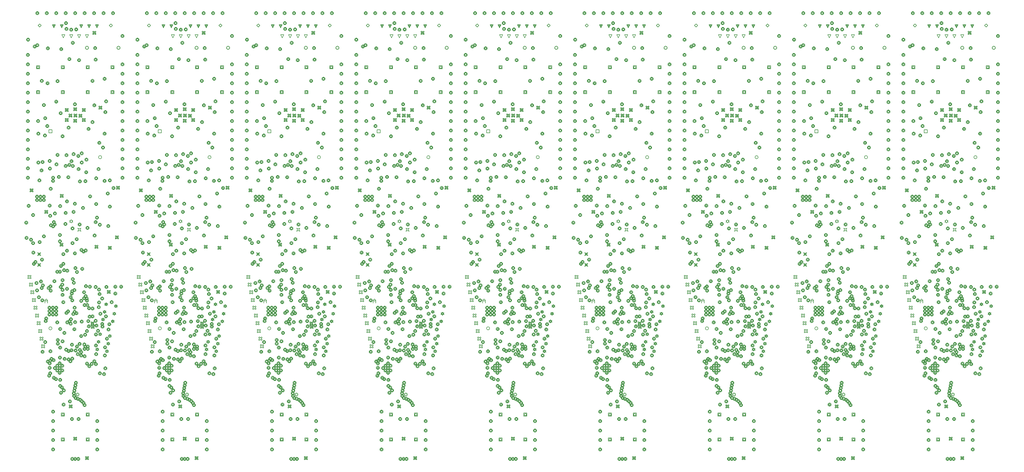
<source format=gbr>
G04 Layer_Color=2752767*
%FSLAX25Y25*%
%MOIN*%
%TF.FileFunction,Drawing*%
%TF.Part,CustomerPanel*%
G01*
G75*
%TA.AperFunction,NonConductor*%
%ADD147C,0.00500*%
%ADD156C,0.00667*%
%ADD157C,0.00400*%
D147*
X31966Y476454D02*
Y480454D01*
X35966D01*
Y476454D01*
X31966D01*
X50362Y597081D02*
X48362Y601081D01*
X52362D01*
X50362Y597081D01*
X60362D02*
X58362Y601081D01*
X62362D01*
X60362Y597081D01*
X70362D02*
X68362Y601081D01*
X72362D01*
X70362Y597081D01*
X80362D02*
X78362Y601081D01*
X82362D01*
X80362Y597081D01*
X60173Y362059D02*
X61173Y363059D01*
X62173D01*
X61173Y364059D01*
X62173Y365059D01*
X61173D01*
X60173Y366059D01*
X59173Y365059D01*
X58173D01*
X59173Y364059D01*
X58173Y363059D01*
X59173D01*
X60173Y362059D01*
X68752Y351480D02*
X69752Y353480D01*
X68752Y355480D01*
X70752Y354480D01*
X72751Y355480D01*
X71751Y353480D01*
X72751Y351480D01*
X70752Y352480D01*
X68752Y351480D01*
X79362Y583381D02*
Y582381D01*
X81362D01*
Y583381D01*
X82362D01*
Y585381D01*
X81362D01*
Y586381D01*
X79362D01*
Y585381D01*
X78362D01*
Y583381D01*
X79362D01*
X119362Y583281D02*
Y582281D01*
X121362D01*
Y583281D01*
X122362D01*
Y585281D01*
X121362D01*
Y586281D01*
X119362D01*
Y585281D01*
X118362D01*
Y583281D01*
X119362D01*
X16893Y232614D02*
X17893D01*
X18893Y233614D01*
X19893Y232614D01*
X20893D01*
Y233614D01*
X19893Y234614D01*
X20893Y235614D01*
Y236614D01*
X19893D01*
X18893Y235614D01*
X17893Y236614D01*
X16893D01*
Y235614D01*
X17893Y234614D01*
X16893Y233614D01*
Y232614D01*
X5239Y291471D02*
X6239D01*
X7239Y292471D01*
X8239Y291471D01*
X9239D01*
Y292471D01*
X8239Y293471D01*
X9239Y294471D01*
Y295471D01*
X8239D01*
X7239Y294471D01*
X6239Y295471D01*
X5239D01*
Y294471D01*
X6239Y293471D01*
X5239Y292471D01*
Y291471D01*
X7181Y281662D02*
X8181D01*
X9181Y282662D01*
X10181Y281662D01*
X11181D01*
Y282662D01*
X10181Y283662D01*
X11181Y284662D01*
Y285662D01*
X10181D01*
X9181Y284662D01*
X8181Y285662D01*
X7181D01*
Y284662D01*
X8181Y283662D01*
X7181Y282662D01*
Y281662D01*
X9123Y271852D02*
X10123D01*
X11123Y272852D01*
X12123Y271852D01*
X13123D01*
Y272852D01*
X12123Y273852D01*
X13123Y274852D01*
Y275852D01*
X12123D01*
X11123Y274852D01*
X10123Y275852D01*
X9123D01*
Y274852D01*
X10123Y273852D01*
X9123Y272852D01*
Y271852D01*
X11066Y262042D02*
X12066D01*
X13066Y263042D01*
X14066Y262042D01*
X15066D01*
Y263042D01*
X14066Y264042D01*
X15066Y265042D01*
Y266042D01*
X14066D01*
X13066Y265042D01*
X12066Y266042D01*
X11066D01*
Y265042D01*
X12066Y264042D01*
X11066Y263042D01*
Y262042D01*
X13008Y252233D02*
X14008D01*
X15008Y253233D01*
X16008Y252233D01*
X17008D01*
Y253233D01*
X16008Y254233D01*
X17008Y255233D01*
Y256233D01*
X16008D01*
X15008Y255233D01*
X14008Y256233D01*
X13008D01*
Y255233D01*
X14008Y254233D01*
X13008Y253233D01*
Y252233D01*
X14950Y242423D02*
X15950D01*
X16950Y243423D01*
X17950Y242423D01*
X18950D01*
Y243423D01*
X17950Y244423D01*
X18950Y245423D01*
Y246423D01*
X17950D01*
X16950Y245423D01*
X15950Y246423D01*
X14950D01*
Y245423D01*
X15950Y244423D01*
X14950Y243423D01*
Y242423D01*
X108738Y612706D02*
X110738Y614706D01*
X112738Y612706D01*
X110738Y610706D01*
X108738Y612706D01*
X18187D02*
X20187Y614706D01*
X22186Y612706D01*
X20187Y610706D01*
X18187Y612706D01*
X47714Y84919D02*
Y88919D01*
X51714D01*
Y84919D01*
X47714D01*
X48514Y85719D02*
Y88119D01*
X50914D01*
Y85719D01*
X48514D01*
X79210Y84919D02*
Y88919D01*
X83210D01*
Y84919D01*
X79210D01*
X80010Y85719D02*
Y88119D01*
X82410D01*
Y85719D01*
X80010D01*
X79210Y116612D02*
Y120612D01*
X83210D01*
Y116612D01*
X79210D01*
X80010Y117412D02*
Y119812D01*
X82410D01*
Y117412D01*
X80010D01*
X47714Y116612D02*
Y120612D01*
X51714D01*
Y116612D01*
X47714D01*
X48514Y117412D02*
Y119812D01*
X50914D01*
Y117412D01*
X48514D01*
X16218Y557557D02*
Y561557D01*
X20218D01*
Y557557D01*
X16218D01*
X17018Y558357D02*
Y560757D01*
X19418D01*
Y558357D01*
X17018D01*
X47714Y557557D02*
Y561557D01*
X51714D01*
Y557557D01*
X47714D01*
X48514Y558357D02*
Y560757D01*
X50914D01*
Y558357D01*
X48514D01*
X47714Y526061D02*
Y530061D01*
X51714D01*
Y526061D01*
X47714D01*
X48514Y526861D02*
Y529261D01*
X50914D01*
Y526861D01*
X48514D01*
X16218Y526061D02*
Y530061D01*
X20218D01*
Y526061D01*
X16218D01*
X17018Y526861D02*
Y529261D01*
X19418D01*
Y526861D01*
X17018D01*
X79210Y557557D02*
Y561557D01*
X83210D01*
Y557557D01*
X79210D01*
X80010Y558357D02*
Y560757D01*
X82410D01*
Y558357D01*
X80010D01*
X110706Y557557D02*
Y561557D01*
X114706D01*
Y557557D01*
X110706D01*
X111506Y558357D02*
Y560757D01*
X113906D01*
Y558357D01*
X111506D01*
X110706Y526061D02*
Y530061D01*
X114706D01*
Y526061D01*
X110706D01*
X111506Y526861D02*
Y529261D01*
X113906D01*
Y526861D01*
X111506D01*
X79210Y526061D02*
Y530061D01*
X83210D01*
Y526061D01*
X79210D01*
X80010Y526861D02*
Y529261D01*
X82410D01*
Y526861D01*
X80010D01*
X18835Y222804D02*
X19835D01*
X20835Y223804D01*
X21835Y222804D01*
X22835D01*
Y223804D01*
X21835Y224804D01*
X22835Y225804D01*
Y226804D01*
X21835D01*
X20835Y225804D01*
X19835Y226804D01*
X18835D01*
Y225804D01*
X19835Y224804D01*
X18835Y223804D01*
Y222804D01*
X22762Y203175D02*
X23762D01*
X24762Y204175D01*
X25762Y203175D01*
X26762D01*
Y204175D01*
X25762Y205175D01*
X26762Y206175D01*
Y207175D01*
X25762D01*
X24762Y206175D01*
X23762Y207175D01*
X22762D01*
Y206175D01*
X23762Y205175D01*
X22762Y204175D01*
Y203175D01*
X82962Y609738D02*
X80962Y613738D01*
X84962D01*
X82962Y609738D01*
Y610538D02*
X81762Y612938D01*
X84162D01*
X82962Y610538D01*
X92962Y609738D02*
X90962Y613738D01*
X94962D01*
X92962Y609738D01*
Y610538D02*
X91762Y612938D01*
X94162D01*
X92962Y610538D01*
X72962Y609738D02*
X70962Y613738D01*
X74962D01*
X72962Y609738D01*
Y610538D02*
X71762Y612938D01*
X74162D01*
X72962Y610538D01*
X38362Y609738D02*
X36362Y613738D01*
X40362D01*
X38362Y609738D01*
Y610538D02*
X37162Y612938D01*
X39562D01*
X38362Y610538D01*
X48362Y609738D02*
X46362Y613738D01*
X50362D01*
X48362Y609738D01*
Y610538D02*
X47162Y612938D01*
X49562D01*
X48362Y610538D01*
X95095Y208979D02*
X96095Y209979D01*
X97095D01*
X96095Y210979D01*
X97095Y211979D01*
X96095D01*
X95095Y212979D01*
X94095Y211979D01*
X93095D01*
X94095Y210979D01*
X93095Y209979D01*
X94095D01*
X95095Y208979D01*
Y209779D02*
X95695Y210379D01*
X96295D01*
X95695Y210979D01*
X96295Y211579D01*
X95695D01*
X95095Y212179D01*
X94495Y211579D01*
X93895D01*
X94495Y210979D01*
X93895Y210379D01*
X94495D01*
X95095Y209779D01*
X93217Y199318D02*
X94217Y200318D01*
X95217D01*
X94217Y201318D01*
X95217Y202318D01*
X94217D01*
X93217Y203318D01*
X92217Y202318D01*
X91217D01*
X92217Y201318D01*
X91217Y200318D01*
X92217D01*
X93217Y199318D01*
Y200118D02*
X93817Y200718D01*
X94417D01*
X93817Y201318D01*
X94417Y201918D01*
X93817D01*
X93217Y202518D01*
X92617Y201918D01*
X92017D01*
X92617Y201318D01*
X92017Y200718D01*
X92617D01*
X93217Y200118D01*
X105584Y196914D02*
X106584Y197914D01*
X107584D01*
X106584Y198914D01*
X107584Y199914D01*
X106584D01*
X105584Y200914D01*
X104584Y199914D01*
X103584D01*
X104584Y198914D01*
X103584Y197914D01*
X104584D01*
X105584Y196914D01*
Y197714D02*
X106184Y198314D01*
X106784D01*
X106184Y198914D01*
X106784Y199514D01*
X106184D01*
X105584Y200114D01*
X104984Y199514D01*
X104384D01*
X104984Y198914D01*
X104384Y198314D01*
X104984D01*
X105584Y197714D01*
X107462Y206575D02*
X108462Y207575D01*
X109462D01*
X108462Y208576D01*
X109462Y209576D01*
X108462D01*
X107462Y210576D01*
X106462Y209576D01*
X105462D01*
X106462Y208576D01*
X105462Y207575D01*
X106462D01*
X107462Y206575D01*
Y207376D02*
X108062Y207976D01*
X108662D01*
X108062Y208576D01*
X108662Y209175D01*
X108062D01*
X107462Y209775D01*
X106862Y209175D01*
X106262D01*
X106862Y208576D01*
X106262Y207976D01*
X106862D01*
X107462Y207376D01*
X109340Y216237D02*
X110340Y217237D01*
X111340D01*
X110340Y218237D01*
X111340Y219237D01*
X110340D01*
X109340Y220237D01*
X108340Y219237D01*
X107340D01*
X108340Y218237D01*
X107340Y217237D01*
X108340D01*
X109340Y216237D01*
Y217037D02*
X109940Y217637D01*
X110540D01*
X109940Y218237D01*
X110540Y218837D01*
X109940D01*
X109340Y219437D01*
X108740Y218837D01*
X108140D01*
X108740Y218237D01*
X108140Y217637D01*
X108740D01*
X109340Y217037D01*
X96973Y218641D02*
X97973Y219641D01*
X98973D01*
X97973Y220641D01*
X98973Y221641D01*
X97973D01*
X96973Y222641D01*
X95973Y221641D01*
X94973D01*
X95973Y220641D01*
X94973Y219641D01*
X95973D01*
X96973Y218641D01*
Y219441D02*
X97573Y220041D01*
X98173D01*
X97573Y220641D01*
X98173Y221241D01*
X97573D01*
X96973Y221841D01*
X96373Y221241D01*
X95773D01*
X96373Y220641D01*
X95773Y220041D01*
X96373D01*
X96973Y219441D01*
X114984Y244714D02*
X115984Y245714D01*
X116984D01*
X115984Y246714D01*
X116984Y247714D01*
X115984D01*
X114984Y248714D01*
X113984Y247714D01*
X112984D01*
X113984Y246714D01*
X112984Y245714D01*
X113984D01*
X114984Y244714D01*
Y245514D02*
X115584Y246114D01*
X116184D01*
X115584Y246714D01*
X116184Y247314D01*
X115584D01*
X114984Y247914D01*
X114384Y247314D01*
X113784D01*
X114384Y246714D01*
X113784Y246114D01*
X114384D01*
X114984Y245514D01*
X116862Y254376D02*
X117862Y255376D01*
X118862D01*
X117862Y256376D01*
X118862Y257376D01*
X117862D01*
X116862Y258376D01*
X115862Y257376D01*
X114862D01*
X115862Y256376D01*
X114862Y255376D01*
X115862D01*
X116862Y254376D01*
Y255175D02*
X117462Y255775D01*
X118062D01*
X117462Y256376D01*
X118062Y256976D01*
X117462D01*
X116862Y257575D01*
X116262Y256976D01*
X115662D01*
X116262Y256376D01*
X115662Y255775D01*
X116262D01*
X116862Y255175D01*
X104495Y256779D02*
X105495Y257779D01*
X106495D01*
X105495Y258779D01*
X106495Y259779D01*
X105495D01*
X104495Y260779D01*
X103495Y259779D01*
X102495D01*
X103495Y258779D01*
X102495Y257779D01*
X103495D01*
X104495Y256779D01*
Y257579D02*
X105095Y258179D01*
X105695D01*
X105095Y258779D01*
X105695Y259379D01*
X105095D01*
X104495Y259979D01*
X103895Y259379D01*
X103295D01*
X103895Y258779D01*
X103295Y258179D01*
X103895D01*
X104495Y257579D01*
X102617Y247118D02*
X103617Y248118D01*
X104617D01*
X103617Y249118D01*
X104617Y250118D01*
X103617D01*
X102617Y251118D01*
X101617Y250118D01*
X100617D01*
X101617Y249118D01*
X100617Y248118D01*
X101617D01*
X102617Y247118D01*
Y247918D02*
X103217Y248518D01*
X103817D01*
X103217Y249118D01*
X103817Y249718D01*
X103217D01*
X102617Y250318D01*
X102017Y249718D01*
X101417D01*
X102017Y249118D01*
X101417Y248518D01*
X102017D01*
X102617Y247918D01*
X100739Y237456D02*
X101739Y238456D01*
X102739D01*
X101739Y239456D01*
X102739Y240456D01*
X101739D01*
X100739Y241456D01*
X99739Y240456D01*
X98739D01*
X99739Y239456D01*
X98739Y238456D01*
X99739D01*
X100739Y237456D01*
Y238256D02*
X101339Y238856D01*
X101939D01*
X101339Y239456D01*
X101939Y240056D01*
X101339D01*
X100739Y240656D01*
X100139Y240056D01*
X99539D01*
X100139Y239456D01*
X99539Y238856D01*
X100139D01*
X100739Y238256D01*
X113106Y235052D02*
X114106Y236052D01*
X115106D01*
X114106Y237052D01*
X115106Y238052D01*
X114106D01*
X113106Y239052D01*
X112106Y238052D01*
X111106D01*
X112106Y237052D01*
X111106Y236052D01*
X112106D01*
X113106Y235052D01*
Y235852D02*
X113706Y236452D01*
X114306D01*
X113706Y237052D01*
X114306Y237652D01*
X113706D01*
X113106Y238252D01*
X112506Y237652D01*
X111906D01*
X112506Y237052D01*
X111906Y236452D01*
X112506D01*
X113106Y235852D01*
X20762Y212976D02*
X21762D01*
X22762Y213976D01*
X23762Y212976D01*
X24762D01*
Y213976D01*
X23762Y214976D01*
X24762Y215975D01*
Y216975D01*
X23762D01*
X22762Y215975D01*
X21762Y216975D01*
X20762D01*
Y215975D01*
X21762Y214976D01*
X20762Y213976D01*
Y212976D01*
X17762Y320167D02*
X18762Y322167D01*
X17762Y324167D01*
X19762Y323167D01*
X21762Y324167D01*
X20762Y322167D01*
X21762Y320167D01*
X19762Y321167D01*
X17762Y320167D01*
X18562Y320967D02*
X19162Y322167D01*
X18562Y323367D01*
X19762Y322767D01*
X20962Y323367D01*
X20362Y322167D01*
X20962Y320967D01*
X19762Y321567D01*
X18562Y320967D01*
X17762Y306781D02*
X18762Y308781D01*
X17762Y310781D01*
X19762Y309781D01*
X21762Y310781D01*
X20762Y308781D01*
X21762Y306781D01*
X19762Y307781D01*
X17762Y306781D01*
X18562Y307581D02*
X19162Y308781D01*
X18562Y309981D01*
X19762Y309381D01*
X20962Y309981D01*
X20362Y308781D01*
X20962Y307581D01*
X19762Y308181D01*
X18562Y307581D01*
X13939Y311481D02*
Y310481D01*
X15939D01*
Y311481D01*
X16939D01*
Y313481D01*
X15939D01*
Y314481D01*
X13939D01*
Y313481D01*
X12939D01*
Y311481D01*
X13939D01*
X14339Y311881D02*
Y311281D01*
X15539D01*
Y311881D01*
X16139D01*
Y313081D01*
X15539D01*
Y313681D01*
X14339D01*
Y313081D01*
X13739D01*
Y311881D01*
X14339D01*
X11862Y308881D02*
Y307881D01*
X13862D01*
Y308881D01*
X14862D01*
Y310881D01*
X13862D01*
Y311881D01*
X11862D01*
Y310881D01*
X10862D01*
Y308881D01*
X11862D01*
X12262Y309281D02*
Y308681D01*
X13462D01*
Y309281D01*
X14062D01*
Y310481D01*
X13462D01*
Y311081D01*
X12262D01*
Y310481D01*
X11662D01*
Y309281D01*
X12262D01*
X81762Y229781D02*
Y228781D01*
X83762D01*
Y229781D01*
X84762D01*
Y231781D01*
X83762D01*
Y232781D01*
X81762D01*
Y231781D01*
X80762D01*
Y229781D01*
X81762D01*
X82162Y230181D02*
Y229581D01*
X83362D01*
Y230181D01*
X83962D01*
Y231381D01*
X83362D01*
Y231981D01*
X82162D01*
Y231381D01*
X81562D01*
Y230181D01*
X82162D01*
X77662Y268081D02*
Y267081D01*
X79662D01*
Y268081D01*
X80662D01*
Y270081D01*
X79662D01*
Y271081D01*
X77662D01*
Y270081D01*
X76662D01*
Y268081D01*
X77662D01*
X78062Y268481D02*
Y267881D01*
X79262D01*
Y268481D01*
X79862D01*
Y269681D01*
X79262D01*
Y270281D01*
X78062D01*
Y269681D01*
X77462D01*
Y268481D01*
X78062D01*
X78891Y265134D02*
Y264134D01*
X80891D01*
Y265134D01*
X81891D01*
Y267134D01*
X80891D01*
Y268134D01*
X78891D01*
Y267134D01*
X77891D01*
Y265134D01*
X78891D01*
X79291Y265534D02*
Y264934D01*
X80491D01*
Y265534D01*
X81091D01*
Y266734D01*
X80491D01*
Y267334D01*
X79291D01*
Y266734D01*
X78691D01*
Y265534D01*
X79291D01*
X81062Y236181D02*
Y235181D01*
X83062D01*
Y236181D01*
X84062D01*
Y238181D01*
X83062D01*
Y239181D01*
X81062D01*
Y238181D01*
X80062D01*
Y236181D01*
X81062D01*
X81462Y236581D02*
Y235981D01*
X82662D01*
Y236581D01*
X83262D01*
Y237781D01*
X82662D01*
Y238381D01*
X81462D01*
Y237781D01*
X80862D01*
Y236581D01*
X81462D01*
X76962Y218981D02*
Y217981D01*
X78962D01*
Y218981D01*
X79962D01*
Y220981D01*
X78962D01*
Y221981D01*
X76962D01*
Y220981D01*
X75962D01*
Y218981D01*
X76962D01*
X77362Y219381D02*
Y218781D01*
X78562D01*
Y219381D01*
X79162D01*
Y220581D01*
X78562D01*
Y221181D01*
X77362D01*
Y220581D01*
X76762D01*
Y219381D01*
X77362D01*
X79262Y223781D02*
Y222781D01*
X81262D01*
Y223781D01*
X82262D01*
Y225781D01*
X81262D01*
Y226781D01*
X79262D01*
Y225781D01*
X78262D01*
Y223781D01*
X79262D01*
X79662Y224181D02*
Y223581D01*
X80862D01*
Y224181D01*
X81462D01*
Y225381D01*
X80862D01*
Y225981D01*
X79662D01*
Y225381D01*
X79062D01*
Y224181D01*
X79662D01*
X72562Y235775D02*
Y234775D01*
X74562D01*
Y235775D01*
X75562D01*
Y237775D01*
X74562D01*
Y238775D01*
X72562D01*
Y237775D01*
X71562D01*
Y235775D01*
X72562D01*
X72962Y236175D02*
Y235576D01*
X74162D01*
Y236175D01*
X74762D01*
Y237375D01*
X74162D01*
Y237976D01*
X72962D01*
Y237375D01*
X72362D01*
Y236175D01*
X72962D01*
X63162Y225881D02*
Y224881D01*
X65162D01*
Y225881D01*
X66162D01*
Y227881D01*
X65162D01*
Y228881D01*
X63162D01*
Y227881D01*
X62162D01*
Y225881D01*
X63162D01*
X63562Y226281D02*
Y225681D01*
X64762D01*
Y226281D01*
X65362D01*
Y227481D01*
X64762D01*
Y228081D01*
X63562D01*
Y227481D01*
X62962D01*
Y226281D01*
X63562D01*
X38562Y373081D02*
Y372081D01*
X40562D01*
Y373081D01*
X41562D01*
Y375081D01*
X40562D01*
Y376081D01*
X38562D01*
Y375081D01*
X37562D01*
Y373081D01*
X38562D01*
X38962Y373481D02*
Y372881D01*
X40162D01*
Y373481D01*
X40762D01*
Y374681D01*
X40162D01*
Y375281D01*
X38962D01*
Y374681D01*
X38362D01*
Y373481D01*
X38962D01*
X45262Y382381D02*
Y381381D01*
X47262D01*
Y382381D01*
X48262D01*
Y384381D01*
X47262D01*
Y385381D01*
X45262D01*
Y384381D01*
X44262D01*
Y382381D01*
X45262D01*
X45662Y382781D02*
Y382181D01*
X46862D01*
Y382781D01*
X47462D01*
Y383981D01*
X46862D01*
Y384581D01*
X45662D01*
Y383981D01*
X45062D01*
Y382781D01*
X45662D01*
X24501Y394383D02*
Y393383D01*
X26502D01*
Y394383D01*
X27501D01*
Y396383D01*
X26502D01*
Y397383D01*
X24501D01*
Y396383D01*
X23502D01*
Y394383D01*
X24501D01*
X24902Y394783D02*
Y394183D01*
X26101D01*
Y394783D01*
X26702D01*
Y395983D01*
X26101D01*
Y396583D01*
X24902D01*
Y395983D01*
X24302D01*
Y394783D01*
X24902D01*
X24501Y390053D02*
Y389053D01*
X26502D01*
Y390053D01*
X27501D01*
Y392053D01*
X26502D01*
Y393053D01*
X24501D01*
Y392053D01*
X23502D01*
Y390053D01*
X24501D01*
X24902Y390453D02*
Y389853D01*
X26101D01*
Y390453D01*
X26702D01*
Y391653D01*
X26101D01*
Y392253D01*
X24902D01*
Y391653D01*
X24302D01*
Y390453D01*
X24902D01*
X20171Y394383D02*
Y393383D01*
X22171D01*
Y394383D01*
X23171D01*
Y396383D01*
X22171D01*
Y397383D01*
X20171D01*
Y396383D01*
X19171D01*
Y394383D01*
X20171D01*
X20571Y394783D02*
Y394183D01*
X21771D01*
Y394783D01*
X22371D01*
Y395983D01*
X21771D01*
Y396583D01*
X20571D01*
Y395983D01*
X19971D01*
Y394783D01*
X20571D01*
X20171Y390053D02*
Y389053D01*
X22171D01*
Y390053D01*
X23171D01*
Y392053D01*
X22171D01*
Y393053D01*
X20171D01*
Y392053D01*
X19171D01*
Y390053D01*
X20171D01*
X20571Y390453D02*
Y389853D01*
X21771D01*
Y390453D01*
X22371D01*
Y391653D01*
X21771D01*
Y392253D01*
X20571D01*
Y391653D01*
X19971D01*
Y390453D01*
X20571D01*
X15840Y394383D02*
Y393383D01*
X17840D01*
Y394383D01*
X18840D01*
Y396383D01*
X17840D01*
Y397383D01*
X15840D01*
Y396383D01*
X14840D01*
Y394383D01*
X15840D01*
X16240Y394783D02*
Y394183D01*
X17440D01*
Y394783D01*
X18040D01*
Y395983D01*
X17440D01*
Y396583D01*
X16240D01*
Y395983D01*
X15640D01*
Y394783D01*
X16240D01*
X15840Y390053D02*
Y389053D01*
X17840D01*
Y390053D01*
X18840D01*
Y392053D01*
X17840D01*
Y393053D01*
X15840D01*
Y392053D01*
X14840D01*
Y390053D01*
X15840D01*
X16240Y390453D02*
Y389853D01*
X17440D01*
Y390453D01*
X18040D01*
Y391653D01*
X17440D01*
Y392253D01*
X16240D01*
Y391653D01*
X15640D01*
Y390453D01*
X16240D01*
X36118Y244682D02*
Y243682D01*
X38118D01*
Y244682D01*
X39118D01*
Y246682D01*
X38118D01*
Y247682D01*
X36118D01*
Y246682D01*
X35118D01*
Y244682D01*
X36118D01*
X36518Y245082D02*
Y244482D01*
X37718D01*
Y245082D01*
X38318D01*
Y246282D01*
X37718D01*
Y246882D01*
X36518D01*
Y246282D01*
X35918D01*
Y245082D01*
X36518D01*
X36118Y249012D02*
Y248012D01*
X38118D01*
Y249012D01*
X39118D01*
Y251012D01*
X38118D01*
Y252012D01*
X36118D01*
Y251012D01*
X35118D01*
Y249012D01*
X36118D01*
X36518Y249412D02*
Y248813D01*
X37718D01*
Y249412D01*
X38318D01*
Y250612D01*
X37718D01*
Y251213D01*
X36518D01*
Y250612D01*
X35918D01*
Y249412D01*
X36518D01*
X36118Y253343D02*
Y252343D01*
X38118D01*
Y253343D01*
X39118D01*
Y255343D01*
X38118D01*
Y256343D01*
X36118D01*
Y255343D01*
X35118D01*
Y253343D01*
X36118D01*
X36518Y253743D02*
Y253143D01*
X37718D01*
Y253743D01*
X38318D01*
Y254943D01*
X37718D01*
Y255543D01*
X36518D01*
Y254943D01*
X35918D01*
Y253743D01*
X36518D01*
X31787Y244682D02*
Y243682D01*
X33787D01*
Y244682D01*
X34787D01*
Y246682D01*
X33787D01*
Y247682D01*
X31787D01*
Y246682D01*
X30787D01*
Y244682D01*
X31787D01*
X32187Y245082D02*
Y244482D01*
X33387D01*
Y245082D01*
X33987D01*
Y246282D01*
X33387D01*
Y246882D01*
X32187D01*
Y246282D01*
X31587D01*
Y245082D01*
X32187D01*
X31787Y249012D02*
Y248012D01*
X33787D01*
Y249012D01*
X34787D01*
Y251012D01*
X33787D01*
Y252012D01*
X31787D01*
Y251012D01*
X30787D01*
Y249012D01*
X31787D01*
X32187Y249412D02*
Y248813D01*
X33387D01*
Y249412D01*
X33987D01*
Y250612D01*
X33387D01*
Y251213D01*
X32187D01*
Y250612D01*
X31587D01*
Y249412D01*
X32187D01*
X31787Y253343D02*
Y252343D01*
X33787D01*
Y253343D01*
X34787D01*
Y255343D01*
X33787D01*
Y256343D01*
X31787D01*
Y255343D01*
X30787D01*
Y253343D01*
X31787D01*
X32187Y253743D02*
Y253143D01*
X33387D01*
Y253743D01*
X33987D01*
Y254943D01*
X33387D01*
Y255543D01*
X32187D01*
Y254943D01*
X31587D01*
Y253743D01*
X32187D01*
X40449Y253343D02*
Y252343D01*
X42449D01*
Y253343D01*
X43449D01*
Y255343D01*
X42449D01*
Y256343D01*
X40449D01*
Y255343D01*
X39449D01*
Y253343D01*
X40449D01*
X40849Y253743D02*
Y253143D01*
X42049D01*
Y253743D01*
X42649D01*
Y254943D01*
X42049D01*
Y255543D01*
X40849D01*
Y254943D01*
X40249D01*
Y253743D01*
X40849D01*
X40449Y244682D02*
Y243682D01*
X42449D01*
Y244682D01*
X43449D01*
Y246682D01*
X42449D01*
Y247682D01*
X40449D01*
Y246682D01*
X39449D01*
Y244682D01*
X40449D01*
X40849Y245082D02*
Y244482D01*
X42049D01*
Y245082D01*
X42649D01*
Y246282D01*
X42049D01*
Y246882D01*
X40849D01*
Y246282D01*
X40249D01*
Y245082D01*
X40849D01*
X40449Y249012D02*
Y248012D01*
X42449D01*
Y249012D01*
X43449D01*
Y251012D01*
X42449D01*
Y252012D01*
X40449D01*
Y251012D01*
X39449D01*
Y249012D01*
X40449D01*
X40849Y249412D02*
Y248813D01*
X42049D01*
Y249412D01*
X42649D01*
Y250612D01*
X42049D01*
Y251213D01*
X40849D01*
Y250612D01*
X40249D01*
Y249412D01*
X40849D01*
X44777Y182791D02*
Y181791D01*
X46777D01*
Y182791D01*
X47777D01*
Y184791D01*
X46777D01*
Y185791D01*
X44777D01*
Y184791D01*
X43777D01*
Y182791D01*
X44777D01*
X45177Y183191D02*
Y182591D01*
X46377D01*
Y183191D01*
X46977D01*
Y184391D01*
X46377D01*
Y184991D01*
X45177D01*
Y184391D01*
X44577D01*
Y183191D01*
X45177D01*
X47839Y179729D02*
Y178729D01*
X49839D01*
Y179729D01*
X50839D01*
Y181729D01*
X49839D01*
Y182729D01*
X47839D01*
Y181729D01*
X46839D01*
Y179729D01*
X47839D01*
X48239Y180129D02*
Y179529D01*
X49439D01*
Y180129D01*
X50039D01*
Y181329D01*
X49439D01*
Y181929D01*
X48239D01*
Y181329D01*
X47639D01*
Y180129D01*
X48239D01*
X41715Y179729D02*
Y178729D01*
X43715D01*
Y179729D01*
X44715D01*
Y181729D01*
X43715D01*
Y182729D01*
X41715D01*
Y181729D01*
X40715D01*
Y179729D01*
X41715D01*
X42115Y180129D02*
Y179529D01*
X43315D01*
Y180129D01*
X43915D01*
Y181329D01*
X43315D01*
Y181929D01*
X42115D01*
Y181329D01*
X41515D01*
Y180129D01*
X42115D01*
X38653Y176667D02*
Y175667D01*
X40653D01*
Y176667D01*
X41653D01*
Y178667D01*
X40653D01*
Y179667D01*
X38653D01*
Y178667D01*
X37653D01*
Y176667D01*
X38653D01*
X39053Y177067D02*
Y176467D01*
X40253D01*
Y177067D01*
X40853D01*
Y178267D01*
X40253D01*
Y178867D01*
X39053D01*
Y178267D01*
X38453D01*
Y177067D01*
X39053D01*
X41715Y173605D02*
Y172605D01*
X43715D01*
Y173605D01*
X44715D01*
Y175605D01*
X43715D01*
Y176605D01*
X41715D01*
Y175605D01*
X40715D01*
Y173605D01*
X41715D01*
X42115Y174005D02*
Y173405D01*
X43315D01*
Y174005D01*
X43915D01*
Y175205D01*
X43315D01*
Y175805D01*
X42115D01*
Y175205D01*
X41515D01*
Y174005D01*
X42115D01*
X44777Y170542D02*
Y169542D01*
X46777D01*
Y170542D01*
X47777D01*
Y172542D01*
X46777D01*
Y173542D01*
X44777D01*
Y172542D01*
X43777D01*
Y170542D01*
X44777D01*
X45177Y170942D02*
Y170342D01*
X46377D01*
Y170942D01*
X46977D01*
Y172142D01*
X46377D01*
Y172742D01*
X45177D01*
Y172142D01*
X44577D01*
Y170942D01*
X45177D01*
X44777Y176667D02*
Y175667D01*
X46777D01*
Y176667D01*
X47777D01*
Y178667D01*
X46777D01*
Y179667D01*
X44777D01*
Y178667D01*
X43777D01*
Y176667D01*
X44777D01*
X45177Y177067D02*
Y176467D01*
X46377D01*
Y177067D01*
X46977D01*
Y178267D01*
X46377D01*
Y178867D01*
X45177D01*
Y178267D01*
X44577D01*
Y177067D01*
X45177D01*
X47839Y173605D02*
Y172605D01*
X49839D01*
Y173605D01*
X50839D01*
Y175605D01*
X49839D01*
Y176605D01*
X47839D01*
Y175605D01*
X46839D01*
Y173605D01*
X47839D01*
X48239Y174005D02*
Y173405D01*
X49439D01*
Y174005D01*
X50039D01*
Y175205D01*
X49439D01*
Y175805D01*
X48239D01*
Y175205D01*
X47639D01*
Y174005D01*
X48239D01*
X29185Y538204D02*
Y537204D01*
X31185D01*
Y538204D01*
X32185D01*
Y540204D01*
X31185D01*
Y541204D01*
X29185D01*
Y540204D01*
X28185D01*
Y538204D01*
X29185D01*
X29585Y538604D02*
Y538004D01*
X30785D01*
Y538604D01*
X31385D01*
Y539804D01*
X30785D01*
Y540404D01*
X29585D01*
Y539804D01*
X28985D01*
Y538604D01*
X29585D01*
X31962Y439681D02*
Y438681D01*
X33962D01*
Y439681D01*
X34962D01*
Y441681D01*
X33962D01*
Y442681D01*
X31962D01*
Y441681D01*
X30962D01*
Y439681D01*
X31962D01*
X32362Y440081D02*
Y439481D01*
X33562D01*
Y440081D01*
X34162D01*
Y441281D01*
X33562D01*
Y441881D01*
X32362D01*
Y441281D01*
X31762D01*
Y440081D01*
X32362D01*
X98562Y264981D02*
Y263981D01*
X100562D01*
Y264981D01*
X101562D01*
Y266981D01*
X100562D01*
Y267981D01*
X98562D01*
Y266981D01*
X97562D01*
Y264981D01*
X98562D01*
X98962Y265381D02*
Y264781D01*
X100162D01*
Y265381D01*
X100762D01*
Y266581D01*
X100162D01*
Y267181D01*
X98962D01*
Y266581D01*
X98362D01*
Y265381D01*
X98962D01*
X95162Y270781D02*
Y269781D01*
X97162D01*
Y270781D01*
X98162D01*
Y272781D01*
X97162D01*
Y273781D01*
X95162D01*
Y272781D01*
X94162D01*
Y270781D01*
X95162D01*
X95562Y271181D02*
Y270581D01*
X96762D01*
Y271181D01*
X97362D01*
Y272381D01*
X96762D01*
Y272981D01*
X95562D01*
Y272381D01*
X94962D01*
Y271181D01*
X95562D01*
X57562Y134181D02*
Y133181D01*
X59562D01*
Y134181D01*
X60562D01*
Y136181D01*
X59562D01*
Y137181D01*
X57562D01*
Y136181D01*
X56562D01*
Y134181D01*
X57562D01*
X57962Y134581D02*
Y133981D01*
X59162D01*
Y134581D01*
X59762D01*
Y135781D01*
X59162D01*
Y136381D01*
X57962D01*
Y135781D01*
X57362D01*
Y134581D01*
X57962D01*
X70562Y136481D02*
Y135481D01*
X72562D01*
Y136481D01*
X73562D01*
Y138481D01*
X72562D01*
Y139481D01*
X70562D01*
Y138481D01*
X69562D01*
Y136481D01*
X70562D01*
X70962Y136881D02*
Y136281D01*
X72162D01*
Y136881D01*
X72762D01*
Y138081D01*
X72162D01*
Y138681D01*
X70962D01*
Y138081D01*
X70362D01*
Y136881D01*
X70962D01*
X68202Y61316D02*
Y60316D01*
X70202D01*
Y61316D01*
X71202D01*
Y63316D01*
X70202D01*
Y64316D01*
X68202D01*
Y63316D01*
X67202D01*
Y61316D01*
X68202D01*
X68602Y61716D02*
Y61116D01*
X69802D01*
Y61716D01*
X70402D01*
Y62916D01*
X69802D01*
Y63516D01*
X68602D01*
Y62916D01*
X68002D01*
Y61716D01*
X68602D01*
X60722Y61235D02*
Y60235D01*
X62722D01*
Y61235D01*
X63722D01*
Y63235D01*
X62722D01*
Y64235D01*
X60722D01*
Y63235D01*
X59722D01*
Y61235D01*
X60722D01*
X61122Y61635D02*
Y61035D01*
X62322D01*
Y61635D01*
X62922D01*
Y62835D01*
X62322D01*
Y63435D01*
X61122D01*
Y62835D01*
X60522D01*
Y61635D01*
X61122D01*
X90762Y205481D02*
Y204481D01*
X92762D01*
Y205481D01*
X93762D01*
Y207481D01*
X92762D01*
Y208481D01*
X90762D01*
Y207481D01*
X89762D01*
Y205481D01*
X90762D01*
X91162Y205881D02*
Y205281D01*
X92362D01*
Y205881D01*
X92962D01*
Y207081D01*
X92362D01*
Y207681D01*
X91162D01*
Y207081D01*
X90562D01*
Y205881D01*
X91162D01*
X76077Y206696D02*
Y205696D01*
X78077D01*
Y206696D01*
X79077D01*
Y208696D01*
X78077D01*
Y209696D01*
X76077D01*
Y208696D01*
X75077D01*
Y206696D01*
X76077D01*
X76477Y207096D02*
Y206496D01*
X77677D01*
Y207096D01*
X78277D01*
Y208296D01*
X77677D01*
Y208896D01*
X76477D01*
Y208296D01*
X75877D01*
Y207096D01*
X76477D01*
X77258Y203743D02*
Y202743D01*
X79258D01*
Y203743D01*
X80258D01*
Y205743D01*
X79258D01*
Y206743D01*
X77258D01*
Y205743D01*
X76258D01*
Y203743D01*
X77258D01*
X77658Y204143D02*
Y203543D01*
X78858D01*
Y204143D01*
X79458D01*
Y205343D01*
X78858D01*
Y205943D01*
X77658D01*
Y205343D01*
X77058D01*
Y204143D01*
X77658D01*
X64856Y199018D02*
Y198018D01*
X66856D01*
Y199018D01*
X67856D01*
Y201018D01*
X66856D01*
Y202018D01*
X64856D01*
Y201018D01*
X63856D01*
Y199018D01*
X64856D01*
X65256Y199418D02*
Y198818D01*
X66456D01*
Y199418D01*
X67056D01*
Y200618D01*
X66456D01*
Y201218D01*
X65256D01*
Y200618D01*
X64656D01*
Y199418D01*
X65256D01*
X70171Y199600D02*
Y198600D01*
X72171D01*
Y199600D01*
X73171D01*
Y201600D01*
X72171D01*
Y202600D01*
X70171D01*
Y201600D01*
X69171D01*
Y199600D01*
X70171D01*
X70571Y200000D02*
Y199400D01*
X71771D01*
Y200000D01*
X72371D01*
Y201200D01*
X71771D01*
Y201800D01*
X70571D01*
Y201200D01*
X69971D01*
Y200000D01*
X70571D01*
X66529Y203832D02*
Y202832D01*
X68529D01*
Y203832D01*
X69529D01*
Y205832D01*
X68529D01*
Y206832D01*
X66529D01*
Y205832D01*
X65529D01*
Y203832D01*
X66529D01*
X66929Y204232D02*
Y203632D01*
X68129D01*
Y204232D01*
X68729D01*
Y205432D01*
X68129D01*
Y206032D01*
X66929D01*
Y205432D01*
X66329D01*
Y204232D01*
X66929D01*
X60162Y206381D02*
Y205381D01*
X62162D01*
Y206381D01*
X63162D01*
Y208381D01*
X62162D01*
Y209381D01*
X60162D01*
Y208381D01*
X59162D01*
Y206381D01*
X60162D01*
X60562Y206781D02*
Y206181D01*
X61762D01*
Y206781D01*
X62362D01*
Y207981D01*
X61762D01*
Y208581D01*
X60562D01*
Y207981D01*
X59962D01*
Y206781D01*
X60562D01*
X67710Y194392D02*
Y193392D01*
X69710D01*
Y194392D01*
X70710D01*
Y196392D01*
X69710D01*
Y197392D01*
X67710D01*
Y196392D01*
X66710D01*
Y194392D01*
X67710D01*
X68110Y194792D02*
Y194192D01*
X69310D01*
Y194792D01*
X69910D01*
Y195992D01*
X69310D01*
Y196592D01*
X68110D01*
Y195992D01*
X67510D01*
Y194792D01*
X68110D01*
X58359Y185238D02*
Y184238D01*
X60360D01*
Y185238D01*
X61360D01*
Y187238D01*
X60360D01*
Y188238D01*
X58359D01*
Y187238D01*
X57359D01*
Y185238D01*
X58359D01*
X58759Y185638D02*
Y185038D01*
X59960D01*
Y185638D01*
X60559D01*
Y186838D01*
X59960D01*
Y187438D01*
X58759D01*
Y186838D01*
X58160D01*
Y185638D01*
X58759D01*
X60722Y188773D02*
Y187773D01*
X62722D01*
Y188773D01*
X63722D01*
Y190773D01*
X62722D01*
Y191773D01*
X60722D01*
Y190773D01*
X59722D01*
Y188773D01*
X60722D01*
X61122Y189173D02*
Y188573D01*
X62322D01*
Y189173D01*
X62922D01*
Y190373D01*
X62322D01*
Y190973D01*
X61122D01*
Y190373D01*
X60522D01*
Y189173D01*
X61122D01*
X71962Y192775D02*
Y191776D01*
X73962D01*
Y192775D01*
X74962D01*
Y194775D01*
X73962D01*
Y195775D01*
X71962D01*
Y194775D01*
X70962D01*
Y192775D01*
X71962D01*
X72362Y193175D02*
Y192576D01*
X73562D01*
Y193175D01*
X74162D01*
Y194376D01*
X73562D01*
Y194975D01*
X72362D01*
Y194376D01*
X71762D01*
Y193175D01*
X72362D01*
X71844Y196951D02*
Y195951D01*
X73844D01*
Y196951D01*
X74844D01*
Y198951D01*
X73844D01*
Y199951D01*
X71844D01*
Y198951D01*
X70844D01*
Y196951D01*
X71844D01*
X72244Y197351D02*
Y196751D01*
X73444D01*
Y197351D01*
X74044D01*
Y198551D01*
X73444D01*
Y199151D01*
X72244D01*
Y198551D01*
X71644D01*
Y197351D01*
X72244D01*
X76175Y200978D02*
Y199978D01*
X78175D01*
Y200978D01*
X79175D01*
Y202978D01*
X78175D01*
Y203978D01*
X76175D01*
Y202978D01*
X75175D01*
Y200978D01*
X76175D01*
X76575Y201378D02*
Y200778D01*
X77775D01*
Y201378D01*
X78375D01*
Y202578D01*
X77775D01*
Y203178D01*
X76575D01*
Y202578D01*
X75975D01*
Y201378D01*
X76575D01*
X80309Y200889D02*
Y199889D01*
X82309D01*
Y200889D01*
X83309D01*
Y202889D01*
X82309D01*
Y203889D01*
X80309D01*
Y202889D01*
X79309D01*
Y200889D01*
X80309D01*
X80709Y201289D02*
Y200689D01*
X81909D01*
Y201289D01*
X82509D01*
Y202489D01*
X81909D01*
Y203089D01*
X80709D01*
Y202489D01*
X80109D01*
Y201289D01*
X80709D01*
X90962Y194381D02*
Y193381D01*
X92962D01*
Y194381D01*
X93962D01*
Y196381D01*
X92962D01*
Y197381D01*
X90962D01*
Y196381D01*
X89962D01*
Y194381D01*
X90962D01*
X91362Y194781D02*
Y194181D01*
X92562D01*
Y194781D01*
X93162D01*
Y195981D01*
X92562D01*
Y196581D01*
X91362D01*
Y195981D01*
X90762D01*
Y194781D01*
X91362D01*
X69974Y207474D02*
Y206474D01*
X71974D01*
Y207474D01*
X72974D01*
Y209474D01*
X71974D01*
Y210474D01*
X69974D01*
Y209474D01*
X68974D01*
Y207474D01*
X69974D01*
X70374Y207874D02*
Y207274D01*
X71574D01*
Y207874D01*
X72174D01*
Y209074D01*
X71574D01*
Y209674D01*
X70374D01*
Y209074D01*
X69774D01*
Y207874D01*
X70374D01*
X71862Y217181D02*
Y216181D01*
X73862D01*
Y217181D01*
X74862D01*
Y219181D01*
X73862D01*
Y220181D01*
X71862D01*
Y219181D01*
X70862D01*
Y217181D01*
X71862D01*
X72262Y217581D02*
Y216981D01*
X73462D01*
Y217581D01*
X74062D01*
Y218781D01*
X73462D01*
Y219381D01*
X72262D01*
Y218781D01*
X71662D01*
Y217581D01*
X72262D01*
X76262Y191776D02*
Y190776D01*
X78262D01*
Y191776D01*
X79262D01*
Y193775D01*
X78262D01*
Y194775D01*
X76262D01*
Y193775D01*
X75262D01*
Y191776D01*
X76262D01*
X76662Y192175D02*
Y191576D01*
X77862D01*
Y192175D01*
X78462D01*
Y193376D01*
X77862D01*
Y193975D01*
X76662D01*
Y193376D01*
X76062D01*
Y192175D01*
X76662D01*
X88596Y185181D02*
Y184181D01*
X90596D01*
Y185181D01*
X91596D01*
Y187181D01*
X90596D01*
Y188181D01*
X88596D01*
Y187181D01*
X87596D01*
Y185181D01*
X88596D01*
X88996Y185581D02*
Y184981D01*
X90196D01*
Y185581D01*
X90796D01*
Y186781D01*
X90196D01*
Y187381D01*
X88996D01*
Y186781D01*
X88396D01*
Y185581D01*
X88996D01*
X55862Y198181D02*
Y197181D01*
X57862D01*
Y198181D01*
X58862D01*
Y200181D01*
X57862D01*
Y201181D01*
X55862D01*
Y200181D01*
X54862D01*
Y198181D01*
X55862D01*
X56262Y198581D02*
Y197981D01*
X57462D01*
Y198581D01*
X58062D01*
Y199781D01*
X57462D01*
Y200381D01*
X56262D01*
Y199781D01*
X55662D01*
Y198581D01*
X56262D01*
X80211Y203940D02*
Y202940D01*
X82211D01*
Y203940D01*
X83211D01*
Y205940D01*
X82211D01*
Y206940D01*
X80211D01*
Y205940D01*
X79211D01*
Y203940D01*
X80211D01*
X80611Y204340D02*
Y203740D01*
X81811D01*
Y204340D01*
X82411D01*
Y205540D01*
X81811D01*
Y206140D01*
X80611D01*
Y205540D01*
X80011D01*
Y204340D01*
X80611D01*
X102062Y192681D02*
Y191681D01*
X104062D01*
Y192681D01*
X105062D01*
Y194681D01*
X104062D01*
Y195681D01*
X102062D01*
Y194681D01*
X101062D01*
Y192681D01*
X102062D01*
X102462Y193081D02*
Y192481D01*
X103662D01*
Y193081D01*
X104262D01*
Y194281D01*
X103662D01*
Y194881D01*
X102462D01*
Y194281D01*
X101862D01*
Y193081D01*
X102462D01*
X90762Y219281D02*
Y218281D01*
X92762D01*
Y219281D01*
X93762D01*
Y221281D01*
X92762D01*
Y222281D01*
X90762D01*
Y221281D01*
X89762D01*
Y219281D01*
X90762D01*
X91162Y219681D02*
Y219081D01*
X92362D01*
Y219681D01*
X92962D01*
Y220881D01*
X92362D01*
Y221481D01*
X91162D01*
Y220881D01*
X90562D01*
Y219681D01*
X91162D01*
X26372Y209639D02*
Y208639D01*
X28372D01*
Y209639D01*
X29372D01*
Y211639D01*
X28372D01*
Y212639D01*
X26372D01*
Y211639D01*
X25372D01*
Y209639D01*
X26372D01*
X26772Y210039D02*
Y209439D01*
X27972D01*
Y210039D01*
X28572D01*
Y211239D01*
X27972D01*
Y211839D01*
X26772D01*
Y211239D01*
X26172D01*
Y210039D01*
X26772D01*
X45269Y226175D02*
Y225175D01*
X47269D01*
Y226175D01*
X48269D01*
Y228175D01*
X47269D01*
Y229175D01*
X45269D01*
Y228175D01*
X44269D01*
Y226175D01*
X45269D01*
X45669Y226575D02*
Y225975D01*
X46869D01*
Y226575D01*
X47469D01*
Y227775D01*
X46869D01*
Y228375D01*
X45669D01*
Y227775D01*
X45069D01*
Y226575D01*
X45669D01*
X54362Y234781D02*
Y233781D01*
X56362D01*
Y234781D01*
X57362D01*
Y236781D01*
X56362D01*
Y237781D01*
X54362D01*
Y236781D01*
X53362D01*
Y234781D01*
X54362D01*
X54762Y235181D02*
Y234581D01*
X55962D01*
Y235181D01*
X56562D01*
Y236381D01*
X55962D01*
Y236981D01*
X54762D01*
Y236381D01*
X54162D01*
Y235181D01*
X54762D01*
X50486Y221352D02*
Y220352D01*
X52486D01*
Y221352D01*
X53486D01*
Y223352D01*
X52486D01*
Y224352D01*
X50486D01*
Y223352D01*
X49486D01*
Y221352D01*
X50486D01*
X50886Y221752D02*
Y221152D01*
X52086D01*
Y221752D01*
X52686D01*
Y222952D01*
X52086D01*
Y223552D01*
X50886D01*
Y222952D01*
X50286D01*
Y221752D01*
X50886D01*
X42462Y212175D02*
Y211175D01*
X44462D01*
Y212175D01*
X45462D01*
Y214176D01*
X44462D01*
Y215176D01*
X42462D01*
Y214176D01*
X41462D01*
Y212175D01*
X42462D01*
X42862Y212576D02*
Y211976D01*
X44062D01*
Y212576D01*
X44662D01*
Y213775D01*
X44062D01*
Y214375D01*
X42862D01*
Y213775D01*
X42262D01*
Y212576D01*
X42862D01*
X50880Y188478D02*
Y187478D01*
X52879D01*
Y188478D01*
X53879D01*
Y190478D01*
X52879D01*
Y191478D01*
X50880D01*
Y190478D01*
X49880D01*
Y188478D01*
X50880D01*
X51279Y188878D02*
Y188278D01*
X52479D01*
Y188878D01*
X53079D01*
Y190078D01*
X52479D01*
Y190678D01*
X51279D01*
Y190078D01*
X50679D01*
Y188878D01*
X51279D01*
X61411Y289574D02*
Y288574D01*
X63411D01*
Y289574D01*
X64411D01*
Y291574D01*
X63411D01*
Y292574D01*
X61411D01*
Y291574D01*
X60411D01*
Y289574D01*
X61411D01*
X61811Y289974D02*
Y289374D01*
X63011D01*
Y289974D01*
X63611D01*
Y291174D01*
X63011D01*
Y291774D01*
X61811D01*
Y291174D01*
X61211D01*
Y289974D01*
X61811D01*
X63379Y275695D02*
Y274695D01*
X65379D01*
Y275695D01*
X66379D01*
Y277695D01*
X65379D01*
Y278695D01*
X63379D01*
Y277695D01*
X62379D01*
Y275695D01*
X63379D01*
X63779Y276095D02*
Y275495D01*
X64979D01*
Y276095D01*
X65579D01*
Y277295D01*
X64979D01*
Y277895D01*
X63779D01*
Y277295D01*
X63179D01*
Y276095D01*
X63779D01*
X60131Y271266D02*
Y270266D01*
X62131D01*
Y271266D01*
X63131D01*
Y273266D01*
X62131D01*
Y274266D01*
X60131D01*
Y273266D01*
X59131D01*
Y271266D01*
X60131D01*
X60531Y271666D02*
Y271066D01*
X61731D01*
Y271666D01*
X62331D01*
Y272866D01*
X61731D01*
Y273466D01*
X60531D01*
Y272866D01*
X59931D01*
Y271666D01*
X60531D01*
X58753Y266541D02*
Y265541D01*
X60753D01*
Y266541D01*
X61753D01*
Y268541D01*
X60753D01*
Y269541D01*
X58753D01*
Y268541D01*
X57753D01*
Y266541D01*
X58753D01*
X59153Y266941D02*
Y266341D01*
X60353D01*
Y266941D01*
X60953D01*
Y268141D01*
X60353D01*
Y268741D01*
X59153D01*
Y268141D01*
X58553D01*
Y266941D01*
X59153D01*
X60762Y262681D02*
Y261681D01*
X62762D01*
Y262681D01*
X63762D01*
Y264681D01*
X62762D01*
Y265681D01*
X60762D01*
Y264681D01*
X59762D01*
Y262681D01*
X60762D01*
X61162Y263081D02*
Y262481D01*
X62362D01*
Y263081D01*
X62962D01*
Y264281D01*
X62362D01*
Y264881D01*
X61162D01*
Y264281D01*
X60562D01*
Y263081D01*
X61162D01*
X22762Y262576D02*
Y261576D01*
X24762D01*
Y262576D01*
X25762D01*
Y264576D01*
X24762D01*
Y265576D01*
X22762D01*
Y264576D01*
X21762D01*
Y262576D01*
X22762D01*
X23162Y262976D02*
Y262375D01*
X24362D01*
Y262976D01*
X24962D01*
Y264176D01*
X24362D01*
Y264775D01*
X23162D01*
Y264176D01*
X22562D01*
Y262976D01*
X23162D01*
X37462Y164175D02*
Y163175D01*
X39462D01*
Y164175D01*
X40462D01*
Y166175D01*
X39462D01*
Y167175D01*
X37462D01*
Y166175D01*
X36462D01*
Y164175D01*
X37462D01*
X37862Y164576D02*
Y163976D01*
X39062D01*
Y164576D01*
X39662D01*
Y165776D01*
X39062D01*
Y166376D01*
X37862D01*
Y165776D01*
X37262D01*
Y164576D01*
X37862D01*
X32062Y182775D02*
Y181775D01*
X34062D01*
Y182775D01*
X35062D01*
Y184775D01*
X34062D01*
Y185775D01*
X32062D01*
Y184775D01*
X31062D01*
Y182775D01*
X32062D01*
X32462Y183176D02*
Y182576D01*
X33662D01*
Y183176D01*
X34262D01*
Y184376D01*
X33662D01*
Y184976D01*
X32462D01*
Y184376D01*
X31862D01*
Y183176D01*
X32462D01*
X34362Y188476D02*
Y187476D01*
X36362D01*
Y188476D01*
X37362D01*
Y190475D01*
X36362D01*
Y191475D01*
X34362D01*
Y190475D01*
X33362D01*
Y188476D01*
X34362D01*
X34762Y188875D02*
Y188276D01*
X35962D01*
Y188875D01*
X36562D01*
Y190076D01*
X35962D01*
Y190675D01*
X34762D01*
Y190076D01*
X34162D01*
Y188875D01*
X34762D01*
X32728Y185828D02*
Y184828D01*
X34728D01*
Y185828D01*
X35728D01*
Y187828D01*
X34728D01*
Y188828D01*
X32728D01*
Y187828D01*
X31728D01*
Y185828D01*
X32728D01*
X33128Y186228D02*
Y185628D01*
X34328D01*
Y186228D01*
X34928D01*
Y187428D01*
X34328D01*
Y188028D01*
X33128D01*
Y187428D01*
X32528D01*
Y186228D01*
X33128D01*
X32928Y198138D02*
Y197138D01*
X34928D01*
Y198138D01*
X35928D01*
Y200138D01*
X34928D01*
Y201138D01*
X32928D01*
Y200138D01*
X31928D01*
Y198138D01*
X32928D01*
X33328Y198538D02*
Y197938D01*
X34528D01*
Y198538D01*
X35128D01*
Y199738D01*
X34528D01*
Y200338D01*
X33328D01*
Y199738D01*
X32728D01*
Y198538D01*
X33328D01*
X63662Y253376D02*
Y252376D01*
X65662D01*
Y253376D01*
X66662D01*
Y255376D01*
X65662D01*
Y256376D01*
X63662D01*
Y255376D01*
X62662D01*
Y253376D01*
X63662D01*
X64062Y253776D02*
Y253175D01*
X65262D01*
Y253776D01*
X65862D01*
Y254976D01*
X65262D01*
Y255575D01*
X64062D01*
Y254976D01*
X63462D01*
Y253776D01*
X64062D01*
X26962Y236475D02*
Y235475D01*
X28962D01*
Y236475D01*
X29962D01*
Y238475D01*
X28962D01*
Y239475D01*
X26962D01*
Y238475D01*
X25962D01*
Y236475D01*
X26962D01*
X27362Y236876D02*
Y236276D01*
X28562D01*
Y236876D01*
X29162D01*
Y238075D01*
X28562D01*
Y238675D01*
X27362D01*
Y238075D01*
X26762D01*
Y236876D01*
X27362D01*
X85462Y232276D02*
X86462D01*
X87462Y233276D01*
X88462Y232276D01*
X89462D01*
Y233276D01*
X88462Y234276D01*
X89462Y235276D01*
Y236276D01*
X88462D01*
X87462Y235276D01*
X86462Y236276D01*
X85462D01*
Y235276D01*
X86462Y234276D01*
X85462Y233276D01*
Y232276D01*
X86262Y233075D02*
X86862D01*
X87462Y233676D01*
X88062Y233075D01*
X88662D01*
Y233676D01*
X88062Y234276D01*
X88662Y234875D01*
Y235475D01*
X88062D01*
X87462Y234875D01*
X86862Y235475D01*
X86262D01*
Y234875D01*
X86862Y234276D01*
X86262Y233676D01*
Y233075D01*
X27062Y260375D02*
Y263708D01*
X28728Y265374D01*
X30394Y263708D01*
Y260375D01*
Y262875D01*
X27062D01*
X72462Y326575D02*
Y325575D01*
X74462D01*
Y326575D01*
X75462D01*
Y328575D01*
X74462D01*
Y329575D01*
X72462D01*
Y328575D01*
X71462D01*
Y326575D01*
X72462D01*
X72862Y326975D02*
Y326376D01*
X74062D01*
Y326975D01*
X74662D01*
Y328175D01*
X74062D01*
Y328776D01*
X72862D01*
Y328175D01*
X72262D01*
Y326975D01*
X72862D01*
X64762Y303676D02*
Y302676D01*
X66762D01*
Y303676D01*
X67762D01*
Y305676D01*
X66762D01*
Y306676D01*
X64762D01*
Y305676D01*
X63762D01*
Y303676D01*
X64762D01*
X65162Y304076D02*
Y303475D01*
X66362D01*
Y304076D01*
X66962D01*
Y305276D01*
X66362D01*
Y305875D01*
X65162D01*
Y305276D01*
X64562D01*
Y304076D01*
X65162D01*
X103462Y242276D02*
Y241276D01*
X105462D01*
Y242276D01*
X106462D01*
Y244275D01*
X105462D01*
Y245275D01*
X103462D01*
Y244275D01*
X102462D01*
Y242276D01*
X103462D01*
X103862Y242675D02*
Y242075D01*
X105062D01*
Y242675D01*
X105662D01*
Y243876D01*
X105062D01*
Y244476D01*
X103862D01*
Y243876D01*
X103262D01*
Y242675D01*
X103862D01*
X32062Y382875D02*
Y381875D01*
X34062D01*
Y382875D01*
X35062D01*
Y384875D01*
X34062D01*
Y385876D01*
X32062D01*
Y384875D01*
X31062D01*
Y382875D01*
X32062D01*
X32462Y383276D02*
Y382676D01*
X33662D01*
Y383276D01*
X34262D01*
Y384475D01*
X33662D01*
Y385075D01*
X32462D01*
Y384475D01*
X31862D01*
Y383276D01*
X32462D01*
X33362Y404376D02*
Y403375D01*
X35362D01*
Y404376D01*
X36362D01*
Y406376D01*
X35362D01*
Y407375D01*
X33362D01*
Y406376D01*
X32362D01*
Y404376D01*
X33362D01*
X33762Y404775D02*
Y404176D01*
X34962D01*
Y404775D01*
X35562D01*
Y405975D01*
X34962D01*
Y406575D01*
X33762D01*
Y405975D01*
X33162D01*
Y404775D01*
X33762D01*
X55962Y187776D02*
Y186776D01*
X57962D01*
Y187776D01*
X58962D01*
Y189776D01*
X57962D01*
Y190776D01*
X55962D01*
Y189776D01*
X54962D01*
Y187776D01*
X55962D01*
X56362Y188175D02*
Y187575D01*
X57562D01*
Y188175D01*
X58162D01*
Y189375D01*
X57562D01*
Y189976D01*
X56362D01*
Y189375D01*
X55762D01*
Y188175D01*
X56362D01*
X67762Y137575D02*
Y136575D01*
X69762D01*
Y137575D01*
X70762D01*
Y139576D01*
X69762D01*
Y140576D01*
X67762D01*
Y139576D01*
X66762D01*
Y137575D01*
X67762D01*
X68162Y137976D02*
Y137375D01*
X69362D01*
Y137976D01*
X69962D01*
Y139175D01*
X69362D01*
Y139776D01*
X68162D01*
Y139175D01*
X67562D01*
Y137976D01*
X68162D01*
X78362Y61475D02*
X79362D01*
X80362Y62476D01*
X81362Y61475D01*
X82362D01*
Y62476D01*
X81362Y63476D01*
X82362Y64476D01*
Y65475D01*
X81362D01*
X80362Y64476D01*
X79362Y65475D01*
X78362D01*
Y64476D01*
X79362Y63476D01*
X78362Y62476D01*
Y61475D01*
X79162Y62275D02*
X79762D01*
X80362Y62875D01*
X80962Y62275D01*
X81562D01*
Y62875D01*
X80962Y63476D01*
X81562Y64075D01*
Y64675D01*
X80962D01*
X80362Y64075D01*
X79762Y64675D01*
X79162D01*
Y64075D01*
X79762Y63476D01*
X79162Y62875D01*
Y62275D01*
X63462Y85975D02*
X64462D01*
X65462Y86976D01*
X66462Y85975D01*
X67462D01*
Y86976D01*
X66462Y87976D01*
X67462Y88976D01*
Y89976D01*
X66462D01*
X65462Y88976D01*
X64462Y89976D01*
X63462D01*
Y88976D01*
X64462Y87976D01*
X63462Y86976D01*
Y85975D01*
X64262Y86775D02*
X64862D01*
X65462Y87375D01*
X66062Y86775D01*
X66662D01*
Y87375D01*
X66062Y87976D01*
X66662Y88576D01*
Y89175D01*
X66062D01*
X65462Y88576D01*
X64862Y89175D01*
X64262D01*
Y88576D01*
X64862Y87976D01*
X64262Y87375D01*
Y86775D01*
X70062Y496075D02*
X71062D01*
X72062Y497076D01*
X73062Y496075D01*
X74062D01*
Y497076D01*
X73062Y498075D01*
X74062Y499076D01*
Y500075D01*
X73062D01*
X72062Y499076D01*
X71062Y500075D01*
X70062D01*
Y499076D01*
X71062Y498075D01*
X70062Y497076D01*
Y496075D01*
X70862Y496875D02*
X71462D01*
X72062Y497475D01*
X72662Y496875D01*
X73262D01*
Y497475D01*
X72662Y498075D01*
X73262Y498675D01*
Y499275D01*
X72662D01*
X72062Y498675D01*
X71462Y499275D01*
X70862D01*
Y498675D01*
X71462Y498075D01*
X70862Y497475D01*
Y496875D01*
X63762Y496175D02*
X64762D01*
X65762Y497176D01*
X66762Y496175D01*
X67762D01*
Y497176D01*
X66762Y498175D01*
X67762Y499176D01*
Y500176D01*
X66762D01*
X65762Y499176D01*
X64762Y500176D01*
X63762D01*
Y499176D01*
X64762Y498175D01*
X63762Y497176D01*
Y496175D01*
X64562Y496976D02*
X65162D01*
X65762Y497576D01*
X66362Y496976D01*
X66962D01*
Y497576D01*
X66362Y498175D01*
X66962Y498775D01*
Y499375D01*
X66362D01*
X65762Y498775D01*
X65162Y499375D01*
X64562D01*
Y498775D01*
X65162Y498175D01*
X64562Y497576D01*
Y496976D01*
X57362Y496276D02*
X58362D01*
X59362Y497275D01*
X60362Y496276D01*
X61362D01*
Y497275D01*
X60362Y498276D01*
X61362Y499275D01*
Y500276D01*
X60362D01*
X59362Y499275D01*
X58362Y500276D01*
X57362D01*
Y499275D01*
X58362Y498276D01*
X57362Y497275D01*
Y496276D01*
X58162Y497076D02*
X58762D01*
X59362Y497676D01*
X59962Y497076D01*
X60562D01*
Y497676D01*
X59962Y498276D01*
X60562Y498876D01*
Y499475D01*
X59962D01*
X59362Y498876D01*
X58762Y499475D01*
X58162D01*
Y498876D01*
X58762Y498276D01*
X58162Y497676D01*
Y497076D01*
X105962Y272476D02*
X106962D01*
X107962Y273476D01*
X108962Y272476D01*
X109962D01*
Y273476D01*
X108962Y274476D01*
X109962Y275476D01*
Y276476D01*
X108962D01*
X107962Y275476D01*
X106962Y276476D01*
X105962D01*
Y275476D01*
X106962Y274476D01*
X105962Y273476D01*
Y272476D01*
X106762Y273275D02*
X107362D01*
X107962Y273875D01*
X108562Y273275D01*
X109162D01*
Y273875D01*
X108562Y274476D01*
X109162Y275076D01*
Y275676D01*
X108562D01*
X107962Y275076D01*
X107362Y275676D01*
X106762D01*
Y275076D01*
X107362Y274476D01*
X106762Y273875D01*
Y273275D01*
X107462Y328475D02*
X108462D01*
X109462Y329475D01*
X110462Y328475D01*
X111462D01*
Y329475D01*
X110462Y330475D01*
X111462Y331475D01*
Y332475D01*
X110462D01*
X109462Y331475D01*
X108462Y332475D01*
X107462D01*
Y331475D01*
X108462Y330475D01*
X107462Y329475D01*
Y328475D01*
X108262Y329275D02*
X108862D01*
X109462Y329875D01*
X110062Y329275D01*
X110662D01*
Y329875D01*
X110062Y330475D01*
X110662Y331076D01*
Y331676D01*
X110062D01*
X109462Y331076D01*
X108862Y331676D01*
X108262D01*
Y331076D01*
X108862Y330475D01*
X108262Y329875D01*
Y329275D01*
X46262Y394275D02*
X47262D01*
X48262Y395275D01*
X49262Y394275D01*
X50262D01*
Y395275D01*
X49262Y396275D01*
X50262Y397275D01*
Y398275D01*
X49262D01*
X48262Y397275D01*
X47262Y398275D01*
X46262D01*
Y397275D01*
X47262Y396275D01*
X46262Y395275D01*
Y394275D01*
X47062Y395075D02*
X47662D01*
X48262Y395675D01*
X48862Y395075D01*
X49462D01*
Y395675D01*
X48862Y396275D01*
X49462Y396876D01*
Y397476D01*
X48862D01*
X48262Y396876D01*
X47662Y397476D01*
X47062D01*
Y396876D01*
X47662Y396275D01*
X47062Y395675D01*
Y395075D01*
X45362Y161776D02*
Y160775D01*
X47362D01*
Y161776D01*
X48362D01*
Y163776D01*
X47362D01*
Y164776D01*
X45362D01*
Y163776D01*
X44362D01*
Y161776D01*
X45362D01*
X45762Y162176D02*
Y161575D01*
X46962D01*
Y162176D01*
X47562D01*
Y163375D01*
X46962D01*
Y163976D01*
X45762D01*
Y163375D01*
X45162D01*
Y162176D01*
X45762D01*
X57762Y127076D02*
X58762D01*
X59762Y128076D01*
X60762Y127076D01*
X61762D01*
Y128076D01*
X60762Y129076D01*
X61762Y130076D01*
Y131076D01*
X60762D01*
X59762Y130076D01*
X58762Y131076D01*
X57762D01*
Y130076D01*
X58762Y129076D01*
X57762Y128076D01*
Y127076D01*
X58562Y127875D02*
X59162D01*
X59762Y128475D01*
X60362Y127875D01*
X60962D01*
Y128475D01*
X60362Y129076D01*
X60962Y129675D01*
Y130275D01*
X60362D01*
X59762Y129675D01*
X59162Y130275D01*
X58562D01*
Y129675D01*
X59162Y129076D01*
X58562Y128475D01*
Y127875D01*
X26713Y373925D02*
X27713D01*
X28712Y374925D01*
X29713Y373925D01*
X30713D01*
Y374925D01*
X29713Y375925D01*
X30713Y376925D01*
Y377925D01*
X29713D01*
X28712Y376925D01*
X27713Y377925D01*
X26713D01*
Y376925D01*
X27713Y375925D01*
X26713Y374925D01*
Y373925D01*
X27512Y374725D02*
X28113D01*
X28712Y375325D01*
X29313Y374725D01*
X29912D01*
Y375325D01*
X29313Y375925D01*
X29912Y376525D01*
Y377125D01*
X29313D01*
X28712Y376525D01*
X28113Y377125D01*
X27512D01*
Y376525D01*
X28113Y375925D01*
X27512Y375325D01*
Y374725D01*
X7962Y401475D02*
X8962D01*
X9962Y402476D01*
X10962Y401475D01*
X11962D01*
Y402476D01*
X10962Y403476D01*
X11962Y404475D01*
Y405476D01*
X10962D01*
X9962Y404475D01*
X8962Y405476D01*
X7962D01*
Y404475D01*
X8962Y403476D01*
X7962Y402476D01*
Y401475D01*
X8762Y402276D02*
X9362D01*
X9962Y402876D01*
X10562Y402276D01*
X11162D01*
Y402876D01*
X10562Y403476D01*
X11162Y404075D01*
Y404675D01*
X10562D01*
X9962Y404075D01*
X9362Y404675D01*
X8762D01*
Y404075D01*
X9362Y403476D01*
X8762Y402876D01*
Y402276D01*
X62362Y448376D02*
Y447375D01*
X64362D01*
Y448376D01*
X65362D01*
Y450376D01*
X64362D01*
Y451375D01*
X62362D01*
Y450376D01*
X61362D01*
Y448376D01*
X62362D01*
X62762Y448775D02*
Y448175D01*
X63962D01*
Y448775D01*
X64562D01*
Y449975D01*
X63962D01*
Y450575D01*
X62762D01*
Y449975D01*
X62162D01*
Y448775D01*
X62762D01*
X72562Y449375D02*
Y448376D01*
X74562D01*
Y449375D01*
X75562D01*
Y451375D01*
X74562D01*
Y452376D01*
X72562D01*
Y451375D01*
X71562D01*
Y449375D01*
X72562D01*
X72962Y449776D02*
Y449176D01*
X74162D01*
Y449776D01*
X74762D01*
Y450976D01*
X74162D01*
Y451576D01*
X72962D01*
Y450976D01*
X72362D01*
Y449776D01*
X72962D01*
X36862Y186776D02*
Y185775D01*
X38862D01*
Y186776D01*
X39862D01*
Y188776D01*
X38862D01*
Y189776D01*
X36862D01*
Y188776D01*
X35862D01*
Y186776D01*
X36862D01*
X37262Y187176D02*
Y186575D01*
X38462D01*
Y187176D01*
X39062D01*
Y188375D01*
X38462D01*
Y188976D01*
X37262D01*
Y188375D01*
X36662D01*
Y187176D01*
X37262D01*
X49895Y148320D02*
Y147320D01*
X51895D01*
Y148320D01*
X52895D01*
Y150320D01*
X51895D01*
Y151320D01*
X49895D01*
Y150320D01*
X48895D01*
Y148320D01*
X49895D01*
X50295Y148720D02*
Y148120D01*
X51495D01*
Y148720D01*
X52095D01*
Y149920D01*
X51495D01*
Y150520D01*
X50295D01*
Y149920D01*
X49695D01*
Y148720D01*
X50295D01*
X40053Y162494D02*
Y161494D01*
X42053D01*
Y162494D01*
X43053D01*
Y164494D01*
X42053D01*
Y165494D01*
X40053D01*
Y164494D01*
X39053D01*
Y162494D01*
X40053D01*
X40453Y162894D02*
Y162294D01*
X41653D01*
Y162894D01*
X42253D01*
Y164094D01*
X41653D01*
Y164694D01*
X40453D01*
Y164094D01*
X39853D01*
Y162894D01*
X40453D01*
X47533Y151864D02*
Y150864D01*
X49533D01*
Y151864D01*
X50533D01*
Y153864D01*
X49533D01*
Y154864D01*
X47533D01*
Y153864D01*
X46533D01*
Y151864D01*
X47533D01*
X47933Y152264D02*
Y151664D01*
X49133D01*
Y152264D01*
X49733D01*
Y153464D01*
X49133D01*
Y154064D01*
X47933D01*
Y153464D01*
X47333D01*
Y152264D01*
X47933D01*
X53832Y388478D02*
Y387478D01*
X55832D01*
Y388478D01*
X56832D01*
Y390478D01*
X55832D01*
Y391478D01*
X53832D01*
Y390478D01*
X52832D01*
Y388478D01*
X53832D01*
X54232Y388878D02*
Y388278D01*
X55432D01*
Y388878D01*
X56032D01*
Y390078D01*
X55432D01*
Y390678D01*
X54232D01*
Y390078D01*
X53632D01*
Y388878D01*
X54232D01*
X90234Y329604D02*
X91234D01*
X92234Y330604D01*
X93234Y329604D01*
X94234D01*
Y330604D01*
X93234Y331604D01*
X94234Y332604D01*
Y333604D01*
X93234D01*
X92234Y332604D01*
X91234Y333604D01*
X90234D01*
Y332604D01*
X91234Y331604D01*
X90234Y330604D01*
Y329604D01*
X91034Y330404D02*
X91634D01*
X92234Y331004D01*
X92834Y330404D01*
X93434D01*
Y331004D01*
X92834Y331604D01*
X93434Y332204D01*
Y332804D01*
X92834D01*
X92234Y332204D01*
X91634Y332804D01*
X91034D01*
Y332204D01*
X91634Y331604D01*
X91034Y331004D01*
Y330404D01*
X44962Y189875D02*
Y188875D01*
X46962D01*
Y189875D01*
X47962D01*
Y191876D01*
X46962D01*
Y192876D01*
X44962D01*
Y191876D01*
X43962D01*
Y189875D01*
X44962D01*
X45362Y190276D02*
Y189675D01*
X46562D01*
Y190276D01*
X47162D01*
Y191475D01*
X46562D01*
Y192076D01*
X45362D01*
Y191475D01*
X44762D01*
Y190276D01*
X45362D01*
X90446Y362100D02*
Y361100D01*
X92446D01*
Y362100D01*
X93446D01*
Y364100D01*
X92446D01*
Y365100D01*
X90446D01*
Y364100D01*
X89446D01*
Y362100D01*
X90446D01*
X90846Y362500D02*
Y361900D01*
X92046D01*
Y362500D01*
X92646D01*
Y363700D01*
X92046D01*
Y364300D01*
X90846D01*
Y363700D01*
X90246D01*
Y362500D01*
X90846D01*
X36262Y414475D02*
Y413476D01*
X38262D01*
Y414475D01*
X39262D01*
Y416475D01*
X38262D01*
Y417476D01*
X36262D01*
Y416475D01*
X35262D01*
Y414475D01*
X36262D01*
X36662Y414876D02*
Y414276D01*
X37862D01*
Y414876D01*
X38462D01*
Y416076D01*
X37862D01*
Y416676D01*
X36662D01*
Y416076D01*
X36062D01*
Y414876D01*
X36662D01*
X36362Y418275D02*
Y417275D01*
X38362D01*
Y418275D01*
X39362D01*
Y420275D01*
X38362D01*
Y421276D01*
X36362D01*
Y420275D01*
X35362D01*
Y418275D01*
X36362D01*
X36762Y418676D02*
Y418076D01*
X37962D01*
Y418676D01*
X38562D01*
Y419875D01*
X37962D01*
Y420475D01*
X36762D01*
Y419875D01*
X36162D01*
Y418676D01*
X36762D01*
X36462Y73375D02*
Y72376D01*
X38462D01*
Y73375D01*
X39462D01*
Y75375D01*
X38462D01*
Y76376D01*
X36462D01*
Y75375D01*
X35462D01*
Y73375D01*
X36462D01*
X36862Y73776D02*
Y73176D01*
X38062D01*
Y73776D01*
X38662D01*
Y74976D01*
X38062D01*
Y75576D01*
X36862D01*
Y74976D01*
X36262D01*
Y73776D01*
X36862D01*
X36462Y85375D02*
Y84376D01*
X38462D01*
Y85375D01*
X39462D01*
Y87375D01*
X38462D01*
Y88376D01*
X36462D01*
Y87375D01*
X35462D01*
Y85375D01*
X36462D01*
X36862Y85776D02*
Y85176D01*
X38062D01*
Y85776D01*
X38662D01*
Y86976D01*
X38062D01*
Y87576D01*
X36862D01*
Y86976D01*
X36262D01*
Y85776D01*
X36862D01*
X36462Y97376D02*
Y96376D01*
X38462D01*
Y97376D01*
X39462D01*
Y99375D01*
X38462D01*
Y100375D01*
X36462D01*
Y99375D01*
X35462D01*
Y97376D01*
X36462D01*
X36862Y97776D02*
Y97176D01*
X38062D01*
Y97776D01*
X38662D01*
Y98975D01*
X38062D01*
Y99576D01*
X36862D01*
Y98975D01*
X36262D01*
Y97776D01*
X36862D01*
X36462Y109376D02*
Y108376D01*
X38462D01*
Y109376D01*
X39462D01*
Y111375D01*
X38462D01*
Y112375D01*
X36462D01*
Y111375D01*
X35462D01*
Y109376D01*
X36462D01*
X36862Y109775D02*
Y109176D01*
X38062D01*
Y109775D01*
X38662D01*
Y110976D01*
X38062D01*
Y111575D01*
X36862D01*
Y110976D01*
X36262D01*
Y109775D01*
X36862D01*
X36462Y121376D02*
Y120376D01*
X38462D01*
Y121376D01*
X39462D01*
Y123375D01*
X38462D01*
Y124375D01*
X36462D01*
Y123375D01*
X35462D01*
Y121376D01*
X36462D01*
X36862Y121775D02*
Y121176D01*
X38062D01*
Y121775D01*
X38662D01*
Y122976D01*
X38062D01*
Y123575D01*
X36862D01*
Y122976D01*
X36262D01*
Y121775D01*
X36862D01*
X92462Y109376D02*
Y108376D01*
X94462D01*
Y109376D01*
X95462D01*
Y111375D01*
X94462D01*
Y112375D01*
X92462D01*
Y111375D01*
X91462D01*
Y109376D01*
X92462D01*
X92862Y109775D02*
Y109176D01*
X94062D01*
Y109775D01*
X94662D01*
Y110976D01*
X94062D01*
Y111575D01*
X92862D01*
Y110976D01*
X92262D01*
Y109775D01*
X92862D01*
X92462Y97376D02*
Y96376D01*
X94462D01*
Y97376D01*
X95462D01*
Y99375D01*
X94462D01*
Y100375D01*
X92462D01*
Y99375D01*
X91462D01*
Y97376D01*
X92462D01*
X92862Y97776D02*
Y97176D01*
X94062D01*
Y97776D01*
X94662D01*
Y98975D01*
X94062D01*
Y99576D01*
X92862D01*
Y98975D01*
X92262D01*
Y97776D01*
X92862D01*
X92462Y85375D02*
Y84376D01*
X94462D01*
Y85375D01*
X95462D01*
Y87375D01*
X94462D01*
Y88376D01*
X92462D01*
Y87375D01*
X91462D01*
Y85375D01*
X92462D01*
X92862Y85776D02*
Y85176D01*
X94062D01*
Y85776D01*
X94662D01*
Y86976D01*
X94062D01*
Y87576D01*
X92862D01*
Y86976D01*
X92262D01*
Y85776D01*
X92862D01*
X92462Y73375D02*
Y72376D01*
X94462D01*
Y73375D01*
X95462D01*
Y75375D01*
X94462D01*
Y76376D01*
X92462D01*
Y75375D01*
X91462D01*
Y73375D01*
X92462D01*
X92862Y73776D02*
Y73176D01*
X94062D01*
Y73776D01*
X94662D01*
Y74976D01*
X94062D01*
Y75576D01*
X92862D01*
Y74976D01*
X92262D01*
Y73776D01*
X92862D01*
X4462Y466375D02*
Y465376D01*
X6462D01*
Y466375D01*
X7462D01*
Y468375D01*
X6462D01*
Y469376D01*
X4462D01*
Y468375D01*
X3462D01*
Y466375D01*
X4462D01*
X4862Y466776D02*
Y466176D01*
X6062D01*
Y466776D01*
X6662D01*
Y467976D01*
X6062D01*
Y468575D01*
X4862D01*
Y467976D01*
X4262D01*
Y466776D01*
X4862D01*
X4462Y454376D02*
Y453375D01*
X6462D01*
Y454376D01*
X7462D01*
Y456376D01*
X6462D01*
Y457375D01*
X4462D01*
Y456376D01*
X3462D01*
Y454376D01*
X4462D01*
X4862Y454775D02*
Y454176D01*
X6062D01*
Y454775D01*
X6662D01*
Y455975D01*
X6062D01*
Y456575D01*
X4862D01*
Y455975D01*
X4262D01*
Y454775D01*
X4862D01*
X4462Y442376D02*
Y441375D01*
X6462D01*
Y442376D01*
X7462D01*
Y444376D01*
X6462D01*
Y445375D01*
X4462D01*
Y444376D01*
X3462D01*
Y442376D01*
X4462D01*
X4862Y442775D02*
Y442175D01*
X6062D01*
Y442775D01*
X6662D01*
Y443975D01*
X6062D01*
Y444576D01*
X4862D01*
Y443975D01*
X4262D01*
Y442775D01*
X4862D01*
X4462Y430375D02*
Y429376D01*
X6462D01*
Y430375D01*
X7462D01*
Y432375D01*
X6462D01*
Y433376D01*
X4462D01*
Y432375D01*
X3462D01*
Y430375D01*
X4462D01*
X4862Y430775D02*
Y430175D01*
X6062D01*
Y430775D01*
X6662D01*
Y431976D01*
X6062D01*
Y432576D01*
X4862D01*
Y431976D01*
X4262D01*
Y430775D01*
X4862D01*
X4462Y418375D02*
Y417376D01*
X6462D01*
Y418375D01*
X7462D01*
Y420375D01*
X6462D01*
Y421376D01*
X4462D01*
Y420375D01*
X3462D01*
Y418375D01*
X4462D01*
X4862Y418776D02*
Y418176D01*
X6062D01*
Y418776D01*
X6662D01*
Y419976D01*
X6062D01*
Y420576D01*
X4862D01*
Y419976D01*
X4262D01*
Y418776D01*
X4862D01*
X4462Y526375D02*
Y525376D01*
X6462D01*
Y526375D01*
X7462D01*
Y528375D01*
X6462D01*
Y529376D01*
X4462D01*
Y528375D01*
X3462D01*
Y526375D01*
X4462D01*
X4862Y526776D02*
Y526175D01*
X6062D01*
Y526776D01*
X6662D01*
Y527976D01*
X6062D01*
Y528576D01*
X4862D01*
Y527976D01*
X4262D01*
Y526776D01*
X4862D01*
X4462Y514375D02*
Y513376D01*
X6462D01*
Y514375D01*
X7462D01*
Y516375D01*
X6462D01*
Y517376D01*
X4462D01*
Y516375D01*
X3462D01*
Y514375D01*
X4462D01*
X4862Y514776D02*
Y514176D01*
X6062D01*
Y514776D01*
X6662D01*
Y515976D01*
X6062D01*
Y516575D01*
X4862D01*
Y515976D01*
X4262D01*
Y514776D01*
X4862D01*
X4462Y502376D02*
Y501375D01*
X6462D01*
Y502376D01*
X7462D01*
Y504376D01*
X6462D01*
Y505375D01*
X4462D01*
Y504376D01*
X3462D01*
Y502376D01*
X4462D01*
X4862Y502775D02*
Y502176D01*
X6062D01*
Y502775D01*
X6662D01*
Y503975D01*
X6062D01*
Y504575D01*
X4862D01*
Y503975D01*
X4262D01*
Y502775D01*
X4862D01*
X4462Y490376D02*
Y489375D01*
X6462D01*
Y490376D01*
X7462D01*
Y492376D01*
X6462D01*
Y493375D01*
X4462D01*
Y492376D01*
X3462D01*
Y490376D01*
X4462D01*
X4862Y490775D02*
Y490175D01*
X6062D01*
Y490775D01*
X6662D01*
Y491975D01*
X6062D01*
Y492576D01*
X4862D01*
Y491975D01*
X4262D01*
Y490775D01*
X4862D01*
X4462Y478375D02*
Y477376D01*
X6462D01*
Y478375D01*
X7462D01*
Y480375D01*
X6462D01*
Y481376D01*
X4462D01*
Y480375D01*
X3462D01*
Y478375D01*
X4462D01*
X4862Y478776D02*
Y478175D01*
X6062D01*
Y478776D01*
X6662D01*
Y479976D01*
X6062D01*
Y480576D01*
X4862D01*
Y479976D01*
X4262D01*
Y478776D01*
X4862D01*
X4462Y574375D02*
Y573376D01*
X6462D01*
Y574375D01*
X7462D01*
Y576375D01*
X6462D01*
Y577376D01*
X4462D01*
Y576375D01*
X3462D01*
Y574375D01*
X4462D01*
X4862Y574776D02*
Y574176D01*
X6062D01*
Y574776D01*
X6662D01*
Y575976D01*
X6062D01*
Y576576D01*
X4862D01*
Y575976D01*
X4262D01*
Y574776D01*
X4862D01*
X4462Y562375D02*
Y561376D01*
X6462D01*
Y562375D01*
X7462D01*
Y564375D01*
X6462D01*
Y565376D01*
X4462D01*
Y564375D01*
X3462D01*
Y562375D01*
X4462D01*
X4862Y562776D02*
Y562176D01*
X6062D01*
Y562776D01*
X6662D01*
Y563975D01*
X6062D01*
Y564575D01*
X4862D01*
Y563975D01*
X4262D01*
Y562776D01*
X4862D01*
X4462Y550376D02*
Y549375D01*
X6462D01*
Y550376D01*
X7462D01*
Y552376D01*
X6462D01*
Y553375D01*
X4462D01*
Y552376D01*
X3462D01*
Y550376D01*
X4462D01*
X4862Y550775D02*
Y550176D01*
X6062D01*
Y550775D01*
X6662D01*
Y551975D01*
X6062D01*
Y552575D01*
X4862D01*
Y551975D01*
X4262D01*
Y550775D01*
X4862D01*
X4462Y538376D02*
Y537375D01*
X6462D01*
Y538376D01*
X7462D01*
Y540376D01*
X6462D01*
Y541375D01*
X4462D01*
Y540376D01*
X3462D01*
Y538376D01*
X4462D01*
X4862Y538775D02*
Y538175D01*
X6062D01*
Y538775D01*
X6662D01*
Y539976D01*
X6062D01*
Y540576D01*
X4862D01*
Y539976D01*
X4262D01*
Y538775D01*
X4862D01*
X124462Y562375D02*
Y561376D01*
X126462D01*
Y562375D01*
X127462D01*
Y564375D01*
X126462D01*
Y565376D01*
X124462D01*
Y564375D01*
X123462D01*
Y562375D01*
X124462D01*
X124862Y562776D02*
Y562176D01*
X126062D01*
Y562776D01*
X126662D01*
Y563975D01*
X126062D01*
Y564575D01*
X124862D01*
Y563975D01*
X124262D01*
Y562776D01*
X124862D01*
X124462Y550376D02*
Y549375D01*
X126462D01*
Y550376D01*
X127462D01*
Y552376D01*
X126462D01*
Y553375D01*
X124462D01*
Y552376D01*
X123462D01*
Y550376D01*
X124462D01*
X124862Y550775D02*
Y550176D01*
X126062D01*
Y550775D01*
X126662D01*
Y551975D01*
X126062D01*
Y552575D01*
X124862D01*
Y551975D01*
X124262D01*
Y550775D01*
X124862D01*
X124462Y538376D02*
Y537375D01*
X126462D01*
Y538376D01*
X127462D01*
Y540376D01*
X126462D01*
Y541375D01*
X124462D01*
Y540376D01*
X123462D01*
Y538376D01*
X124462D01*
X124862Y538775D02*
Y538175D01*
X126062D01*
Y538775D01*
X126662D01*
Y539976D01*
X126062D01*
Y540576D01*
X124862D01*
Y539976D01*
X124262D01*
Y538775D01*
X124862D01*
X124462Y526375D02*
Y525376D01*
X126462D01*
Y526375D01*
X127462D01*
Y528375D01*
X126462D01*
Y529376D01*
X124462D01*
Y528375D01*
X123462D01*
Y526375D01*
X124462D01*
X124862Y526776D02*
Y526175D01*
X126062D01*
Y526776D01*
X126662D01*
Y527976D01*
X126062D01*
Y528576D01*
X124862D01*
Y527976D01*
X124262D01*
Y526776D01*
X124862D01*
X124462Y514375D02*
Y513376D01*
X126462D01*
Y514375D01*
X127462D01*
Y516375D01*
X126462D01*
Y517376D01*
X124462D01*
Y516375D01*
X123462D01*
Y514375D01*
X124462D01*
X124862Y514776D02*
Y514176D01*
X126062D01*
Y514776D01*
X126662D01*
Y515976D01*
X126062D01*
Y516575D01*
X124862D01*
Y515976D01*
X124262D01*
Y514776D01*
X124862D01*
X124462Y502376D02*
Y501375D01*
X126462D01*
Y502376D01*
X127462D01*
Y504376D01*
X126462D01*
Y505375D01*
X124462D01*
Y504376D01*
X123462D01*
Y502376D01*
X124462D01*
X124862Y502775D02*
Y502176D01*
X126062D01*
Y502775D01*
X126662D01*
Y503975D01*
X126062D01*
Y504575D01*
X124862D01*
Y503975D01*
X124262D01*
Y502775D01*
X124862D01*
X124462Y490376D02*
Y489375D01*
X126462D01*
Y490376D01*
X127462D01*
Y492376D01*
X126462D01*
Y493375D01*
X124462D01*
Y492376D01*
X123462D01*
Y490376D01*
X124462D01*
X124862Y490775D02*
Y490175D01*
X126062D01*
Y490775D01*
X126662D01*
Y491975D01*
X126062D01*
Y492576D01*
X124862D01*
Y491975D01*
X124262D01*
Y490775D01*
X124862D01*
X124462Y478375D02*
Y477376D01*
X126462D01*
Y478375D01*
X127462D01*
Y480375D01*
X126462D01*
Y481376D01*
X124462D01*
Y480375D01*
X123462D01*
Y478375D01*
X124462D01*
X124862Y478776D02*
Y478175D01*
X126062D01*
Y478776D01*
X126662D01*
Y479976D01*
X126062D01*
Y480576D01*
X124862D01*
Y479976D01*
X124262D01*
Y478776D01*
X124862D01*
X124462Y466375D02*
Y465376D01*
X126462D01*
Y466375D01*
X127462D01*
Y468375D01*
X126462D01*
Y469376D01*
X124462D01*
Y468375D01*
X123462D01*
Y466375D01*
X124462D01*
X124862Y466776D02*
Y466176D01*
X126062D01*
Y466776D01*
X126662D01*
Y467976D01*
X126062D01*
Y468575D01*
X124862D01*
Y467976D01*
X124262D01*
Y466776D01*
X124862D01*
X124462Y454376D02*
Y453375D01*
X126462D01*
Y454376D01*
X127462D01*
Y456376D01*
X126462D01*
Y457375D01*
X124462D01*
Y456376D01*
X123462D01*
Y454376D01*
X124462D01*
X124862Y454775D02*
Y454176D01*
X126062D01*
Y454775D01*
X126662D01*
Y455975D01*
X126062D01*
Y456575D01*
X124862D01*
Y455975D01*
X124262D01*
Y454775D01*
X124862D01*
X124462Y442376D02*
Y441375D01*
X126462D01*
Y442376D01*
X127462D01*
Y444376D01*
X126462D01*
Y445375D01*
X124462D01*
Y444376D01*
X123462D01*
Y442376D01*
X124462D01*
X124862Y442775D02*
Y442175D01*
X126062D01*
Y442775D01*
X126662D01*
Y443975D01*
X126062D01*
Y444576D01*
X124862D01*
Y443975D01*
X124262D01*
Y442775D01*
X124862D01*
X124462Y430375D02*
Y429376D01*
X126462D01*
Y430375D01*
X127462D01*
Y432375D01*
X126462D01*
Y433376D01*
X124462D01*
Y432375D01*
X123462D01*
Y430375D01*
X124462D01*
X124862Y430775D02*
Y430175D01*
X126062D01*
Y430775D01*
X126662D01*
Y431976D01*
X126062D01*
Y432576D01*
X124862D01*
Y431976D01*
X124262D01*
Y430775D01*
X124862D01*
X124462Y418375D02*
Y417376D01*
X126462D01*
Y418375D01*
X127462D01*
Y420375D01*
X126462D01*
Y421376D01*
X124462D01*
Y420375D01*
X123462D01*
Y418375D01*
X124462D01*
X124862Y418776D02*
Y418176D01*
X126062D01*
Y418776D01*
X126662D01*
Y419976D01*
X126062D01*
Y420576D01*
X124862D01*
Y419976D01*
X124262D01*
Y418776D01*
X124862D01*
X40462Y627376D02*
Y626375D01*
X42462D01*
Y627376D01*
X43462D01*
Y629376D01*
X42462D01*
Y630375D01*
X40462D01*
Y629376D01*
X39462D01*
Y627376D01*
X40462D01*
X40862Y627775D02*
Y627176D01*
X42062D01*
Y627775D01*
X42662D01*
Y628975D01*
X42062D01*
Y629575D01*
X40862D01*
Y628975D01*
X40262D01*
Y627775D01*
X40862D01*
X52462Y627376D02*
Y626375D01*
X54462D01*
Y627376D01*
X55462D01*
Y629376D01*
X54462D01*
Y630375D01*
X52462D01*
Y629376D01*
X51462D01*
Y627376D01*
X52462D01*
X52862Y627775D02*
Y627176D01*
X54062D01*
Y627775D01*
X54662D01*
Y628975D01*
X54062D01*
Y629575D01*
X52862D01*
Y628975D01*
X52262D01*
Y627775D01*
X52862D01*
X64462Y627376D02*
Y626375D01*
X66462D01*
Y627376D01*
X67462D01*
Y629376D01*
X66462D01*
Y630375D01*
X64462D01*
Y629376D01*
X63462D01*
Y627376D01*
X64462D01*
X64862Y627775D02*
Y627176D01*
X66062D01*
Y627775D01*
X66662D01*
Y628975D01*
X66062D01*
Y629575D01*
X64862D01*
Y628975D01*
X64262D01*
Y627775D01*
X64862D01*
X76462Y627376D02*
Y626375D01*
X78462D01*
Y627376D01*
X79462D01*
Y629376D01*
X78462D01*
Y630375D01*
X76462D01*
Y629376D01*
X75462D01*
Y627376D01*
X76462D01*
X76862Y627775D02*
Y627176D01*
X78062D01*
Y627775D01*
X78662D01*
Y628975D01*
X78062D01*
Y629575D01*
X76862D01*
Y628975D01*
X76262D01*
Y627775D01*
X76862D01*
X88462Y627376D02*
Y626375D01*
X90462D01*
Y627376D01*
X91462D01*
Y629376D01*
X90462D01*
Y630375D01*
X88462D01*
Y629376D01*
X87462D01*
Y627376D01*
X88462D01*
X88862Y627775D02*
Y627176D01*
X90062D01*
Y627775D01*
X90662D01*
Y628975D01*
X90062D01*
Y629575D01*
X88862D01*
Y628975D01*
X88262D01*
Y627775D01*
X88862D01*
X100462Y627376D02*
Y626375D01*
X102462D01*
Y627376D01*
X103462D01*
Y629376D01*
X102462D01*
Y630375D01*
X100462D01*
Y629376D01*
X99462D01*
Y627376D01*
X100462D01*
X100862Y627775D02*
Y627176D01*
X102062D01*
Y627775D01*
X102662D01*
Y628975D01*
X102062D01*
Y629575D01*
X100862D01*
Y628975D01*
X100262D01*
Y627775D01*
X100862D01*
X112462Y627376D02*
Y626375D01*
X114462D01*
Y627376D01*
X115462D01*
Y629376D01*
X114462D01*
Y630375D01*
X112462D01*
Y629376D01*
X111462D01*
Y627376D01*
X112462D01*
X112862Y627775D02*
Y627176D01*
X114062D01*
Y627775D01*
X114662D01*
Y628975D01*
X114062D01*
Y629575D01*
X112862D01*
Y628975D01*
X112262D01*
Y627775D01*
X112862D01*
X16462Y627376D02*
Y626375D01*
X18462D01*
Y627376D01*
X19462D01*
Y629376D01*
X18462D01*
Y630375D01*
X16462D01*
Y629376D01*
X15462D01*
Y627376D01*
X16462D01*
X16862Y627775D02*
Y627176D01*
X18062D01*
Y627775D01*
X18662D01*
Y628975D01*
X18062D01*
Y629575D01*
X16862D01*
Y628975D01*
X16262D01*
Y627775D01*
X16862D01*
X28462Y627376D02*
Y626375D01*
X30462D01*
Y627376D01*
X31462D01*
Y629376D01*
X30462D01*
Y630375D01*
X28462D01*
Y629376D01*
X27462D01*
Y627376D01*
X28462D01*
X28862Y627775D02*
Y627176D01*
X30062D01*
Y627775D01*
X30662D01*
Y628975D01*
X30062D01*
Y629575D01*
X28862D01*
Y628975D01*
X28262D01*
Y627775D01*
X28862D01*
X124462Y598376D02*
Y597375D01*
X126462D01*
Y598376D01*
X127462D01*
Y600376D01*
X126462D01*
Y601375D01*
X124462D01*
Y600376D01*
X123462D01*
Y598376D01*
X124462D01*
X124862Y598775D02*
Y598175D01*
X126062D01*
Y598775D01*
X126662D01*
Y599975D01*
X126062D01*
Y600575D01*
X124862D01*
Y599975D01*
X124262D01*
Y598775D01*
X124862D01*
X45162Y154076D02*
Y153076D01*
X47162D01*
Y154076D01*
X48162D01*
Y156076D01*
X47162D01*
Y157076D01*
X45162D01*
Y156076D01*
X44162D01*
Y154076D01*
X45162D01*
X45562Y154475D02*
Y153876D01*
X46762D01*
Y154475D01*
X47362D01*
Y155675D01*
X46762D01*
Y156275D01*
X45562D01*
Y155675D01*
X44962D01*
Y154475D01*
X45562D01*
X76262Y129681D02*
Y128681D01*
X78262D01*
Y129681D01*
X79262D01*
Y131681D01*
X78262D01*
Y132681D01*
X76262D01*
Y131681D01*
X75262D01*
Y129681D01*
X76262D01*
X76662Y130081D02*
Y129481D01*
X77862D01*
Y130081D01*
X78462D01*
Y131281D01*
X77862D01*
Y131881D01*
X76662D01*
Y131281D01*
X76062D01*
Y130081D01*
X76662D01*
X68762Y111976D02*
Y110976D01*
X70762D01*
Y111976D01*
X71762D01*
Y113976D01*
X70762D01*
Y114976D01*
X68762D01*
Y113976D01*
X67762D01*
Y111976D01*
X68762D01*
X69162Y112375D02*
Y111776D01*
X70362D01*
Y112375D01*
X70962D01*
Y113575D01*
X70362D01*
Y114175D01*
X69162D01*
Y113575D01*
X68562D01*
Y112375D01*
X69162D01*
X60162Y111976D02*
Y110976D01*
X62162D01*
Y111976D01*
X63162D01*
Y113976D01*
X62162D01*
Y114976D01*
X60162D01*
Y113976D01*
X59162D01*
Y111976D01*
X60162D01*
X60562Y112375D02*
Y111776D01*
X61762D01*
Y112375D01*
X62362D01*
Y113575D01*
X61762D01*
Y114175D01*
X60562D01*
Y113575D01*
X59962D01*
Y112375D01*
X60562D01*
X49562Y130175D02*
Y129175D01*
X51562D01*
Y130175D01*
X52562D01*
Y132176D01*
X51562D01*
Y133176D01*
X49562D01*
Y132176D01*
X48562D01*
Y130175D01*
X49562D01*
X49962Y130576D02*
Y129975D01*
X51162D01*
Y130576D01*
X51762D01*
Y131775D01*
X51162D01*
Y132376D01*
X49962D01*
Y131775D01*
X49362D01*
Y130576D01*
X49962D01*
X51962Y359676D02*
Y358676D01*
X53962D01*
Y359676D01*
X54962D01*
Y361676D01*
X53962D01*
Y362675D01*
X51962D01*
Y361676D01*
X50962D01*
Y359676D01*
X51962D01*
X52362Y360075D02*
Y359475D01*
X53562D01*
Y360075D01*
X54162D01*
Y361276D01*
X53562D01*
Y361876D01*
X52362D01*
Y361276D01*
X51762D01*
Y360075D01*
X52362D01*
X46462Y145275D02*
Y144275D01*
X48462D01*
Y145275D01*
X49462D01*
Y147275D01*
X48462D01*
Y148275D01*
X46462D01*
Y147275D01*
X45462D01*
Y145275D01*
X46462D01*
X46862Y145676D02*
Y145076D01*
X48062D01*
Y145676D01*
X48662D01*
Y146876D01*
X48062D01*
Y147476D01*
X46862D01*
Y146876D01*
X46262D01*
Y145676D01*
X46862D01*
X108162Y414976D02*
Y413975D01*
X110162D01*
Y414976D01*
X111162D01*
Y416975D01*
X110162D01*
Y417976D01*
X108162D01*
Y416975D01*
X107162D01*
Y414976D01*
X108162D01*
X108562Y415376D02*
Y414776D01*
X109762D01*
Y415376D01*
X110362D01*
Y416575D01*
X109762D01*
Y417175D01*
X108562D01*
Y416575D01*
X107962D01*
Y415376D01*
X108562D01*
X101762Y474475D02*
Y473476D01*
X103762D01*
Y474475D01*
X104762D01*
Y476475D01*
X103762D01*
Y477476D01*
X101762D01*
Y476475D01*
X100762D01*
Y474475D01*
X101762D01*
X102162Y474875D02*
Y474275D01*
X103362D01*
Y474875D01*
X103962D01*
Y476076D01*
X103362D01*
Y476676D01*
X102162D01*
Y476076D01*
X101562D01*
Y474875D01*
X102162D01*
X81462Y480476D02*
Y479475D01*
X83462D01*
Y480476D01*
X84462D01*
Y482476D01*
X83462D01*
Y483475D01*
X81462D01*
Y482476D01*
X80462D01*
Y480476D01*
X81462D01*
X81862Y480875D02*
Y480275D01*
X83062D01*
Y480875D01*
X83662D01*
Y482076D01*
X83062D01*
Y482676D01*
X81862D01*
Y482076D01*
X81262D01*
Y480875D01*
X81862D01*
X41862Y447275D02*
Y446276D01*
X43862D01*
Y447275D01*
X44862D01*
Y449275D01*
X43862D01*
Y450276D01*
X41862D01*
Y449275D01*
X40862D01*
Y447275D01*
X41862D01*
X42262Y447676D02*
Y447076D01*
X43462D01*
Y447676D01*
X44062D01*
Y448876D01*
X43462D01*
Y449475D01*
X42262D01*
Y448876D01*
X41662D01*
Y447676D01*
X42262D01*
X68462Y445876D02*
Y444875D01*
X70462D01*
Y445876D01*
X71462D01*
Y447875D01*
X70462D01*
Y448876D01*
X68462D01*
Y447875D01*
X67462D01*
Y445876D01*
X68462D01*
X68862Y446276D02*
Y445676D01*
X70062D01*
Y446276D01*
X70662D01*
Y447475D01*
X70062D01*
Y448075D01*
X68862D01*
Y447475D01*
X68262D01*
Y446276D01*
X68862D01*
X78562Y441375D02*
Y440376D01*
X80562D01*
Y441375D01*
X81562D01*
Y443375D01*
X80562D01*
Y444376D01*
X78562D01*
Y443375D01*
X77562D01*
Y441375D01*
X78562D01*
X78962Y441776D02*
Y441176D01*
X80162D01*
Y441776D01*
X80762D01*
Y442976D01*
X80162D01*
Y443575D01*
X78962D01*
Y442976D01*
X78362D01*
Y441776D01*
X78962D01*
X5462Y382676D02*
Y381676D01*
X7462D01*
Y382676D01*
X8462D01*
Y384676D01*
X7462D01*
Y385676D01*
X5462D01*
Y384676D01*
X4462D01*
Y382676D01*
X5462D01*
X5862Y383075D02*
Y382475D01*
X7062D01*
Y383075D01*
X7662D01*
Y384276D01*
X7062D01*
Y384875D01*
X5862D01*
Y384276D01*
X5262D01*
Y383075D01*
X5862D01*
X45162Y202776D02*
Y201776D01*
X47162D01*
Y202776D01*
X48162D01*
Y204776D01*
X47162D01*
Y205775D01*
X45162D01*
Y204776D01*
X44162D01*
Y202776D01*
X45162D01*
X45562Y203175D02*
Y202575D01*
X46762D01*
Y203175D01*
X47362D01*
Y204376D01*
X46762D01*
Y204976D01*
X45562D01*
Y204376D01*
X44962D01*
Y203175D01*
X45562D01*
X85562Y228076D02*
X86562D01*
X87562Y229076D01*
X88562Y228076D01*
X89562D01*
Y229076D01*
X88562Y230076D01*
X89562Y231076D01*
Y232076D01*
X88562D01*
X87562Y231076D01*
X86562Y232076D01*
X85562D01*
Y231076D01*
X86562Y230076D01*
X85562Y229076D01*
Y228076D01*
X86362Y228875D02*
X86962D01*
X87562Y229475D01*
X88162Y228875D01*
X88762D01*
Y229475D01*
X88162Y230076D01*
X88762Y230676D01*
Y231276D01*
X88162D01*
X87562Y230676D01*
X86962Y231276D01*
X86362D01*
Y230676D01*
X86962Y230076D01*
X86362Y229475D01*
Y228875D01*
X64462Y61176D02*
Y60176D01*
X66462D01*
Y61176D01*
X67462D01*
Y63175D01*
X66462D01*
Y64175D01*
X64462D01*
Y63175D01*
X63462D01*
Y61176D01*
X64462D01*
X64862Y61576D02*
Y60975D01*
X66062D01*
Y61576D01*
X66662D01*
Y62775D01*
X66062D01*
Y63376D01*
X64862D01*
Y62775D01*
X64262D01*
Y61576D01*
X64862D01*
X87662Y601181D02*
X88662D01*
X89662Y602181D01*
X90662Y601181D01*
X91662D01*
Y602181D01*
X90662Y603181D01*
X91662Y604181D01*
Y605181D01*
X90662D01*
X89662Y604181D01*
X88662Y605181D01*
X87662D01*
Y604181D01*
X88662Y603181D01*
X87662Y602181D01*
Y601181D01*
X88462Y601981D02*
X89062D01*
X89662Y602581D01*
X90262Y601981D01*
X90862D01*
Y602581D01*
X90262Y603181D01*
X90862Y603781D01*
Y604381D01*
X90262D01*
X89662Y603781D01*
X89062Y604381D01*
X88462D01*
Y603781D01*
X89062Y603181D01*
X88462Y602581D01*
Y601981D01*
X95362Y506381D02*
X96362D01*
X97362Y507381D01*
X98362Y506381D01*
X99362D01*
Y507381D01*
X98362Y508381D01*
X99362Y509381D01*
Y510381D01*
X98362D01*
X97362Y509381D01*
X96362Y510381D01*
X95362D01*
Y509381D01*
X96362Y508381D01*
X95362Y507381D01*
Y506381D01*
X96162Y507181D02*
X96762D01*
X97362Y507781D01*
X97962Y507181D01*
X98562D01*
Y507781D01*
X97962Y508381D01*
X98562Y508981D01*
Y509581D01*
X97962D01*
X97362Y508981D01*
X96762Y509581D01*
X96162D01*
Y508981D01*
X96762Y508381D01*
X96162Y507781D01*
Y507181D01*
X52635Y503423D02*
X53635D01*
X54635Y504423D01*
X55635Y503423D01*
X56635D01*
Y504423D01*
X55635Y505423D01*
X56635Y506423D01*
Y507423D01*
X55635D01*
X54635Y506423D01*
X53635Y507423D01*
X52635D01*
Y506423D01*
X53635Y505423D01*
X52635Y504423D01*
Y503423D01*
X53435Y504223D02*
X54035D01*
X54635Y504823D01*
X55235Y504223D01*
X55835D01*
Y504823D01*
X55235Y505423D01*
X55835Y506023D01*
Y506623D01*
X55235D01*
X54635Y506023D01*
X54035Y506623D01*
X53435D01*
Y506023D01*
X54035Y505423D01*
X53435Y504823D01*
Y504223D01*
X74289Y503423D02*
X75289D01*
X76289Y504423D01*
X77289Y503423D01*
X78289D01*
Y504423D01*
X77289Y505423D01*
X78289Y506423D01*
Y507423D01*
X77289D01*
X76289Y506423D01*
X75289Y507423D01*
X74289D01*
Y506423D01*
X75289Y505423D01*
X74289Y504423D01*
Y503423D01*
X75089Y504223D02*
X75689D01*
X76289Y504823D01*
X76889Y504223D01*
X77489D01*
Y504823D01*
X76889Y505423D01*
X77489Y506023D01*
Y506623D01*
X76889D01*
X76289Y506023D01*
X75689Y506623D01*
X75089D01*
Y506023D01*
X75689Y505423D01*
X75089Y504823D01*
Y504223D01*
X63462Y504407D02*
X64462D01*
X65462Y505407D01*
X66462Y504407D01*
X67462D01*
Y505407D01*
X66462Y506407D01*
X67462Y507407D01*
Y508407D01*
X66462D01*
X65462Y507407D01*
X64462Y508407D01*
X63462D01*
Y507407D01*
X64462Y506407D01*
X63462Y505407D01*
Y504407D01*
X64262Y505207D02*
X64862D01*
X65462Y505807D01*
X66062Y505207D01*
X66662D01*
Y505807D01*
X66062Y506407D01*
X66662Y507007D01*
Y507607D01*
X66062D01*
X65462Y507007D01*
X64862Y507607D01*
X64262D01*
Y507007D01*
X64862Y506407D01*
X64262Y505807D01*
Y505207D01*
X63462Y489643D02*
X64462D01*
X65462Y490643D01*
X66462Y489643D01*
X67462D01*
Y490643D01*
X66462Y491643D01*
X67462Y492643D01*
Y493643D01*
X66462D01*
X65462Y492643D01*
X64462Y493643D01*
X63462D01*
Y492643D01*
X64462Y491643D01*
X63462Y490643D01*
Y489643D01*
X64262Y490443D02*
X64862D01*
X65462Y491043D01*
X66062Y490443D01*
X66662D01*
Y491043D01*
X66062Y491643D01*
X66662Y492243D01*
Y492843D01*
X66062D01*
X65462Y492243D01*
X64862Y492843D01*
X64262D01*
Y492243D01*
X64862Y491643D01*
X64262Y491043D01*
Y490443D01*
X52635Y490627D02*
X53635D01*
X54635Y491628D01*
X55635Y490627D01*
X56635D01*
Y491628D01*
X55635Y492627D01*
X56635Y493628D01*
Y494628D01*
X55635D01*
X54635Y493628D01*
X53635Y494628D01*
X52635D01*
Y493628D01*
X53635Y492627D01*
X52635Y491628D01*
Y490627D01*
X53435Y491428D02*
X54035D01*
X54635Y492028D01*
X55235Y491428D01*
X55835D01*
Y492028D01*
X55235Y492627D01*
X55835Y493227D01*
Y493827D01*
X55235D01*
X54635Y493227D01*
X54035Y493827D01*
X53435D01*
Y493227D01*
X54035Y492627D01*
X53435Y492028D01*
Y491428D01*
X74289Y490627D02*
X75289D01*
X76289Y491628D01*
X77289Y490627D01*
X78289D01*
Y491628D01*
X77289Y492627D01*
X78289Y493628D01*
Y494628D01*
X77289D01*
X76289Y493628D01*
X75289Y494628D01*
X74289D01*
Y493628D01*
X75289Y492627D01*
X74289Y491628D01*
Y490627D01*
X75089Y491428D02*
X75689D01*
X76289Y492028D01*
X76889Y491428D01*
X77489D01*
Y492028D01*
X76889Y492627D01*
X77489Y493227D01*
Y493827D01*
X76889D01*
X76289Y493227D01*
X75689Y493827D01*
X75089D01*
Y493227D01*
X75689Y492627D01*
X75089Y492028D01*
Y491428D01*
X59362Y606481D02*
Y605481D01*
X61362D01*
Y606481D01*
X62362D01*
Y608481D01*
X61362D01*
Y609481D01*
X59362D01*
Y608481D01*
X58362D01*
Y606481D01*
X59362D01*
X59762Y606881D02*
Y606281D01*
X60962D01*
Y606881D01*
X61562D01*
Y608081D01*
X60962D01*
Y608681D01*
X59762D01*
Y608081D01*
X59162D01*
Y606881D01*
X59762D01*
X4562Y593681D02*
Y592681D01*
X6562D01*
Y593681D01*
X7562D01*
Y595681D01*
X6562D01*
Y596681D01*
X4562D01*
Y595681D01*
X3562D01*
Y593681D01*
X4562D01*
X4962Y594081D02*
Y593481D01*
X6162D01*
Y594081D01*
X6762D01*
Y595281D01*
X6162D01*
Y595881D01*
X4962D01*
Y595281D01*
X4362D01*
Y594081D01*
X4962D01*
X94862Y462781D02*
Y461781D01*
X96862D01*
Y462781D01*
X97862D01*
Y464781D01*
X96862D01*
Y465781D01*
X94862D01*
Y464781D01*
X93862D01*
Y462781D01*
X94862D01*
X95262Y463181D02*
Y462581D01*
X96462D01*
Y463181D01*
X97062D01*
Y464381D01*
X96462D01*
Y464981D01*
X95262D01*
Y464381D01*
X94662D01*
Y463181D01*
X95262D01*
X101662Y414481D02*
Y413481D01*
X103662D01*
Y414481D01*
X104662D01*
Y416481D01*
X103662D01*
Y417481D01*
X101662D01*
Y416481D01*
X100662D01*
Y414481D01*
X101662D01*
X102062Y414881D02*
Y414281D01*
X103262D01*
Y414881D01*
X103862D01*
Y416081D01*
X103262D01*
Y416681D01*
X102062D01*
Y416081D01*
X101462D01*
Y414881D01*
X102062D01*
X56862Y434581D02*
Y433581D01*
X58862D01*
Y434581D01*
X59862D01*
Y436581D01*
X58862D01*
Y437581D01*
X56862D01*
Y436581D01*
X55862D01*
Y434581D01*
X56862D01*
X57262Y434981D02*
Y434381D01*
X58462D01*
Y434981D01*
X59062D01*
Y436181D01*
X58462D01*
Y436781D01*
X57262D01*
Y436181D01*
X56662D01*
Y434981D01*
X57262D01*
X77462Y413981D02*
Y412981D01*
X79462D01*
Y413981D01*
X80462D01*
Y415981D01*
X79462D01*
Y416981D01*
X77462D01*
Y415981D01*
X76462D01*
Y413981D01*
X77462D01*
X77862Y414381D02*
Y413781D01*
X79062D01*
Y414381D01*
X79662D01*
Y415581D01*
X79062D01*
Y416181D01*
X77862D01*
Y415581D01*
X77262D01*
Y414381D01*
X77862D01*
X72562Y437681D02*
Y436681D01*
X74562D01*
Y437681D01*
X75562D01*
Y439681D01*
X74562D01*
Y440681D01*
X72562D01*
Y439681D01*
X71562D01*
Y437681D01*
X72562D01*
X72962Y438081D02*
Y437481D01*
X74162D01*
Y438081D01*
X74762D01*
Y439281D01*
X74162D01*
Y439881D01*
X72962D01*
Y439281D01*
X72362D01*
Y438081D01*
X72962D01*
X77562Y326081D02*
Y325081D01*
X79562D01*
Y326081D01*
X80562D01*
Y328081D01*
X79562D01*
Y329081D01*
X77562D01*
Y328081D01*
X76562D01*
Y326081D01*
X77562D01*
X77962Y326481D02*
Y325881D01*
X79162D01*
Y326481D01*
X79762D01*
Y327681D01*
X79162D01*
Y328281D01*
X77962D01*
Y327681D01*
X77362D01*
Y326481D01*
X77962D01*
X116162Y341581D02*
X117162D01*
X118162Y342581D01*
X119162Y341581D01*
X120162D01*
Y342581D01*
X119162Y343581D01*
X120162Y344581D01*
Y345581D01*
X119162D01*
X118162Y344581D01*
X117162Y345581D01*
X116162D01*
Y344581D01*
X117162Y343581D01*
X116162Y342581D01*
Y341581D01*
X116962Y342381D02*
X117562D01*
X118162Y342981D01*
X118762Y342381D01*
X119362D01*
Y342981D01*
X118762Y343581D01*
X119362Y344181D01*
Y344781D01*
X118762D01*
X118162Y344181D01*
X117562Y344781D01*
X116962D01*
Y344181D01*
X117562Y343581D01*
X116962Y342981D01*
Y342381D01*
X113062Y405181D02*
Y404181D01*
X115062D01*
Y405181D01*
X116062D01*
Y407181D01*
X115062D01*
Y408181D01*
X113062D01*
Y407181D01*
X112062D01*
Y405181D01*
X113062D01*
X113462Y405581D02*
Y404981D01*
X114662D01*
Y405581D01*
X115262D01*
Y406781D01*
X114662D01*
Y407381D01*
X113462D01*
Y406781D01*
X112862D01*
Y405581D01*
X113462D01*
X117762Y404681D02*
X118762D01*
X119762Y405681D01*
X120762Y404681D01*
X121762D01*
Y405681D01*
X120762Y406681D01*
X121762Y407681D01*
Y408681D01*
X120762D01*
X119762Y407681D01*
X118762Y408681D01*
X117762D01*
Y407681D01*
X118762Y406681D01*
X117762Y405681D01*
Y404681D01*
X118562Y405481D02*
X119162D01*
X119762Y406081D01*
X120362Y405481D01*
X120962D01*
Y406081D01*
X120362Y406681D01*
X120962Y407281D01*
Y407881D01*
X120362D01*
X119762Y407281D01*
X119162Y407881D01*
X118562D01*
Y407281D01*
X119162Y406681D01*
X118562Y406081D01*
Y405481D01*
X45862Y332476D02*
X46862D01*
X47862Y333476D01*
X48862Y332476D01*
X49862D01*
Y333476D01*
X48862Y334476D01*
X49862Y335476D01*
Y336476D01*
X48862D01*
X47862Y335476D01*
X46862Y336476D01*
X45862D01*
Y335476D01*
X46862Y334476D01*
X45862Y333476D01*
Y332476D01*
X46662Y333276D02*
X47262D01*
X47862Y333876D01*
X48462Y333276D01*
X49062D01*
Y333876D01*
X48462Y334476D01*
X49062Y335076D01*
Y335676D01*
X48462D01*
X47862Y335076D01*
X47262Y335676D01*
X46662D01*
Y335076D01*
X47262Y334476D01*
X46662Y333876D01*
Y333276D01*
X38462Y359081D02*
Y358081D01*
X40462D01*
Y359081D01*
X41462D01*
Y361081D01*
X40462D01*
Y362081D01*
X38462D01*
Y361081D01*
X37462D01*
Y359081D01*
X38462D01*
X38862Y359481D02*
Y358881D01*
X40062D01*
Y359481D01*
X40662D01*
Y360681D01*
X40062D01*
Y361281D01*
X38862D01*
Y360681D01*
X38262D01*
Y359481D01*
X38862D01*
X41662Y298881D02*
Y297881D01*
X43662D01*
Y298881D01*
X44662D01*
Y300881D01*
X43662D01*
Y301881D01*
X41662D01*
Y300881D01*
X40662D01*
Y298881D01*
X41662D01*
X42062Y299281D02*
Y298681D01*
X43262D01*
Y299281D01*
X43862D01*
Y300481D01*
X43262D01*
Y301081D01*
X42062D01*
Y300481D01*
X41462D01*
Y299281D01*
X42062D01*
X44862Y298881D02*
Y297881D01*
X46862D01*
Y298881D01*
X47862D01*
Y300881D01*
X46862D01*
Y301881D01*
X44862D01*
Y300881D01*
X43862D01*
Y298881D01*
X44862D01*
X45262Y299281D02*
Y298681D01*
X46462D01*
Y299281D01*
X47062D01*
Y300481D01*
X46462D01*
Y301081D01*
X45262D01*
Y300481D01*
X44662D01*
Y299281D01*
X45262D01*
X61362Y433281D02*
Y432281D01*
X63362D01*
Y433281D01*
X64362D01*
Y435281D01*
X63362D01*
Y436281D01*
X61362D01*
Y435281D01*
X60362D01*
Y433281D01*
X61362D01*
X61762Y433681D02*
Y433081D01*
X62962D01*
Y433681D01*
X63562D01*
Y434881D01*
X62962D01*
Y435481D01*
X61762D01*
Y434881D01*
X61162D01*
Y433681D01*
X61762D01*
X96362Y245575D02*
Y244576D01*
X98362D01*
Y245575D01*
X99362D01*
Y247575D01*
X98362D01*
Y248575D01*
X96362D01*
Y247575D01*
X95362D01*
Y245575D01*
X96362D01*
X96762Y245975D02*
Y245375D01*
X97962D01*
Y245975D01*
X98562D01*
Y247176D01*
X97962D01*
Y247776D01*
X96762D01*
Y247176D01*
X96162D01*
Y245975D01*
X96762D01*
X16262Y586581D02*
Y585581D01*
X18262D01*
Y586581D01*
X19262D01*
Y588581D01*
X18262D01*
Y589581D01*
X16262D01*
Y588581D01*
X15262D01*
Y586581D01*
X16262D01*
X16662Y586981D02*
Y586381D01*
X17862D01*
Y586981D01*
X18462D01*
Y588181D01*
X17862D01*
Y588781D01*
X16662D01*
Y588181D01*
X16062D01*
Y586981D01*
X16662D01*
X13062Y584881D02*
Y583881D01*
X15062D01*
Y584881D01*
X16062D01*
Y586881D01*
X15062D01*
Y587881D01*
X13062D01*
Y586881D01*
X12062D01*
Y584881D01*
X13062D01*
X13462Y585281D02*
Y584681D01*
X14662D01*
Y585281D01*
X15262D01*
Y586481D01*
X14662D01*
Y587081D01*
X13462D01*
Y586481D01*
X12862D01*
Y585281D01*
X13462D01*
X72062Y261976D02*
Y260976D01*
X74062D01*
Y261976D01*
X75062D01*
Y263976D01*
X74062D01*
Y264976D01*
X72062D01*
Y263976D01*
X71062D01*
Y261976D01*
X72062D01*
X72462Y262375D02*
Y261775D01*
X73662D01*
Y262375D01*
X74262D01*
Y263576D01*
X73662D01*
Y264176D01*
X72462D01*
Y263576D01*
X71862D01*
Y262375D01*
X72462D01*
X79562Y256781D02*
Y255781D01*
X81562D01*
Y256781D01*
X82562D01*
Y258781D01*
X81562D01*
Y259781D01*
X79562D01*
Y258781D01*
X78562D01*
Y256781D01*
X79562D01*
X79962Y257181D02*
Y256581D01*
X81162D01*
Y257181D01*
X81762D01*
Y258381D01*
X81162D01*
Y258981D01*
X79962D01*
Y258381D01*
X79362D01*
Y257181D01*
X79962D01*
X76462Y256681D02*
Y255681D01*
X78462D01*
Y256681D01*
X79462D01*
Y258681D01*
X78462D01*
Y259681D01*
X76462D01*
Y258681D01*
X75462D01*
Y256681D01*
X76462D01*
X76862Y257081D02*
Y256481D01*
X78062D01*
Y257081D01*
X78662D01*
Y258281D01*
X78062D01*
Y258881D01*
X76862D01*
Y258281D01*
X76262D01*
Y257081D01*
X76862D01*
X75562Y265181D02*
Y264181D01*
X77562D01*
Y265181D01*
X78562D01*
Y267181D01*
X77562D01*
Y268181D01*
X75562D01*
Y267181D01*
X74562D01*
Y265181D01*
X75562D01*
X75962Y265581D02*
Y264981D01*
X77162D01*
Y265581D01*
X77762D01*
Y266781D01*
X77162D01*
Y267381D01*
X75962D01*
Y266781D01*
X75362D01*
Y265581D01*
X75962D01*
X79262Y262181D02*
Y261181D01*
X81262D01*
Y262181D01*
X82262D01*
Y264181D01*
X81262D01*
Y265181D01*
X79262D01*
Y264181D01*
X78262D01*
Y262181D01*
X79262D01*
X79662Y262581D02*
Y261981D01*
X80862D01*
Y262581D01*
X81462D01*
Y263781D01*
X80862D01*
Y264381D01*
X79662D01*
Y263781D01*
X79062D01*
Y262581D01*
X79662D01*
X60562Y274281D02*
Y273281D01*
X62562D01*
Y274281D01*
X63562D01*
Y276281D01*
X62562D01*
Y277281D01*
X60562D01*
Y276281D01*
X59562D01*
Y274281D01*
X60562D01*
X60962Y274681D02*
Y274081D01*
X62162D01*
Y274681D01*
X62762D01*
Y275881D01*
X62162D01*
Y276481D01*
X60962D01*
Y275881D01*
X60362D01*
Y274681D01*
X60962D01*
X75562Y272881D02*
Y271881D01*
X77562D01*
Y272881D01*
X78562D01*
Y274881D01*
X77562D01*
Y275881D01*
X75562D01*
Y274881D01*
X74562D01*
Y272881D01*
X75562D01*
X75962Y273281D02*
Y272681D01*
X77162D01*
Y273281D01*
X77762D01*
Y274481D01*
X77162D01*
Y275081D01*
X75962D01*
Y274481D01*
X75362D01*
Y273281D01*
X75962D01*
X79462Y182275D02*
Y181275D01*
X81462D01*
Y182275D01*
X82462D01*
Y184275D01*
X81462D01*
Y185275D01*
X79462D01*
Y184275D01*
X78462D01*
Y182275D01*
X79462D01*
X79862Y182676D02*
Y182076D01*
X81062D01*
Y182676D01*
X81662D01*
Y183876D01*
X81062D01*
Y184476D01*
X79862D01*
Y183876D01*
X79262D01*
Y182676D01*
X79862D01*
X85262Y181981D02*
Y180981D01*
X87262D01*
Y181981D01*
X88262D01*
Y183981D01*
X87262D01*
Y184981D01*
X85262D01*
Y183981D01*
X84262D01*
Y181981D01*
X85262D01*
X85662Y182381D02*
Y181781D01*
X86862D01*
Y182381D01*
X87462D01*
Y183581D01*
X86862D01*
Y184181D01*
X85662D01*
Y183581D01*
X85062D01*
Y182381D01*
X85662D01*
X82162Y179081D02*
Y178081D01*
X84162D01*
Y179081D01*
X85162D01*
Y181081D01*
X84162D01*
Y182081D01*
X82162D01*
Y181081D01*
X81162D01*
Y179081D01*
X82162D01*
X82562Y179481D02*
Y178881D01*
X83762D01*
Y179481D01*
X84362D01*
Y180681D01*
X83762D01*
Y181281D01*
X82562D01*
Y180681D01*
X81962D01*
Y179481D01*
X82562D01*
X58562Y233075D02*
Y232076D01*
X60562D01*
Y233075D01*
X61562D01*
Y235075D01*
X60562D01*
Y236075D01*
X58562D01*
Y235075D01*
X57562D01*
Y233075D01*
X58562D01*
X58962Y233475D02*
Y232875D01*
X60162D01*
Y233475D01*
X60762D01*
Y234676D01*
X60162D01*
Y235276D01*
X58962D01*
Y234676D01*
X58362D01*
Y233475D01*
X58962D01*
Y238681D02*
Y237681D01*
X60962D01*
Y238681D01*
X61962D01*
Y240681D01*
X60962D01*
Y241681D01*
X58962D01*
Y240681D01*
X57962D01*
Y238681D01*
X58962D01*
X59362Y239081D02*
Y238481D01*
X60562D01*
Y239081D01*
X61162D01*
Y240281D01*
X60562D01*
Y240881D01*
X59362D01*
Y240281D01*
X58762D01*
Y239081D01*
X59362D01*
X57262Y236181D02*
Y235181D01*
X59262D01*
Y236181D01*
X60262D01*
Y238181D01*
X59262D01*
Y239181D01*
X57262D01*
Y238181D01*
X56262D01*
Y236181D01*
X57262D01*
X57662Y236581D02*
Y235981D01*
X58862D01*
Y236581D01*
X59462D01*
Y237781D01*
X58862D01*
Y238381D01*
X57662D01*
Y237781D01*
X57062D01*
Y236581D01*
X57662D01*
X55462Y248781D02*
Y247781D01*
X57462D01*
Y248781D01*
X58462D01*
Y250781D01*
X57462D01*
Y251781D01*
X55462D01*
Y250781D01*
X54462D01*
Y248781D01*
X55462D01*
X55862Y249181D02*
Y248581D01*
X57062D01*
Y249181D01*
X57662D01*
Y250381D01*
X57062D01*
Y250981D01*
X55862D01*
Y250381D01*
X55262D01*
Y249181D01*
X55862D01*
X53162Y246781D02*
Y245781D01*
X55162D01*
Y246781D01*
X56162D01*
Y248781D01*
X55162D01*
Y249781D01*
X53162D01*
Y248781D01*
X52162D01*
Y246781D01*
X53162D01*
X53562Y247181D02*
Y246581D01*
X54762D01*
Y247181D01*
X55362D01*
Y248381D01*
X54762D01*
Y248981D01*
X53562D01*
Y248381D01*
X52962D01*
Y247181D01*
X53562D01*
X41662Y234775D02*
Y233775D01*
X43662D01*
Y234775D01*
X44662D01*
Y236775D01*
X43662D01*
Y237775D01*
X41662D01*
Y236775D01*
X40662D01*
Y234775D01*
X41662D01*
X42062Y235175D02*
Y234576D01*
X43262D01*
Y235175D01*
X43862D01*
Y236375D01*
X43262D01*
Y236976D01*
X42062D01*
Y236375D01*
X41462D01*
Y235175D01*
X42062D01*
X30762Y278381D02*
Y277381D01*
X32762D01*
Y278381D01*
X33762D01*
Y280381D01*
X32762D01*
Y281381D01*
X30762D01*
Y280381D01*
X29762D01*
Y278381D01*
X30762D01*
X31162Y278781D02*
Y278181D01*
X32362D01*
Y278781D01*
X32962D01*
Y279981D01*
X32362D01*
Y280581D01*
X31162D01*
Y279981D01*
X30562D01*
Y278781D01*
X31162D01*
X33262Y274881D02*
Y273881D01*
X35262D01*
Y274881D01*
X36262D01*
Y276881D01*
X35262D01*
Y277881D01*
X33262D01*
Y276881D01*
X32262D01*
Y274881D01*
X33262D01*
X33662Y275281D02*
Y274681D01*
X34862D01*
Y275281D01*
X35462D01*
Y276481D01*
X34862D01*
Y277081D01*
X33662D01*
Y276481D01*
X33062D01*
Y275281D01*
X33662D01*
X32962Y280481D02*
Y279481D01*
X34962D01*
Y280481D01*
X35962D01*
Y282481D01*
X34962D01*
Y283481D01*
X32962D01*
Y282481D01*
X31962D01*
Y280481D01*
X32962D01*
X33362Y280881D02*
Y280281D01*
X34562D01*
Y280881D01*
X35162D01*
Y282081D01*
X34562D01*
Y282681D01*
X33362D01*
Y282081D01*
X32762D01*
Y280881D01*
X33362D01*
X48362Y275981D02*
Y274981D01*
X50362D01*
Y275981D01*
X51362D01*
Y277981D01*
X50362D01*
Y278981D01*
X48362D01*
Y277981D01*
X47362D01*
Y275981D01*
X48362D01*
X48762Y276381D02*
Y275781D01*
X49962D01*
Y276381D01*
X50562D01*
Y277581D01*
X49962D01*
Y278181D01*
X48762D01*
Y277581D01*
X48162D01*
Y276381D01*
X48762D01*
X45862Y279681D02*
Y278681D01*
X47862D01*
Y279681D01*
X48862D01*
Y281681D01*
X47862D01*
Y282681D01*
X45862D01*
Y281681D01*
X44862D01*
Y279681D01*
X45862D01*
X46262Y280081D02*
Y279481D01*
X47462D01*
Y280081D01*
X48062D01*
Y281281D01*
X47462D01*
Y281881D01*
X46262D01*
Y281281D01*
X45662D01*
Y280081D01*
X46262D01*
X18362Y266581D02*
Y265581D01*
X20362D01*
Y266581D01*
X21362D01*
Y268581D01*
X20362D01*
Y269581D01*
X18362D01*
Y268581D01*
X17362D01*
Y266581D01*
X18362D01*
X18762Y266981D02*
Y266381D01*
X19962D01*
Y266981D01*
X20562D01*
Y268181D01*
X19962D01*
Y268781D01*
X18762D01*
Y268181D01*
X18162D01*
Y266981D01*
X18762D01*
X8462Y339681D02*
Y338681D01*
X10462D01*
Y339681D01*
X11462D01*
Y341681D01*
X10462D01*
Y342681D01*
X8462D01*
Y341681D01*
X7462D01*
Y339681D01*
X8462D01*
X8862Y340081D02*
Y339481D01*
X10062D01*
Y340081D01*
X10662D01*
Y341281D01*
X10062D01*
Y341881D01*
X8862D01*
Y341281D01*
X8262D01*
Y340081D01*
X8862D01*
X69162Y567581D02*
Y566581D01*
X71162D01*
Y567581D01*
X72162D01*
Y569581D01*
X71162D01*
Y570581D01*
X69162D01*
Y569581D01*
X68162D01*
Y567581D01*
X69162D01*
X69562Y567981D02*
Y567381D01*
X70762D01*
Y567981D01*
X71362D01*
Y569181D01*
X70762D01*
Y569781D01*
X69562D01*
Y569181D01*
X68962D01*
Y567981D01*
X69562D01*
X26362Y493881D02*
Y492881D01*
X28362D01*
Y493881D01*
X29362D01*
Y495881D01*
X28362D01*
Y496881D01*
X26362D01*
Y495881D01*
X25362D01*
Y493881D01*
X26362D01*
X26762Y494281D02*
Y493681D01*
X27962D01*
Y494281D01*
X28562D01*
Y495481D01*
X27962D01*
Y496081D01*
X26762D01*
Y495481D01*
X26162D01*
Y494281D01*
X26762D01*
X37162Y361976D02*
Y360976D01*
X39162D01*
Y361976D01*
X40162D01*
Y363976D01*
X39162D01*
Y364976D01*
X37162D01*
Y363976D01*
X36162D01*
Y361976D01*
X37162D01*
X37562Y362375D02*
Y361775D01*
X38762D01*
Y362375D01*
X39362D01*
Y363576D01*
X38762D01*
Y364176D01*
X37562D01*
Y363576D01*
X36962D01*
Y362375D01*
X37562D01*
X36362Y356681D02*
Y355681D01*
X38362D01*
Y356681D01*
X39362D01*
Y358681D01*
X38362D01*
Y359681D01*
X36362D01*
Y358681D01*
X35362D01*
Y356681D01*
X36362D01*
X36762Y357081D02*
Y356481D01*
X37962D01*
Y357081D01*
X38562D01*
Y358281D01*
X37962D01*
Y358881D01*
X36762D01*
Y358281D01*
X36162D01*
Y357081D01*
X36762D01*
X33563Y358058D02*
Y357058D01*
X35563D01*
Y358058D01*
X36563D01*
Y360058D01*
X35563D01*
Y361058D01*
X33563D01*
Y360058D01*
X32563D01*
Y358058D01*
X33563D01*
X33963Y358458D02*
Y357858D01*
X35163D01*
Y358458D01*
X35763D01*
Y359658D01*
X35163D01*
Y360258D01*
X33963D01*
Y359658D01*
X33363D01*
Y358458D01*
X33963D01*
X23362Y281581D02*
Y280581D01*
X25362D01*
Y281581D01*
X26362D01*
Y283581D01*
X25362D01*
Y284581D01*
X23362D01*
Y283581D01*
X22362D01*
Y281581D01*
X23362D01*
X23762Y281981D02*
Y281381D01*
X24962D01*
Y281981D01*
X25562D01*
Y283181D01*
X24962D01*
Y283781D01*
X23762D01*
Y283181D01*
X23162D01*
Y281981D01*
X23762D01*
X90662Y181781D02*
Y180781D01*
X92662D01*
Y181781D01*
X93662D01*
Y183781D01*
X92662D01*
Y184781D01*
X90662D01*
Y183781D01*
X89662D01*
Y181781D01*
X90662D01*
X91062Y182181D02*
Y181581D01*
X92262D01*
Y182181D01*
X92862D01*
Y183381D01*
X92262D01*
Y183981D01*
X91062D01*
Y183381D01*
X90462D01*
Y182181D01*
X91062D01*
X82762Y242081D02*
Y241081D01*
X84762D01*
Y242081D01*
X85762D01*
Y244081D01*
X84762D01*
Y245081D01*
X82762D01*
Y244081D01*
X81762D01*
Y242081D01*
X82762D01*
X83162Y242481D02*
Y241881D01*
X84362D01*
Y242481D01*
X84962D01*
Y243681D01*
X84362D01*
Y244281D01*
X83162D01*
Y243681D01*
X82562D01*
Y242481D01*
X83162D01*
X15262Y284581D02*
Y283581D01*
X17262D01*
Y284581D01*
X18262D01*
Y286581D01*
X17262D01*
Y287581D01*
X15262D01*
Y286581D01*
X14262D01*
Y284581D01*
X15262D01*
X15662Y284981D02*
Y284381D01*
X16862D01*
Y284981D01*
X17462D01*
Y286181D01*
X16862D01*
Y286781D01*
X15662D01*
Y286181D01*
X15062D01*
Y284981D01*
X15662D01*
X22162Y314281D02*
Y313281D01*
X24162D01*
Y314281D01*
X25162D01*
Y316281D01*
X24162D01*
Y317281D01*
X22162D01*
Y316281D01*
X21162D01*
Y314281D01*
X22162D01*
X22562Y314681D02*
Y314081D01*
X23762D01*
Y314681D01*
X24362D01*
Y315881D01*
X23762D01*
Y316481D01*
X22562D01*
Y315881D01*
X21962D01*
Y314681D01*
X22562D01*
X49462Y308981D02*
Y307981D01*
X51462D01*
Y308981D01*
X52462D01*
Y310981D01*
X51462D01*
Y311981D01*
X49462D01*
Y310981D01*
X48462D01*
Y308981D01*
X49462D01*
X49862Y309381D02*
Y308781D01*
X51062D01*
Y309381D01*
X51662D01*
Y310581D01*
X51062D01*
Y311181D01*
X49862D01*
Y310581D01*
X49262D01*
Y309381D01*
X49862D01*
X64162Y235081D02*
Y234081D01*
X66162D01*
Y235081D01*
X67162D01*
Y237081D01*
X66162D01*
Y238081D01*
X64162D01*
Y237081D01*
X63162D01*
Y235081D01*
X64162D01*
X64562Y235481D02*
Y234881D01*
X65762D01*
Y235481D01*
X66362D01*
Y236681D01*
X65762D01*
Y237281D01*
X64562D01*
Y236681D01*
X63962D01*
Y235481D01*
X64562D01*
X65862Y246176D02*
Y245176D01*
X67862D01*
Y246176D01*
X68862D01*
Y248176D01*
X67862D01*
Y249176D01*
X65862D01*
Y248176D01*
X64862D01*
Y246176D01*
X65862D01*
X66262Y246575D02*
Y245975D01*
X67462D01*
Y246575D01*
X68062D01*
Y247776D01*
X67462D01*
Y248376D01*
X66262D01*
Y247776D01*
X65662D01*
Y246575D01*
X66262D01*
X63571Y248061D02*
Y247061D01*
X65571D01*
Y248061D01*
X66571D01*
Y250061D01*
X65571D01*
Y251061D01*
X63571D01*
Y250061D01*
X62571D01*
Y248061D01*
X63571D01*
X63971Y248461D02*
Y247861D01*
X65171D01*
Y248461D01*
X65771D01*
Y249661D01*
X65171D01*
Y250261D01*
X63971D01*
Y249661D01*
X63371D01*
Y248461D01*
X63971D01*
X61962Y245381D02*
Y244381D01*
X63962D01*
Y245381D01*
X64962D01*
Y247381D01*
X63962D01*
Y248381D01*
X61962D01*
Y247381D01*
X60962D01*
Y245381D01*
X61962D01*
X62362Y245781D02*
Y245181D01*
X63562D01*
Y245781D01*
X64162D01*
Y246981D01*
X63562D01*
Y247581D01*
X62362D01*
Y246981D01*
X61762D01*
Y245781D01*
X62362D01*
X90262Y236681D02*
Y235681D01*
X92262D01*
Y236681D01*
X93262D01*
Y238681D01*
X92262D01*
Y239681D01*
X90262D01*
Y238681D01*
X89262D01*
Y236681D01*
X90262D01*
X90662Y237081D02*
Y236481D01*
X91862D01*
Y237081D01*
X92462D01*
Y238281D01*
X91862D01*
Y238881D01*
X90662D01*
Y238281D01*
X90062D01*
Y237081D01*
X90662D01*
X86262Y242181D02*
Y241181D01*
X88262D01*
Y242181D01*
X89262D01*
Y244181D01*
X88262D01*
Y245181D01*
X86262D01*
Y244181D01*
X85262D01*
Y242181D01*
X86262D01*
X86662Y242581D02*
Y241981D01*
X87862D01*
Y242581D01*
X88462D01*
Y243781D01*
X87862D01*
Y244381D01*
X86662D01*
Y243781D01*
X86062D01*
Y242581D01*
X86662D01*
X93362Y223981D02*
Y222981D01*
X95362D01*
Y223981D01*
X96362D01*
Y225981D01*
X95362D01*
Y226981D01*
X93362D01*
Y225981D01*
X92362D01*
Y223981D01*
X93362D01*
X93762Y224381D02*
Y223781D01*
X94962D01*
Y224381D01*
X95562D01*
Y225581D01*
X94962D01*
Y226181D01*
X93762D01*
Y225581D01*
X93162D01*
Y224381D01*
X93762D01*
X98962Y229481D02*
Y228481D01*
X100962D01*
Y229481D01*
X101962D01*
Y231481D01*
X100962D01*
Y232481D01*
X98962D01*
Y231481D01*
X97962D01*
Y229481D01*
X98962D01*
X99362Y229881D02*
Y229281D01*
X100562D01*
Y229881D01*
X101162D01*
Y231081D01*
X100562D01*
Y231681D01*
X99362D01*
Y231081D01*
X98762D01*
Y229881D01*
X99362D01*
X53962Y277181D02*
Y276181D01*
X55962D01*
Y277181D01*
X56962D01*
Y279181D01*
X55962D01*
Y280181D01*
X53962D01*
Y279181D01*
X52962D01*
Y277181D01*
X53962D01*
X54362Y277581D02*
Y276981D01*
X55562D01*
Y277581D01*
X56162D01*
Y278781D01*
X55562D01*
Y279381D01*
X54362D01*
Y278781D01*
X53762D01*
Y277581D01*
X54362D01*
X47962Y282581D02*
Y281581D01*
X49962D01*
Y282581D01*
X50962D01*
Y284581D01*
X49962D01*
Y285581D01*
X47962D01*
Y284581D01*
X46962D01*
Y282581D01*
X47962D01*
X48362Y282981D02*
Y282381D01*
X49562D01*
Y282981D01*
X50162D01*
Y284181D01*
X49562D01*
Y284781D01*
X48362D01*
Y284181D01*
X47762D01*
Y282981D01*
X48362D01*
X21862Y278281D02*
Y277281D01*
X23862D01*
Y278281D01*
X24862D01*
Y280281D01*
X23862D01*
Y281281D01*
X21862D01*
Y280281D01*
X20862D01*
Y278281D01*
X21862D01*
X22262Y278681D02*
Y278081D01*
X23462D01*
Y278681D01*
X24062D01*
Y279881D01*
X23462D01*
Y280481D01*
X22262D01*
Y279881D01*
X21662D01*
Y278681D01*
X22262D01*
X15962Y275281D02*
Y274281D01*
X17962D01*
Y275281D01*
X18962D01*
Y277281D01*
X17962D01*
Y278281D01*
X15962D01*
Y277281D01*
X14962D01*
Y275281D01*
X15962D01*
X16362Y275681D02*
Y275081D01*
X17562D01*
Y275681D01*
X18162D01*
Y276881D01*
X17562D01*
Y277481D01*
X16362D01*
Y276881D01*
X15762D01*
Y275681D01*
X16362D01*
X73162Y302581D02*
Y301581D01*
X75162D01*
Y302581D01*
X76162D01*
Y304581D01*
X75162D01*
Y305581D01*
X73162D01*
Y304581D01*
X72162D01*
Y302581D01*
X73162D01*
X73562Y302981D02*
Y302381D01*
X74762D01*
Y302981D01*
X75362D01*
Y304181D01*
X74762D01*
Y304781D01*
X73562D01*
Y304181D01*
X72962D01*
Y302981D01*
X73562D01*
X63862Y322181D02*
Y321181D01*
X65862D01*
Y322181D01*
X66862D01*
Y324181D01*
X65862D01*
Y325181D01*
X63862D01*
Y324181D01*
X62862D01*
Y322181D01*
X63862D01*
X64262Y322581D02*
Y321981D01*
X65462D01*
Y322581D01*
X66062D01*
Y323781D01*
X65462D01*
Y324381D01*
X64262D01*
Y323781D01*
X63662D01*
Y322581D01*
X64262D01*
X53862Y325781D02*
Y324781D01*
X55862D01*
Y325781D01*
X56862D01*
Y327781D01*
X55862D01*
Y328781D01*
X53862D01*
Y327781D01*
X52862D01*
Y325781D01*
X53862D01*
X54262Y326181D02*
Y325581D01*
X55462D01*
Y326181D01*
X56062D01*
Y327381D01*
X55462D01*
Y327981D01*
X54262D01*
Y327381D01*
X53662D01*
Y326181D01*
X54262D01*
X64862Y138681D02*
Y137681D01*
X66862D01*
Y138681D01*
X67862D01*
Y140681D01*
X66862D01*
Y141681D01*
X64862D01*
Y140681D01*
X63862D01*
Y138681D01*
X64862D01*
X65262Y139081D02*
Y138481D01*
X66462D01*
Y139081D01*
X67062D01*
Y140281D01*
X66462D01*
Y140881D01*
X65262D01*
Y140281D01*
X64662D01*
Y139081D01*
X65262D01*
X62962Y141181D02*
Y140181D01*
X64962D01*
Y141181D01*
X65962D01*
Y143181D01*
X64962D01*
Y144181D01*
X62962D01*
Y143181D01*
X61962D01*
Y141181D01*
X62962D01*
X63362Y141581D02*
Y140981D01*
X64562D01*
Y141581D01*
X65162D01*
Y142781D01*
X64562D01*
Y143381D01*
X63362D01*
Y142781D01*
X62762D01*
Y141581D01*
X63362D01*
X62662Y144581D02*
Y143581D01*
X64662D01*
Y144581D01*
X65662D01*
Y146581D01*
X64662D01*
Y147581D01*
X62662D01*
Y146581D01*
X61662D01*
Y144581D01*
X62662D01*
X63062Y144981D02*
Y144381D01*
X64262D01*
Y144981D01*
X64862D01*
Y146181D01*
X64262D01*
Y146781D01*
X63062D01*
Y146181D01*
X62462D01*
Y144981D01*
X63062D01*
X63362Y147981D02*
Y146981D01*
X65362D01*
Y147981D01*
X66362D01*
Y149981D01*
X65362D01*
Y150981D01*
X63362D01*
Y149981D01*
X62362D01*
Y147981D01*
X63362D01*
X63762Y148381D02*
Y147781D01*
X64962D01*
Y148381D01*
X65562D01*
Y149581D01*
X64962D01*
Y150181D01*
X63762D01*
Y149581D01*
X63162D01*
Y148381D01*
X63762D01*
X63962Y151281D02*
Y150281D01*
X65962D01*
Y151281D01*
X66962D01*
Y153281D01*
X65962D01*
Y154281D01*
X63962D01*
Y153281D01*
X62962D01*
Y151281D01*
X63962D01*
X64362Y151681D02*
Y151081D01*
X65562D01*
Y151681D01*
X66162D01*
Y152881D01*
X65562D01*
Y153481D01*
X64362D01*
Y152881D01*
X63762D01*
Y151681D01*
X64362D01*
X64662Y154681D02*
Y153681D01*
X66662D01*
Y154681D01*
X67662D01*
Y156681D01*
X66662D01*
Y157681D01*
X64662D01*
Y156681D01*
X63662D01*
Y154681D01*
X64662D01*
X65062Y155081D02*
Y154481D01*
X66262D01*
Y155081D01*
X66862D01*
Y156281D01*
X66262D01*
Y156881D01*
X65062D01*
Y156281D01*
X64462D01*
Y155081D01*
X65062D01*
X65162Y157981D02*
Y156981D01*
X67162D01*
Y157981D01*
X68162D01*
Y159981D01*
X67162D01*
Y160981D01*
X65162D01*
Y159981D01*
X64162D01*
Y157981D01*
X65162D01*
X65562Y158381D02*
Y157781D01*
X66762D01*
Y158381D01*
X67362D01*
Y159581D01*
X66762D01*
Y160181D01*
X65562D01*
Y159581D01*
X64962D01*
Y158381D01*
X65562D01*
X72762Y134581D02*
Y133581D01*
X74762D01*
Y134581D01*
X75762D01*
Y136581D01*
X74762D01*
Y137581D01*
X72762D01*
Y136581D01*
X71762D01*
Y134581D01*
X72762D01*
X73162Y134981D02*
Y134381D01*
X74362D01*
Y134981D01*
X74962D01*
Y136181D01*
X74362D01*
Y136781D01*
X73162D01*
Y136181D01*
X72562D01*
Y134981D01*
X73162D01*
X74862Y132381D02*
Y131381D01*
X76862D01*
Y132381D01*
X77862D01*
Y134381D01*
X76862D01*
Y135381D01*
X74862D01*
Y134381D01*
X73862D01*
Y132381D01*
X74862D01*
X75262Y132781D02*
Y132181D01*
X76462D01*
Y132781D01*
X77062D01*
Y133981D01*
X76462D01*
Y134581D01*
X75262D01*
Y133981D01*
X74662D01*
Y132781D01*
X75262D01*
X95762Y170081D02*
Y169081D01*
X97762D01*
Y170081D01*
X98762D01*
Y172081D01*
X97762D01*
Y173081D01*
X95762D01*
Y172081D01*
X94762D01*
Y170081D01*
X95762D01*
X96162Y170481D02*
Y169881D01*
X97362D01*
Y170481D01*
X97962D01*
Y171681D01*
X97362D01*
Y172281D01*
X96162D01*
Y171681D01*
X95562D01*
Y170481D01*
X96162D01*
X100862Y169081D02*
Y168081D01*
X102862D01*
Y169081D01*
X103862D01*
Y171081D01*
X102862D01*
Y172081D01*
X100862D01*
Y171081D01*
X99862D01*
Y169081D01*
X100862D01*
X101262Y169481D02*
Y168881D01*
X102462D01*
Y169481D01*
X103062D01*
Y170681D01*
X102462D01*
Y171281D01*
X101262D01*
Y170681D01*
X100662D01*
Y169481D01*
X101262D01*
X29762Y184976D02*
Y183976D01*
X31762D01*
Y184976D01*
X32762D01*
Y186976D01*
X31762D01*
Y187976D01*
X29762D01*
Y186976D01*
X28762D01*
Y184976D01*
X29762D01*
X30162Y185375D02*
Y184775D01*
X31362D01*
Y185375D01*
X31962D01*
Y186575D01*
X31362D01*
Y187176D01*
X30162D01*
Y186575D01*
X29562D01*
Y185375D01*
X30162D01*
X32032Y176867D02*
Y175867D01*
X34032D01*
Y176867D01*
X35032D01*
Y178867D01*
X34032D01*
Y179867D01*
X32032D01*
Y178867D01*
X31032D01*
Y176867D01*
X32032D01*
X32432Y177267D02*
Y176667D01*
X33632D01*
Y177267D01*
X34232D01*
Y178467D01*
X33632D01*
Y179067D01*
X32432D01*
Y178467D01*
X31832D01*
Y177267D01*
X32432D01*
X32668Y170134D02*
Y169134D01*
X34668D01*
Y170134D01*
X35668D01*
Y172134D01*
X34668D01*
Y173134D01*
X32668D01*
Y172134D01*
X31668D01*
Y170134D01*
X32668D01*
X33068Y170534D02*
Y169934D01*
X34268D01*
Y170534D01*
X34868D01*
Y171734D01*
X34268D01*
Y172334D01*
X33068D01*
Y171734D01*
X32468D01*
Y170534D01*
X33068D01*
X52962Y199981D02*
Y198981D01*
X54962D01*
Y199981D01*
X55962D01*
Y201981D01*
X54962D01*
Y202981D01*
X52962D01*
Y201981D01*
X51962D01*
Y199981D01*
X52962D01*
X53362Y200381D02*
Y199781D01*
X54562D01*
Y200381D01*
X55162D01*
Y201581D01*
X54562D01*
Y202181D01*
X53362D01*
Y201581D01*
X52762D01*
Y200381D01*
X53362D01*
X59762Y199181D02*
Y198181D01*
X61762D01*
Y199181D01*
X62762D01*
Y201181D01*
X61762D01*
Y202181D01*
X59762D01*
Y201181D01*
X58762D01*
Y199181D01*
X59762D01*
X60162Y199581D02*
Y198981D01*
X61362D01*
Y199581D01*
X61962D01*
Y200781D01*
X61362D01*
Y201381D01*
X60162D01*
Y200781D01*
X59562D01*
Y199581D01*
X60162D01*
X48462Y210581D02*
Y209581D01*
X50462D01*
Y210581D01*
X51462D01*
Y212581D01*
X50462D01*
Y213581D01*
X48462D01*
Y212581D01*
X47462D01*
Y210581D01*
X48462D01*
X48862Y210981D02*
Y210381D01*
X50062D01*
Y210981D01*
X50662D01*
Y212181D01*
X50062D01*
Y212781D01*
X48862D01*
Y212181D01*
X48262D01*
Y210981D01*
X48862D01*
X42462Y207581D02*
Y206581D01*
X44462D01*
Y207581D01*
X45462D01*
Y209581D01*
X44462D01*
Y210581D01*
X42462D01*
Y209581D01*
X41462D01*
Y207581D01*
X42462D01*
X42862Y207981D02*
Y207381D01*
X44062D01*
Y207981D01*
X44662D01*
Y209181D01*
X44062D01*
Y209781D01*
X42862D01*
Y209181D01*
X42262D01*
Y207981D01*
X42862D01*
X22862Y197481D02*
Y196481D01*
X24862D01*
Y197481D01*
X25862D01*
Y199481D01*
X24862D01*
Y200481D01*
X22862D01*
Y199481D01*
X21862D01*
Y197481D01*
X22862D01*
X23262Y197881D02*
Y197281D01*
X24462D01*
Y197881D01*
X25062D01*
Y199081D01*
X24462D01*
Y199681D01*
X23262D01*
Y199081D01*
X22662D01*
Y197881D01*
X23262D01*
X27562Y239781D02*
Y238781D01*
X29562D01*
Y239781D01*
X30562D01*
Y241781D01*
X29562D01*
Y242781D01*
X27562D01*
Y241781D01*
X26562D01*
Y239781D01*
X27562D01*
X27962Y240181D02*
Y239581D01*
X29162D01*
Y240181D01*
X29762D01*
Y241381D01*
X29162D01*
Y241981D01*
X27962D01*
Y241381D01*
X27362D01*
Y240181D01*
X27962D01*
X49262Y260181D02*
Y259181D01*
X51262D01*
Y260181D01*
X52262D01*
Y262181D01*
X51262D01*
Y263181D01*
X49262D01*
Y262181D01*
X48262D01*
Y260181D01*
X49262D01*
X49662Y260581D02*
Y259981D01*
X50862D01*
Y260581D01*
X51462D01*
Y261781D01*
X50862D01*
Y262381D01*
X49662D01*
Y261781D01*
X49062D01*
Y260581D01*
X49662D01*
X48462Y269781D02*
Y268781D01*
X50462D01*
Y269781D01*
X51462D01*
Y271781D01*
X50462D01*
Y272781D01*
X48462D01*
Y271781D01*
X47462D01*
Y269781D01*
X48462D01*
X48862Y270181D02*
Y269581D01*
X50062D01*
Y270181D01*
X50662D01*
Y271381D01*
X50062D01*
Y271981D01*
X48862D01*
Y271381D01*
X48262D01*
Y270181D01*
X48862D01*
X37962Y286881D02*
Y285881D01*
X39962D01*
Y286881D01*
X40962D01*
Y288881D01*
X39962D01*
Y289881D01*
X37962D01*
Y288881D01*
X36962D01*
Y286881D01*
X37962D01*
X38362Y287281D02*
Y286681D01*
X39562D01*
Y287281D01*
X40162D01*
Y288481D01*
X39562D01*
Y289081D01*
X38362D01*
Y288481D01*
X37762D01*
Y287281D01*
X38362D01*
X20862Y286781D02*
Y285781D01*
X22862D01*
Y286781D01*
X23862D01*
Y288781D01*
X22862D01*
Y289781D01*
X20862D01*
Y288781D01*
X19862D01*
Y286781D01*
X20862D01*
X21262Y287181D02*
Y286581D01*
X22462D01*
Y287181D01*
X23062D01*
Y288381D01*
X22462D01*
Y288981D01*
X21262D01*
Y288381D01*
X20662D01*
Y287181D01*
X21262D01*
X50162Y300981D02*
Y299981D01*
X52162D01*
Y300981D01*
X53162D01*
Y302981D01*
X52162D01*
Y303981D01*
X50162D01*
Y302981D01*
X49162D01*
Y300981D01*
X50162D01*
X50562Y301381D02*
Y300781D01*
X51762D01*
Y301381D01*
X52362D01*
Y302581D01*
X51762D01*
Y303181D01*
X50562D01*
Y302581D01*
X49962D01*
Y301381D01*
X50562D01*
X54162Y300381D02*
Y299381D01*
X56162D01*
Y300381D01*
X57162D01*
Y302381D01*
X56162D01*
Y303381D01*
X54162D01*
Y302381D01*
X53162D01*
Y300381D01*
X54162D01*
X54562Y300781D02*
Y300181D01*
X55762D01*
Y300781D01*
X56362D01*
Y301981D01*
X55762D01*
Y302581D01*
X54562D01*
Y301981D01*
X53962D01*
Y300781D01*
X54562D01*
X46462Y306181D02*
Y305181D01*
X48462D01*
Y306181D01*
X49462D01*
Y308181D01*
X48462D01*
Y309181D01*
X46462D01*
Y308181D01*
X45462D01*
Y306181D01*
X46462D01*
X46862Y306581D02*
Y305981D01*
X48062D01*
Y306581D01*
X48662D01*
Y307781D01*
X48062D01*
Y308381D01*
X46862D01*
Y307781D01*
X46262D01*
Y306581D01*
X46862D01*
X48462Y288281D02*
Y287281D01*
X50462D01*
Y288281D01*
X51462D01*
Y290281D01*
X50462D01*
Y291281D01*
X48462D01*
Y290281D01*
X47462D01*
Y288281D01*
X48462D01*
X48862Y288681D02*
Y288081D01*
X50062D01*
Y288681D01*
X50662D01*
Y289881D01*
X50062D01*
Y290481D01*
X48862D01*
Y289881D01*
X48262D01*
Y288681D01*
X48862D01*
X49462Y321281D02*
Y320281D01*
X51462D01*
Y321281D01*
X52462D01*
Y323281D01*
X51462D01*
Y324281D01*
X49462D01*
Y323281D01*
X48462D01*
Y321281D01*
X49462D01*
X49862Y321681D02*
Y321081D01*
X51062D01*
Y321681D01*
X51662D01*
Y322881D01*
X51062D01*
Y323481D01*
X49862D01*
Y322881D01*
X49262D01*
Y321681D01*
X49862D01*
X66562Y298581D02*
Y297581D01*
X68562D01*
Y298581D01*
X69562D01*
Y300581D01*
X68562D01*
Y301581D01*
X66562D01*
Y300581D01*
X65562D01*
Y298581D01*
X66562D01*
X66962Y298981D02*
Y298381D01*
X68162D01*
Y298981D01*
X68762D01*
Y300181D01*
X68162D01*
Y300781D01*
X66962D01*
Y300181D01*
X66362D01*
Y298981D01*
X66962D01*
X62562Y284981D02*
Y283981D01*
X64562D01*
Y284981D01*
X65562D01*
Y286981D01*
X64562D01*
Y287981D01*
X62562D01*
Y286981D01*
X61562D01*
Y284981D01*
X62562D01*
X62962Y285381D02*
Y284781D01*
X64162D01*
Y285381D01*
X64762D01*
Y286581D01*
X64162D01*
Y287181D01*
X62962D01*
Y286581D01*
X62362D01*
Y285381D01*
X62962D01*
X77962Y280781D02*
Y279781D01*
X79962D01*
Y280781D01*
X80962D01*
Y282781D01*
X79962D01*
Y283781D01*
X77962D01*
Y282781D01*
X76962D01*
Y280781D01*
X77962D01*
X78362Y281181D02*
Y280581D01*
X79562D01*
Y281181D01*
X80162D01*
Y282381D01*
X79562D01*
Y282981D01*
X78362D01*
Y282381D01*
X77762D01*
Y281181D01*
X78362D01*
X83062Y279881D02*
Y278881D01*
X85062D01*
Y279881D01*
X86062D01*
Y281881D01*
X85062D01*
Y282881D01*
X83062D01*
Y281881D01*
X82062D01*
Y279881D01*
X83062D01*
X83462Y280281D02*
Y279681D01*
X84662D01*
Y280281D01*
X85262D01*
Y281481D01*
X84662D01*
Y282081D01*
X83462D01*
Y281481D01*
X82862D01*
Y280281D01*
X83462D01*
X90362Y279681D02*
Y278681D01*
X92362D01*
Y279681D01*
X93362D01*
Y281681D01*
X92362D01*
Y282681D01*
X90362D01*
Y281681D01*
X89362D01*
Y279681D01*
X90362D01*
X90762Y280081D02*
Y279481D01*
X91962D01*
Y280081D01*
X92562D01*
Y281281D01*
X91962D01*
Y281881D01*
X90762D01*
Y281281D01*
X90162D01*
Y280081D01*
X90762D01*
X94562Y276381D02*
Y275381D01*
X96562D01*
Y276381D01*
X97562D01*
Y278381D01*
X96562D01*
Y279381D01*
X94562D01*
Y278381D01*
X93562D01*
Y276381D01*
X94562D01*
X94962Y276781D02*
Y276181D01*
X96162D01*
Y276781D01*
X96762D01*
Y277981D01*
X96162D01*
Y278581D01*
X94962D01*
Y277981D01*
X94362D01*
Y276781D01*
X94962D01*
X103962Y279781D02*
Y278781D01*
X105962D01*
Y279781D01*
X106962D01*
Y281781D01*
X105962D01*
Y282781D01*
X103962D01*
Y281781D01*
X102962D01*
Y279781D01*
X103962D01*
X104362Y280181D02*
Y279581D01*
X105562D01*
Y280181D01*
X106162D01*
Y281381D01*
X105562D01*
Y281981D01*
X104362D01*
Y281381D01*
X103762D01*
Y280181D01*
X104362D01*
X115162Y279881D02*
Y278881D01*
X117162D01*
Y279881D01*
X118162D01*
Y281881D01*
X117162D01*
Y282881D01*
X115162D01*
Y281881D01*
X114162D01*
Y279881D01*
X115162D01*
X115562Y280281D02*
Y279681D01*
X116762D01*
Y280281D01*
X117362D01*
Y281481D01*
X116762D01*
Y282081D01*
X115562D01*
Y281481D01*
X114962D01*
Y280281D01*
X115562D01*
X115162Y271181D02*
Y270181D01*
X117162D01*
Y271181D01*
X118162D01*
Y273181D01*
X117162D01*
Y274181D01*
X115162D01*
Y273181D01*
X114162D01*
Y271181D01*
X115162D01*
X115562Y271581D02*
Y270981D01*
X116762D01*
Y271581D01*
X117362D01*
Y272781D01*
X116762D01*
Y273381D01*
X115562D01*
Y272781D01*
X114962D01*
Y271581D01*
X115562D01*
X122762Y279881D02*
Y278881D01*
X124762D01*
Y279881D01*
X125762D01*
Y281881D01*
X124762D01*
Y282881D01*
X122762D01*
Y281881D01*
X121762D01*
Y279881D01*
X122762D01*
X123162Y280281D02*
Y279681D01*
X124362D01*
Y280281D01*
X124962D01*
Y281481D01*
X124362D01*
Y282081D01*
X123162D01*
Y281481D01*
X122562D01*
Y280281D01*
X123162D01*
X110562Y260381D02*
Y259381D01*
X112562D01*
Y260381D01*
X113562D01*
Y262381D01*
X112562D01*
Y263381D01*
X110562D01*
Y262381D01*
X109562D01*
Y260381D01*
X110562D01*
X110962Y260781D02*
Y260181D01*
X112162D01*
Y260781D01*
X112762D01*
Y261981D01*
X112162D01*
Y262581D01*
X110962D01*
Y261981D01*
X110362D01*
Y260781D01*
X110962D01*
X94262Y254081D02*
Y253081D01*
X96262D01*
Y254081D01*
X97262D01*
Y256081D01*
X96262D01*
Y257081D01*
X94262D01*
Y256081D01*
X93262D01*
Y254081D01*
X94262D01*
X94662Y254481D02*
Y253881D01*
X95862D01*
Y254481D01*
X96462D01*
Y255681D01*
X95862D01*
Y256281D01*
X94662D01*
Y255681D01*
X94062D01*
Y254481D01*
X94662D01*
X86362Y252181D02*
Y251181D01*
X88362D01*
Y252181D01*
X89362D01*
Y254181D01*
X88362D01*
Y255181D01*
X86362D01*
Y254181D01*
X85362D01*
Y252181D01*
X86362D01*
X86762Y252581D02*
Y251981D01*
X87962D01*
Y252581D01*
X88562D01*
Y253781D01*
X87962D01*
Y254381D01*
X86762D01*
Y253781D01*
X86162D01*
Y252581D01*
X86762D01*
X81862Y252681D02*
Y251681D01*
X83862D01*
Y252681D01*
X84862D01*
Y254681D01*
X83862D01*
Y255681D01*
X81862D01*
Y254681D01*
X80862D01*
Y252681D01*
X81862D01*
X82262Y253081D02*
Y252481D01*
X83462D01*
Y253081D01*
X84062D01*
Y254281D01*
X83462D01*
Y254881D01*
X82262D01*
Y254281D01*
X81662D01*
Y253081D01*
X82262D01*
X94562Y259881D02*
Y258881D01*
X96562D01*
Y259881D01*
X97562D01*
Y261881D01*
X96562D01*
Y262881D01*
X94562D01*
Y261881D01*
X93562D01*
Y259881D01*
X94562D01*
X94962Y260281D02*
Y259681D01*
X96162D01*
Y260281D01*
X96762D01*
Y261481D01*
X96162D01*
Y262081D01*
X94962D01*
Y261481D01*
X94362D01*
Y260281D01*
X94962D01*
X104562Y213881D02*
Y212881D01*
X106562D01*
Y213881D01*
X107562D01*
Y215881D01*
X106562D01*
Y216881D01*
X104562D01*
Y215881D01*
X103562D01*
Y213881D01*
X104562D01*
X104962Y214281D02*
Y213681D01*
X106162D01*
Y214281D01*
X106762D01*
Y215481D01*
X106162D01*
Y216081D01*
X104962D01*
Y215481D01*
X104362D01*
Y214281D01*
X104962D01*
X106662Y225781D02*
Y224781D01*
X108662D01*
Y225781D01*
X109662D01*
Y227781D01*
X108662D01*
Y228781D01*
X106662D01*
Y227781D01*
X105662D01*
Y225781D01*
X106662D01*
X107062Y226181D02*
Y225581D01*
X108262D01*
Y226181D01*
X108862D01*
Y227381D01*
X108262D01*
Y227981D01*
X107062D01*
Y227381D01*
X106462D01*
Y226181D01*
X107062D01*
X107762Y232181D02*
Y231181D01*
X109762D01*
Y232181D01*
X110762D01*
Y234181D01*
X109762D01*
Y235181D01*
X107762D01*
Y234181D01*
X106762D01*
Y232181D01*
X107762D01*
X108162Y232581D02*
Y231981D01*
X109362D01*
Y232581D01*
X109962D01*
Y233781D01*
X109362D01*
Y234381D01*
X108162D01*
Y233781D01*
X107562D01*
Y232581D01*
X108162D01*
X32262Y429981D02*
Y428981D01*
X34262D01*
Y429981D01*
X35262D01*
Y431981D01*
X34262D01*
Y432981D01*
X32262D01*
Y431981D01*
X31262D01*
Y429981D01*
X32262D01*
X32662Y430381D02*
Y429781D01*
X33862D01*
Y430381D01*
X34462D01*
Y431581D01*
X33862D01*
Y432181D01*
X32662D01*
Y431581D01*
X32062D01*
Y430381D01*
X32662D01*
X61462Y589581D02*
Y588581D01*
X63462D01*
Y589581D01*
X64462D01*
Y591581D01*
X63462D01*
Y592581D01*
X61462D01*
Y591581D01*
X60462D01*
Y589581D01*
X61462D01*
X61862Y589981D02*
Y589381D01*
X63062D01*
Y589981D01*
X63662D01*
Y591181D01*
X63062D01*
Y591781D01*
X61862D01*
Y591181D01*
X61262D01*
Y589981D01*
X61862D01*
X46762Y581781D02*
Y580781D01*
X48762D01*
Y581781D01*
X49762D01*
Y583781D01*
X48762D01*
Y584781D01*
X46762D01*
Y583781D01*
X45762D01*
Y581781D01*
X46762D01*
X47162Y582181D02*
Y581581D01*
X48362D01*
Y582181D01*
X48962D01*
Y583381D01*
X48362D01*
Y583981D01*
X47162D01*
Y583381D01*
X46562D01*
Y582181D01*
X47162D01*
X57062Y568881D02*
Y567881D01*
X59062D01*
Y568881D01*
X60062D01*
Y570881D01*
X59062D01*
Y571881D01*
X57062D01*
Y570881D01*
X56062D01*
Y568881D01*
X57062D01*
X57462Y569281D02*
Y568681D01*
X58662D01*
Y569281D01*
X59262D01*
Y570481D01*
X58662D01*
Y571081D01*
X57462D01*
Y570481D01*
X56862D01*
Y569281D01*
X57462D01*
X29762Y582781D02*
Y581781D01*
X31762D01*
Y582781D01*
X32762D01*
Y584781D01*
X31762D01*
Y585781D01*
X29762D01*
Y584781D01*
X28762D01*
Y582781D01*
X29762D01*
X30162Y583181D02*
Y582581D01*
X31362D01*
Y583181D01*
X31962D01*
Y584381D01*
X31362D01*
Y584981D01*
X30162D01*
Y584381D01*
X29562D01*
Y583181D01*
X30162D01*
X65762Y606681D02*
Y605681D01*
X67762D01*
Y606681D01*
X68762D01*
Y608681D01*
X67762D01*
Y609681D01*
X65762D01*
Y608681D01*
X64762D01*
Y606681D01*
X65762D01*
X66162Y607081D02*
Y606481D01*
X67362D01*
Y607081D01*
X67962D01*
Y608281D01*
X67362D01*
Y608881D01*
X66162D01*
Y608281D01*
X65562D01*
Y607081D01*
X66162D01*
X53162Y607381D02*
Y606381D01*
X55162D01*
Y607381D01*
X56162D01*
Y609381D01*
X55162D01*
Y610381D01*
X53162D01*
Y609381D01*
X52162D01*
Y607381D01*
X53162D01*
X53562Y607781D02*
Y607181D01*
X54762D01*
Y607781D01*
X55362D01*
Y608981D01*
X54762D01*
Y609581D01*
X53562D01*
Y608981D01*
X52962D01*
Y607781D01*
X53562D01*
X52762Y614681D02*
Y613681D01*
X54762D01*
Y614681D01*
X55762D01*
Y616681D01*
X54762D01*
Y617681D01*
X52762D01*
Y616681D01*
X51762D01*
Y614681D01*
X52762D01*
X53162Y615081D02*
Y614481D01*
X54362D01*
Y615081D01*
X54962D01*
Y616281D01*
X54362D01*
Y616881D01*
X53162D01*
Y616281D01*
X52562D01*
Y615081D01*
X53162D01*
X89762Y583081D02*
Y582081D01*
X91762D01*
Y583081D01*
X92762D01*
Y585081D01*
X91762D01*
Y586081D01*
X89762D01*
Y585081D01*
X88762D01*
Y583081D01*
X89762D01*
X90162Y583481D02*
Y582881D01*
X91362D01*
Y583481D01*
X91962D01*
Y584681D01*
X91362D01*
Y585281D01*
X90162D01*
Y584681D01*
X89562D01*
Y583481D01*
X90162D01*
X90362Y568481D02*
Y567481D01*
X92362D01*
Y568481D01*
X93362D01*
Y570481D01*
X92362D01*
Y571481D01*
X90362D01*
Y570481D01*
X89362D01*
Y568481D01*
X90362D01*
X90762Y568881D02*
Y568281D01*
X91962D01*
Y568881D01*
X92562D01*
Y570081D01*
X91962D01*
Y570681D01*
X90762D01*
Y570081D01*
X90162D01*
Y568881D01*
X90762D01*
X101762Y543981D02*
Y542981D01*
X103762D01*
Y543981D01*
X104762D01*
Y545981D01*
X103762D01*
Y546981D01*
X101762D01*
Y545981D01*
X100762D01*
Y543981D01*
X101762D01*
X102162Y544381D02*
Y543781D01*
X103362D01*
Y544381D01*
X103962D01*
Y545581D01*
X103362D01*
Y546181D01*
X102162D01*
Y545581D01*
X101562D01*
Y544381D01*
X102162D01*
X86162Y541281D02*
Y540281D01*
X88162D01*
Y541281D01*
X89162D01*
Y543281D01*
X88162D01*
Y544281D01*
X86162D01*
Y543281D01*
X85162D01*
Y541281D01*
X86162D01*
X86562Y541681D02*
Y541081D01*
X87762D01*
Y541681D01*
X88362D01*
Y542881D01*
X87762D01*
Y543481D01*
X86562D01*
Y542881D01*
X85962D01*
Y541681D01*
X86562D01*
X41962Y540981D02*
Y539981D01*
X43962D01*
Y540981D01*
X44962D01*
Y542981D01*
X43962D01*
Y543981D01*
X41962D01*
Y542981D01*
X40962D01*
Y540981D01*
X41962D01*
X42362Y541381D02*
Y540781D01*
X43562D01*
Y541381D01*
X44162D01*
Y542581D01*
X43562D01*
Y543181D01*
X42362D01*
Y542581D01*
X41762D01*
Y541381D01*
X42362D01*
X21962D02*
Y540381D01*
X23962D01*
Y541381D01*
X24962D01*
Y543381D01*
X23962D01*
Y544381D01*
X21962D01*
Y543381D01*
X20962D01*
Y541381D01*
X21962D01*
X22362Y541781D02*
Y541181D01*
X23562D01*
Y541781D01*
X24162D01*
Y542981D01*
X23562D01*
Y543581D01*
X22362D01*
Y542981D01*
X21762D01*
Y541781D01*
X22362D01*
X40462Y514881D02*
Y513881D01*
X42462D01*
Y514881D01*
X43462D01*
Y516881D01*
X42462D01*
Y517881D01*
X40462D01*
Y516881D01*
X39462D01*
Y514881D01*
X40462D01*
X40862Y515281D02*
Y514681D01*
X42062D01*
Y515281D01*
X42662D01*
Y516481D01*
X42062D01*
Y517081D01*
X40862D01*
Y516481D01*
X40262D01*
Y515281D01*
X40862D01*
X24662Y510581D02*
Y509581D01*
X26662D01*
Y510581D01*
X27662D01*
Y512581D01*
X26662D01*
Y513581D01*
X24662D01*
Y512581D01*
X23662D01*
Y510581D01*
X24662D01*
X25062Y510981D02*
Y510381D01*
X26262D01*
Y510981D01*
X26862D01*
Y512181D01*
X26262D01*
Y512781D01*
X25062D01*
Y512181D01*
X24462D01*
Y510981D01*
X25062D01*
X45862Y500281D02*
Y499281D01*
X47862D01*
Y500281D01*
X48862D01*
Y502281D01*
X47862D01*
Y503281D01*
X45862D01*
Y502281D01*
X44862D01*
Y500281D01*
X45862D01*
X46262Y500681D02*
Y500081D01*
X47462D01*
Y500681D01*
X48062D01*
Y501881D01*
X47462D01*
Y502481D01*
X46262D01*
Y501881D01*
X45662D01*
Y500681D01*
X46262D01*
X64062Y511681D02*
Y510681D01*
X66062D01*
Y511681D01*
X67062D01*
Y513681D01*
X66062D01*
Y514681D01*
X64062D01*
Y513681D01*
X63062D01*
Y511681D01*
X64062D01*
X64462Y512081D02*
Y511481D01*
X65662D01*
Y512081D01*
X66262D01*
Y513281D01*
X65662D01*
Y513881D01*
X64462D01*
Y513281D01*
X63862D01*
Y512081D01*
X64462D01*
X88762Y510481D02*
Y509481D01*
X90762D01*
Y510481D01*
X91762D01*
Y512481D01*
X90762D01*
Y513481D01*
X88762D01*
Y512481D01*
X87762D01*
Y510481D01*
X88762D01*
X89162Y510881D02*
Y510281D01*
X90362D01*
Y510881D01*
X90962D01*
Y512081D01*
X90362D01*
Y512681D01*
X89162D01*
Y512081D01*
X88562D01*
Y510881D01*
X89162D01*
X56062Y482081D02*
Y481081D01*
X58062D01*
Y482081D01*
X59062D01*
Y484081D01*
X58062D01*
Y485081D01*
X56062D01*
Y484081D01*
X55062D01*
Y482081D01*
X56062D01*
X56462Y482481D02*
Y481881D01*
X57662D01*
Y482481D01*
X58262D01*
Y483681D01*
X57662D01*
Y484281D01*
X56462D01*
Y483681D01*
X55862D01*
Y482481D01*
X56462D01*
X86362Y489081D02*
Y488081D01*
X88362D01*
Y489081D01*
X89362D01*
Y491081D01*
X88362D01*
Y492081D01*
X86362D01*
Y491081D01*
X85362D01*
Y489081D01*
X86362D01*
X86762Y489481D02*
Y488881D01*
X87962D01*
Y489481D01*
X88562D01*
Y490681D01*
X87962D01*
Y491281D01*
X86762D01*
Y490681D01*
X86162D01*
Y489481D01*
X86762D01*
X102662Y501781D02*
Y500781D01*
X104662D01*
Y501781D01*
X105662D01*
Y503781D01*
X104662D01*
Y504781D01*
X102662D01*
Y503781D01*
X101662D01*
Y501781D01*
X102662D01*
X103062Y502181D02*
Y501581D01*
X104262D01*
Y502181D01*
X104862D01*
Y503381D01*
X104262D01*
Y503981D01*
X103062D01*
Y503381D01*
X102462D01*
Y502181D01*
X103062D01*
X103562Y515381D02*
Y514381D01*
X105562D01*
Y515381D01*
X106562D01*
Y517381D01*
X105562D01*
Y518381D01*
X103562D01*
Y517381D01*
X102562D01*
Y515381D01*
X103562D01*
X103962Y515781D02*
Y515181D01*
X105162D01*
Y515781D01*
X105762D01*
Y516981D01*
X105162D01*
Y517581D01*
X103962D01*
Y516981D01*
X103362D01*
Y515781D01*
X103962D01*
X48462Y470981D02*
Y469981D01*
X50462D01*
Y470981D01*
X51462D01*
Y472981D01*
X50462D01*
Y473981D01*
X48462D01*
Y472981D01*
X47462D01*
Y470981D01*
X48462D01*
X48862Y471381D02*
Y470781D01*
X50062D01*
Y471381D01*
X50662D01*
Y472581D01*
X50062D01*
Y473181D01*
X48862D01*
Y472581D01*
X48262D01*
Y471381D01*
X48862D01*
X25962Y472081D02*
Y471081D01*
X27962D01*
Y472081D01*
X28962D01*
Y474081D01*
X27962D01*
Y475081D01*
X25962D01*
Y474081D01*
X24962D01*
Y472081D01*
X25962D01*
X26362Y472481D02*
Y471881D01*
X27562D01*
Y472481D01*
X28162D01*
Y473681D01*
X27562D01*
Y474281D01*
X26362D01*
Y473681D01*
X25762D01*
Y472481D01*
X26362D01*
X22962Y438181D02*
Y437181D01*
X24962D01*
Y438181D01*
X25962D01*
Y440181D01*
X24962D01*
Y441181D01*
X22962D01*
Y440181D01*
X21962D01*
Y438181D01*
X22962D01*
X23362Y438581D02*
Y437981D01*
X24562D01*
Y438581D01*
X25162D01*
Y439781D01*
X24562D01*
Y440381D01*
X23362D01*
Y439781D01*
X22762D01*
Y438581D01*
X23362D01*
X40562Y435381D02*
Y434381D01*
X42562D01*
Y435381D01*
X43562D01*
Y437381D01*
X42562D01*
Y438381D01*
X40562D01*
Y437381D01*
X39562D01*
Y435381D01*
X40562D01*
X40962Y435781D02*
Y435181D01*
X42162D01*
Y435781D01*
X42762D01*
Y436981D01*
X42162D01*
Y437581D01*
X40962D01*
Y436981D01*
X40362D01*
Y435781D01*
X40962D01*
X52462Y433381D02*
Y432381D01*
X54462D01*
Y433381D01*
X55462D01*
Y435381D01*
X54462D01*
Y436381D01*
X52462D01*
Y435381D01*
X51462D01*
Y433381D01*
X52462D01*
X52862Y433781D02*
Y433181D01*
X54062D01*
Y433781D01*
X54662D01*
Y434981D01*
X54062D01*
Y435581D01*
X52862D01*
Y434981D01*
X52262D01*
Y433781D01*
X52862D01*
X59762Y439481D02*
Y438481D01*
X61762D01*
Y439481D01*
X62762D01*
Y441481D01*
X61762D01*
Y442481D01*
X59762D01*
Y441481D01*
X58762D01*
Y439481D01*
X59762D01*
X60162Y439881D02*
Y439281D01*
X61362D01*
Y439881D01*
X61962D01*
Y441081D01*
X61362D01*
Y441681D01*
X60162D01*
Y441081D01*
X59562D01*
Y439881D01*
X60162D01*
X53462Y447081D02*
Y446081D01*
X55462D01*
Y447081D01*
X56462D01*
Y449081D01*
X55462D01*
Y450081D01*
X53462D01*
Y449081D01*
X52462D01*
Y447081D01*
X53462D01*
X53862Y447481D02*
Y446881D01*
X55062D01*
Y447481D01*
X55662D01*
Y448681D01*
X55062D01*
Y449281D01*
X53862D01*
Y448681D01*
X53262D01*
Y447481D01*
X53862D01*
X99662Y456681D02*
Y455681D01*
X101662D01*
Y456681D01*
X102662D01*
Y458681D01*
X101662D01*
Y459681D01*
X99662D01*
Y458681D01*
X98662D01*
Y456681D01*
X99662D01*
X100062Y457081D02*
Y456481D01*
X101262D01*
Y457081D01*
X101862D01*
Y458281D01*
X101262D01*
Y458881D01*
X100062D01*
Y458281D01*
X99462D01*
Y457081D01*
X100062D01*
X91062Y417681D02*
Y416681D01*
X93062D01*
Y417681D01*
X94062D01*
Y419681D01*
X93062D01*
Y420681D01*
X91062D01*
Y419681D01*
X90062D01*
Y417681D01*
X91062D01*
X91462Y418081D02*
Y417481D01*
X92662D01*
Y418081D01*
X93262D01*
Y419281D01*
X92662D01*
Y419881D01*
X91462D01*
Y419281D01*
X90862D01*
Y418081D01*
X91462D01*
X94062Y429381D02*
Y428381D01*
X96062D01*
Y429381D01*
X97062D01*
Y431381D01*
X96062D01*
Y432381D01*
X94062D01*
Y431381D01*
X93062D01*
Y429381D01*
X94062D01*
X94462Y429781D02*
Y429181D01*
X95662D01*
Y429781D01*
X96262D01*
Y430981D01*
X95662D01*
Y431581D01*
X94462D01*
Y430981D01*
X93862D01*
Y429781D01*
X94462D01*
X68762Y429481D02*
Y428481D01*
X70762D01*
Y429481D01*
X71762D01*
Y431481D01*
X70762D01*
Y432481D01*
X68762D01*
Y431481D01*
X67762D01*
Y429481D01*
X68762D01*
X69162Y429881D02*
Y429281D01*
X70362D01*
Y429881D01*
X70962D01*
Y431081D01*
X70362D01*
Y431681D01*
X69162D01*
Y431081D01*
X68562D01*
Y429881D01*
X69162D01*
X78462Y425181D02*
Y424181D01*
X80462D01*
Y425181D01*
X81462D01*
Y427181D01*
X80462D01*
Y428181D01*
X78462D01*
Y427181D01*
X77462D01*
Y425181D01*
X78462D01*
X78862Y425581D02*
Y424981D01*
X80062D01*
Y425581D01*
X80662D01*
Y426781D01*
X80062D01*
Y427381D01*
X78862D01*
Y426781D01*
X78262D01*
Y425581D01*
X78862D01*
X70362Y413781D02*
Y412781D01*
X72362D01*
Y413781D01*
X73362D01*
Y415781D01*
X72362D01*
Y416781D01*
X70362D01*
Y415781D01*
X69362D01*
Y413781D01*
X70362D01*
X70762Y414181D02*
Y413581D01*
X71962D01*
Y414181D01*
X72562D01*
Y415381D01*
X71962D01*
Y415981D01*
X70762D01*
Y415381D01*
X70162D01*
Y414181D01*
X70762D01*
X55562Y418881D02*
Y417881D01*
X57562D01*
Y418881D01*
X58562D01*
Y420881D01*
X57562D01*
Y421881D01*
X55562D01*
Y420881D01*
X54562D01*
Y418881D01*
X55562D01*
X55962Y419281D02*
Y418681D01*
X57162D01*
Y419281D01*
X57762D01*
Y420481D01*
X57162D01*
Y421081D01*
X55962D01*
Y420481D01*
X55362D01*
Y419281D01*
X55962D01*
X43562Y419481D02*
Y418481D01*
X45562D01*
Y419481D01*
X46562D01*
Y421481D01*
X45562D01*
Y422481D01*
X43562D01*
Y421481D01*
X42562D01*
Y419481D01*
X43562D01*
X43962Y419881D02*
Y419281D01*
X45162D01*
Y419881D01*
X45762D01*
Y421081D01*
X45162D01*
Y421681D01*
X43962D01*
Y421081D01*
X43362D01*
Y419881D01*
X43962D01*
X18962Y415081D02*
Y414081D01*
X20962D01*
Y415081D01*
X21962D01*
Y417081D01*
X20962D01*
Y418081D01*
X18962D01*
Y417081D01*
X17962D01*
Y415081D01*
X18962D01*
X19362Y415481D02*
Y414881D01*
X20562D01*
Y415481D01*
X21162D01*
Y416681D01*
X20562D01*
Y417281D01*
X19362D01*
Y416681D01*
X18762D01*
Y415481D01*
X19362D01*
X63862Y385381D02*
Y384381D01*
X65862D01*
Y385381D01*
X66862D01*
Y387381D01*
X65862D01*
Y388381D01*
X63862D01*
Y387381D01*
X62862D01*
Y385381D01*
X63862D01*
X64262Y385781D02*
Y385181D01*
X65462D01*
Y385781D01*
X66062D01*
Y386981D01*
X65462D01*
Y387581D01*
X64262D01*
Y386981D01*
X63662D01*
Y385781D01*
X64262D01*
X74262Y380081D02*
Y379081D01*
X76262D01*
Y380081D01*
X77262D01*
Y382081D01*
X76262D01*
Y383081D01*
X74262D01*
Y382081D01*
X73262D01*
Y380081D01*
X74262D01*
X74662Y380481D02*
Y379881D01*
X75862D01*
Y380481D01*
X76462D01*
Y381681D01*
X75862D01*
Y382281D01*
X74662D01*
Y381681D01*
X74062D01*
Y380481D01*
X74662D01*
X83162Y394581D02*
Y393581D01*
X85162D01*
Y394581D01*
X86162D01*
Y396581D01*
X85162D01*
Y397581D01*
X83162D01*
Y396581D01*
X82162D01*
Y394581D01*
X83162D01*
X83562Y394981D02*
Y394381D01*
X84762D01*
Y394981D01*
X85362D01*
Y396181D01*
X84762D01*
Y396781D01*
X83562D01*
Y396181D01*
X82962D01*
Y394981D01*
X83562D01*
X92062Y367681D02*
Y366681D01*
X94062D01*
Y367681D01*
X95062D01*
Y369681D01*
X94062D01*
Y370681D01*
X92062D01*
Y369681D01*
X91062D01*
Y367681D01*
X92062D01*
X92462Y368081D02*
Y367481D01*
X93662D01*
Y368081D01*
X94262D01*
Y369281D01*
X93662D01*
Y369881D01*
X92462D01*
Y369281D01*
X91862D01*
Y368081D01*
X92462D01*
X105662Y398281D02*
Y397281D01*
X107662D01*
Y398281D01*
X108662D01*
Y400281D01*
X107662D01*
Y401281D01*
X105662D01*
Y400281D01*
X104662D01*
Y398281D01*
X105662D01*
X106062Y398681D02*
Y398081D01*
X107262D01*
Y398681D01*
X107862D01*
Y399881D01*
X107262D01*
Y400481D01*
X106062D01*
Y399881D01*
X105462D01*
Y398681D01*
X106062D01*
X90962Y384881D02*
Y383881D01*
X92962D01*
Y384881D01*
X93962D01*
Y386881D01*
X92962D01*
Y387881D01*
X90962D01*
Y386881D01*
X89962D01*
Y384881D01*
X90962D01*
X91362Y385281D02*
Y384681D01*
X92562D01*
Y385281D01*
X93162D01*
Y386481D01*
X92562D01*
Y387081D01*
X91362D01*
Y386481D01*
X90762D01*
Y385281D01*
X91362D01*
X108362Y381781D02*
Y380781D01*
X110362D01*
Y381781D01*
X111362D01*
Y383781D01*
X110362D01*
Y384781D01*
X108362D01*
Y383781D01*
X107362D01*
Y381781D01*
X108362D01*
X108762Y382181D02*
Y381581D01*
X109962D01*
Y382181D01*
X110562D01*
Y383381D01*
X109962D01*
Y383981D01*
X108762D01*
Y383381D01*
X108162D01*
Y382181D01*
X108762D01*
X106462Y357081D02*
Y356081D01*
X108462D01*
Y357081D01*
X109462D01*
Y359081D01*
X108462D01*
Y360081D01*
X106462D01*
Y359081D01*
X105462D01*
Y357081D01*
X106462D01*
X106862Y357481D02*
Y356881D01*
X108062D01*
Y357481D01*
X108662D01*
Y358681D01*
X108062D01*
Y359281D01*
X106862D01*
Y358681D01*
X106262D01*
Y357481D01*
X106862D01*
X79962Y354681D02*
Y353681D01*
X81962D01*
Y354681D01*
X82962D01*
Y356681D01*
X81962D01*
Y357681D01*
X79962D01*
Y356681D01*
X78962D01*
Y354681D01*
X79962D01*
X80362Y355081D02*
Y354481D01*
X81562D01*
Y355081D01*
X82162D01*
Y356281D01*
X81562D01*
Y356881D01*
X80362D01*
Y356281D01*
X79762D01*
Y355081D01*
X80362D01*
X69962Y358881D02*
Y357881D01*
X71962D01*
Y358881D01*
X72962D01*
Y360881D01*
X71962D01*
Y361881D01*
X69962D01*
Y360881D01*
X68962D01*
Y358881D01*
X69962D01*
X70362Y359281D02*
Y358681D01*
X71562D01*
Y359281D01*
X72162D01*
Y360481D01*
X71562D01*
Y361081D01*
X70362D01*
Y360481D01*
X69762D01*
Y359281D01*
X70362D01*
X88962Y345081D02*
Y344081D01*
X90962D01*
Y345081D01*
X91962D01*
Y347081D01*
X90962D01*
Y348081D01*
X88962D01*
Y347081D01*
X87962D01*
Y345081D01*
X88962D01*
X89362Y345481D02*
Y344881D01*
X90562D01*
Y345481D01*
X91162D01*
Y346681D01*
X90562D01*
Y347281D01*
X89362D01*
Y346681D01*
X88762D01*
Y345481D01*
X89362D01*
X60962Y335281D02*
Y334281D01*
X62962D01*
Y335281D01*
X63962D01*
Y337281D01*
X62962D01*
Y338281D01*
X60962D01*
Y337281D01*
X59962D01*
Y335281D01*
X60962D01*
X61362Y335681D02*
Y335081D01*
X62562D01*
Y335681D01*
X63162D01*
Y336881D01*
X62562D01*
Y337481D01*
X61362D01*
Y336881D01*
X60762D01*
Y335681D01*
X61362D01*
X66162Y340281D02*
Y339281D01*
X68162D01*
Y340281D01*
X69162D01*
Y342281D01*
X68162D01*
Y343281D01*
X66162D01*
Y342281D01*
X65162D01*
Y340281D01*
X66162D01*
X66562Y340681D02*
Y340081D01*
X67762D01*
Y340681D01*
X68362D01*
Y341881D01*
X67762D01*
Y342481D01*
X66562D01*
Y341881D01*
X65962D01*
Y340681D01*
X66562D01*
X60962Y353981D02*
Y352981D01*
X62962D01*
Y353981D01*
X63962D01*
Y355981D01*
X62962D01*
Y356981D01*
X60962D01*
Y355981D01*
X59962D01*
Y353981D01*
X60962D01*
X61362Y354381D02*
Y353781D01*
X62562D01*
Y354381D01*
X63162D01*
Y355581D01*
X62562D01*
Y356181D01*
X61362D01*
Y355581D01*
X60762D01*
Y354381D01*
X61362D01*
X62262Y374881D02*
Y373881D01*
X64262D01*
Y374881D01*
X65262D01*
Y376881D01*
X64262D01*
Y377881D01*
X62262D01*
Y376881D01*
X61262D01*
Y374881D01*
X62262D01*
X62662Y375281D02*
Y374681D01*
X63862D01*
Y375281D01*
X64462D01*
Y376481D01*
X63862D01*
Y377081D01*
X62662D01*
Y376481D01*
X62062D01*
Y375281D01*
X62662D01*
X32662Y370081D02*
Y369081D01*
X34662D01*
Y370081D01*
X35662D01*
Y372081D01*
X34662D01*
Y373081D01*
X32662D01*
Y372081D01*
X31662D01*
Y370081D01*
X32662D01*
X33062Y370481D02*
Y369881D01*
X34262D01*
Y370481D01*
X34862D01*
Y371681D01*
X34262D01*
Y372281D01*
X33062D01*
Y371681D01*
X32462D01*
Y370481D01*
X33062D01*
X10919Y370958D02*
Y369958D01*
X12919D01*
Y370958D01*
X13919D01*
Y372958D01*
X12919D01*
Y373958D01*
X10919D01*
Y372958D01*
X9919D01*
Y370958D01*
X10919D01*
X11319Y371358D02*
Y370758D01*
X12519D01*
Y371358D01*
X13119D01*
Y372558D01*
X12519D01*
Y373158D01*
X11319D01*
Y372558D01*
X10719D01*
Y371358D01*
X11319D01*
X2162Y361281D02*
Y360281D01*
X4162D01*
Y361281D01*
X5162D01*
Y363281D01*
X4162D01*
Y364281D01*
X2162D01*
Y363281D01*
X1162D01*
Y361281D01*
X2162D01*
X2562Y361681D02*
Y361081D01*
X3762D01*
Y361681D01*
X4362D01*
Y362881D01*
X3762D01*
Y363481D01*
X2562D01*
Y362881D01*
X1962D01*
Y361681D01*
X2562D01*
Y341881D02*
Y340881D01*
X4562D01*
Y341881D01*
X5562D01*
Y343881D01*
X4562D01*
Y344881D01*
X2562D01*
Y343881D01*
X1562D01*
Y341881D01*
X2562D01*
X2962Y342281D02*
Y341681D01*
X4162D01*
Y342281D01*
X4762D01*
Y343481D01*
X4162D01*
Y344081D01*
X2962D01*
Y343481D01*
X2362D01*
Y342281D01*
X2962D01*
X19162Y336581D02*
Y335581D01*
X21162D01*
Y336581D01*
X22162D01*
Y338581D01*
X21162D01*
Y339581D01*
X19162D01*
Y338581D01*
X18162D01*
Y336581D01*
X19162D01*
X19562Y336981D02*
Y336381D01*
X20762D01*
Y336981D01*
X21362D01*
Y338181D01*
X20762D01*
Y338781D01*
X19562D01*
Y338181D01*
X18962D01*
Y336981D01*
X19562D01*
X10962Y335281D02*
Y334281D01*
X12962D01*
Y335281D01*
X13962D01*
Y337281D01*
X12962D01*
Y338281D01*
X10962D01*
Y337281D01*
X9962D01*
Y335281D01*
X10962D01*
X11362Y335681D02*
Y335081D01*
X12562D01*
Y335681D01*
X13162D01*
Y336881D01*
X12562D01*
Y337481D01*
X11362D01*
Y336881D01*
X10762D01*
Y335681D01*
X11362D01*
Y323181D02*
Y322181D01*
X13362D01*
Y323181D01*
X14362D01*
Y325181D01*
X13362D01*
Y326181D01*
X11362D01*
Y325181D01*
X10362D01*
Y323181D01*
X11362D01*
X11762Y323581D02*
Y322981D01*
X12962D01*
Y323581D01*
X13562D01*
Y324781D01*
X12962D01*
Y325381D01*
X11762D01*
Y324781D01*
X11162D01*
Y323581D01*
X11762D01*
X24662Y343881D02*
Y342881D01*
X26662D01*
Y343881D01*
X27662D01*
Y345881D01*
X26662D01*
Y346881D01*
X24662D01*
Y345881D01*
X23662D01*
Y343881D01*
X24662D01*
X25062Y344281D02*
Y343681D01*
X26262D01*
Y344281D01*
X26862D01*
Y345481D01*
X26262D01*
Y346081D01*
X25062D01*
Y345481D01*
X24462D01*
Y344281D01*
X25062D01*
X21762Y427781D02*
Y426781D01*
X23762D01*
Y427781D01*
X24762D01*
Y429781D01*
X23762D01*
Y430781D01*
X21762D01*
Y429781D01*
X20762D01*
Y427781D01*
X21762D01*
X22162Y428181D02*
Y427581D01*
X23362D01*
Y428181D01*
X23962D01*
Y429381D01*
X23362D01*
Y429981D01*
X22162D01*
Y429381D01*
X21562D01*
Y428181D01*
X22162D01*
X17662Y437581D02*
Y436581D01*
X19662D01*
Y437581D01*
X20662D01*
Y439581D01*
X19662D01*
Y440581D01*
X17662D01*
Y439581D01*
X16662D01*
Y437581D01*
X17662D01*
X18062Y437981D02*
Y437381D01*
X19262D01*
Y437981D01*
X19862D01*
Y439181D01*
X19262D01*
Y439781D01*
X18062D01*
Y439181D01*
X17462D01*
Y437981D01*
X18062D01*
X17662Y474381D02*
Y473381D01*
X19662D01*
Y474381D01*
X20662D01*
Y476381D01*
X19662D01*
Y477381D01*
X17662D01*
Y476381D01*
X16662D01*
Y474381D01*
X17662D01*
X18062Y474781D02*
Y474181D01*
X19262D01*
Y474781D01*
X19862D01*
Y475981D01*
X19262D01*
Y476581D01*
X18062D01*
Y475981D01*
X17462D01*
Y474781D01*
X18062D01*
X17262Y490381D02*
Y489381D01*
X19262D01*
Y490381D01*
X20262D01*
Y492381D01*
X19262D01*
Y493381D01*
X17262D01*
Y492381D01*
X16262D01*
Y490381D01*
X17262D01*
X17662Y490781D02*
Y490181D01*
X18862D01*
Y490781D01*
X19462D01*
Y491981D01*
X18862D01*
Y492581D01*
X17662D01*
Y491981D01*
X17062D01*
Y490781D01*
X17662D01*
X28862Y483981D02*
Y482981D01*
X30862D01*
Y483981D01*
X31862D01*
Y485981D01*
X30862D01*
Y486981D01*
X28862D01*
Y485981D01*
X27862D01*
Y483981D01*
X28862D01*
X29262Y484381D02*
Y483781D01*
X30462D01*
Y484381D01*
X31062D01*
Y485581D01*
X30462D01*
Y486181D01*
X29262D01*
Y485581D01*
X28662D01*
Y484381D01*
X29262D01*
X45062Y345581D02*
Y344581D01*
X47062D01*
Y345581D01*
X48062D01*
Y347581D01*
X47062D01*
Y348581D01*
X45062D01*
Y347581D01*
X44062D01*
Y345581D01*
X45062D01*
X45462Y345981D02*
Y345381D01*
X46662D01*
Y345981D01*
X47262D01*
Y347181D01*
X46662D01*
Y347781D01*
X45462D01*
Y347181D01*
X44862D01*
Y345981D01*
X45462D01*
X45062Y337681D02*
Y336681D01*
X47062D01*
Y337681D01*
X48062D01*
Y339681D01*
X47062D01*
Y340681D01*
X45062D01*
Y339681D01*
X44062D01*
Y337681D01*
X45062D01*
X45462Y338081D02*
Y337481D01*
X46662D01*
Y338081D01*
X47262D01*
Y339281D01*
X46662D01*
Y339881D01*
X45462D01*
Y339281D01*
X44862D01*
Y338081D01*
X45462D01*
X31362Y166881D02*
Y165881D01*
X33362D01*
Y166881D01*
X34362D01*
Y168881D01*
X33362D01*
Y169881D01*
X31362D01*
Y168881D01*
X30362D01*
Y166881D01*
X31362D01*
X31762Y167281D02*
Y166681D01*
X32962D01*
Y167281D01*
X33562D01*
Y168481D01*
X32962D01*
Y169081D01*
X31762D01*
Y168481D01*
X31162D01*
Y167281D01*
X31762D01*
X91162Y230781D02*
Y229781D01*
X93162D01*
Y230781D01*
X94162D01*
Y232781D01*
X93162D01*
Y233781D01*
X91162D01*
Y232781D01*
X90162D01*
Y230781D01*
X91162D01*
X91562Y231181D02*
Y230581D01*
X92762D01*
Y231181D01*
X93362D01*
Y232381D01*
X92762D01*
Y232981D01*
X91562D01*
Y232381D01*
X90962D01*
Y231181D01*
X91562D01*
X98762Y232781D02*
Y231781D01*
X100762D01*
Y232781D01*
X101762D01*
Y234781D01*
X100762D01*
Y235781D01*
X98762D01*
Y234781D01*
X97762D01*
Y232781D01*
X98762D01*
X99162Y233181D02*
Y232581D01*
X100362D01*
Y233181D01*
X100962D01*
Y234381D01*
X100362D01*
Y234981D01*
X99162D01*
Y234381D01*
X98562D01*
Y233181D01*
X99162D01*
X102180Y202899D02*
Y201899D01*
X104180D01*
Y202899D01*
X105180D01*
Y204899D01*
X104180D01*
Y205899D01*
X102180D01*
Y204899D01*
X101180D01*
Y202899D01*
X102180D01*
X102580Y203299D02*
Y202699D01*
X103780D01*
Y203299D01*
X104380D01*
Y204499D01*
X103780D01*
Y205099D01*
X102580D01*
Y204499D01*
X101980D01*
Y203299D01*
X102580D01*
X102662Y176381D02*
Y175381D01*
X104662D01*
Y176381D01*
X105662D01*
Y178381D01*
X104662D01*
Y179381D01*
X102662D01*
Y178381D01*
X101662D01*
Y176381D01*
X102662D01*
X103062Y176781D02*
Y176181D01*
X104262D01*
Y176781D01*
X104862D01*
Y177981D01*
X104262D01*
Y178581D01*
X103062D01*
Y177981D01*
X102462D01*
Y176781D01*
X103062D01*
X95562Y358681D02*
Y357681D01*
X97562D01*
Y358681D01*
X98562D01*
Y360681D01*
X97562D01*
Y361681D01*
X95562D01*
Y360681D01*
X94562D01*
Y358681D01*
X95562D01*
X95962Y359081D02*
Y358481D01*
X97162D01*
Y359081D01*
X97762D01*
Y360281D01*
X97162D01*
Y360881D01*
X95962D01*
Y360281D01*
X95362D01*
Y359081D01*
X95962D01*
X74862Y324581D02*
Y323581D01*
X76862D01*
Y324581D01*
X77862D01*
Y326581D01*
X76862D01*
Y327581D01*
X74862D01*
Y326581D01*
X73862D01*
Y324581D01*
X74862D01*
X75262Y324981D02*
Y324381D01*
X76462D01*
Y324981D01*
X77062D01*
Y326181D01*
X76462D01*
Y326781D01*
X75262D01*
Y326181D01*
X74662D01*
Y324981D01*
X75262D01*
X52162Y373781D02*
Y372781D01*
X54162D01*
Y373781D01*
X55162D01*
Y375781D01*
X54162D01*
Y376781D01*
X52162D01*
Y375781D01*
X51162D01*
Y373781D01*
X52162D01*
X52562Y374181D02*
Y373581D01*
X53762D01*
Y374181D01*
X54362D01*
Y375381D01*
X53762D01*
Y375981D01*
X52562D01*
Y375381D01*
X51962D01*
Y374181D01*
X52562D01*
X170764Y476454D02*
Y480454D01*
X174764D01*
Y476454D01*
X170764D01*
X189160Y597081D02*
X187160Y601081D01*
X191160D01*
X189160Y597081D01*
X199160D02*
X197160Y601081D01*
X201160D01*
X199160Y597081D01*
X209160D02*
X207160Y601081D01*
X211160D01*
X209160Y597081D01*
X219160D02*
X217160Y601081D01*
X221160D01*
X219160Y597081D01*
X198971Y362059D02*
X199971Y363059D01*
X200971D01*
X199971Y364059D01*
X200971Y365059D01*
X199971D01*
X198971Y366059D01*
X197971Y365059D01*
X196971D01*
X197971Y364059D01*
X196971Y363059D01*
X197971D01*
X198971Y362059D01*
X207550Y351480D02*
X208550Y353480D01*
X207550Y355480D01*
X209550Y354480D01*
X211550Y355480D01*
X210550Y353480D01*
X211550Y351480D01*
X209550Y352480D01*
X207550Y351480D01*
X218160Y583381D02*
Y582381D01*
X220160D01*
Y583381D01*
X221160D01*
Y585381D01*
X220160D01*
Y586381D01*
X218160D01*
Y585381D01*
X217160D01*
Y583381D01*
X218160D01*
X258160Y583281D02*
Y582281D01*
X260160D01*
Y583281D01*
X261160D01*
Y585281D01*
X260160D01*
Y586281D01*
X258160D01*
Y585281D01*
X257160D01*
Y583281D01*
X258160D01*
X155691Y232614D02*
X156691D01*
X157691Y233614D01*
X158691Y232614D01*
X159691D01*
Y233614D01*
X158691Y234614D01*
X159691Y235614D01*
Y236614D01*
X158691D01*
X157691Y235614D01*
X156691Y236614D01*
X155691D01*
Y235614D01*
X156691Y234614D01*
X155691Y233614D01*
Y232614D01*
X144037Y291471D02*
X145037D01*
X146037Y292471D01*
X147037Y291471D01*
X148037D01*
Y292471D01*
X147037Y293471D01*
X148037Y294471D01*
Y295471D01*
X147037D01*
X146037Y294471D01*
X145037Y295471D01*
X144037D01*
Y294471D01*
X145037Y293471D01*
X144037Y292471D01*
Y291471D01*
X145979Y281662D02*
X146979D01*
X147979Y282662D01*
X148979Y281662D01*
X149979D01*
Y282662D01*
X148979Y283662D01*
X149979Y284662D01*
Y285662D01*
X148979D01*
X147979Y284662D01*
X146979Y285662D01*
X145979D01*
Y284662D01*
X146979Y283662D01*
X145979Y282662D01*
Y281662D01*
X147922Y271852D02*
X148922D01*
X149922Y272852D01*
X150922Y271852D01*
X151922D01*
Y272852D01*
X150922Y273852D01*
X151922Y274852D01*
Y275852D01*
X150922D01*
X149922Y274852D01*
X148922Y275852D01*
X147922D01*
Y274852D01*
X148922Y273852D01*
X147922Y272852D01*
Y271852D01*
X149864Y262042D02*
X150864D01*
X151864Y263042D01*
X152864Y262042D01*
X153864D01*
Y263042D01*
X152864Y264042D01*
X153864Y265042D01*
Y266042D01*
X152864D01*
X151864Y265042D01*
X150864Y266042D01*
X149864D01*
Y265042D01*
X150864Y264042D01*
X149864Y263042D01*
Y262042D01*
X151806Y252233D02*
X152806D01*
X153806Y253233D01*
X154806Y252233D01*
X155806D01*
Y253233D01*
X154806Y254233D01*
X155806Y255233D01*
Y256233D01*
X154806D01*
X153806Y255233D01*
X152806Y256233D01*
X151806D01*
Y255233D01*
X152806Y254233D01*
X151806Y253233D01*
Y252233D01*
X153749Y242423D02*
X154749D01*
X155749Y243423D01*
X156749Y242423D01*
X157749D01*
Y243423D01*
X156749Y244423D01*
X157749Y245423D01*
Y246423D01*
X156749D01*
X155749Y245423D01*
X154749Y246423D01*
X153749D01*
Y245423D01*
X154749Y244423D01*
X153749Y243423D01*
Y242423D01*
X247536Y612706D02*
X249536Y614706D01*
X251536Y612706D01*
X249536Y610706D01*
X247536Y612706D01*
X156985D02*
X158985Y614706D01*
X160985Y612706D01*
X158985Y610706D01*
X156985Y612706D01*
X186512Y84919D02*
Y88919D01*
X190512D01*
Y84919D01*
X186512D01*
X187312Y85719D02*
Y88119D01*
X189712D01*
Y85719D01*
X187312D01*
X218008Y84919D02*
Y88919D01*
X222008D01*
Y84919D01*
X218008D01*
X218808Y85719D02*
Y88119D01*
X221208D01*
Y85719D01*
X218808D01*
X218008Y116612D02*
Y120612D01*
X222008D01*
Y116612D01*
X218008D01*
X218808Y117412D02*
Y119812D01*
X221208D01*
Y117412D01*
X218808D01*
X186512Y116612D02*
Y120612D01*
X190512D01*
Y116612D01*
X186512D01*
X187312Y117412D02*
Y119812D01*
X189712D01*
Y117412D01*
X187312D01*
X155016Y557557D02*
Y561557D01*
X159016D01*
Y557557D01*
X155016D01*
X155816Y558357D02*
Y560757D01*
X158216D01*
Y558357D01*
X155816D01*
X186512Y557557D02*
Y561557D01*
X190512D01*
Y557557D01*
X186512D01*
X187312Y558357D02*
Y560757D01*
X189712D01*
Y558357D01*
X187312D01*
X186512Y526061D02*
Y530061D01*
X190512D01*
Y526061D01*
X186512D01*
X187312Y526861D02*
Y529261D01*
X189712D01*
Y526861D01*
X187312D01*
X155016Y526061D02*
Y530061D01*
X159016D01*
Y526061D01*
X155016D01*
X155816Y526861D02*
Y529261D01*
X158216D01*
Y526861D01*
X155816D01*
X218008Y557557D02*
Y561557D01*
X222008D01*
Y557557D01*
X218008D01*
X218808Y558357D02*
Y560757D01*
X221208D01*
Y558357D01*
X218808D01*
X249504Y557557D02*
Y561557D01*
X253504D01*
Y557557D01*
X249504D01*
X250305Y558357D02*
Y560757D01*
X252705D01*
Y558357D01*
X250305D01*
X249504Y526061D02*
Y530061D01*
X253504D01*
Y526061D01*
X249504D01*
X250305Y526861D02*
Y529261D01*
X252705D01*
Y526861D01*
X250305D01*
X218008Y526061D02*
Y530061D01*
X222008D01*
Y526061D01*
X218008D01*
X218808Y526861D02*
Y529261D01*
X221208D01*
Y526861D01*
X218808D01*
X157633Y222804D02*
X158633D01*
X159633Y223804D01*
X160633Y222804D01*
X161633D01*
Y223804D01*
X160633Y224804D01*
X161633Y225804D01*
Y226804D01*
X160633D01*
X159633Y225804D01*
X158633Y226804D01*
X157633D01*
Y225804D01*
X158633Y224804D01*
X157633Y223804D01*
Y222804D01*
X161560Y203175D02*
X162560D01*
X163560Y204175D01*
X164560Y203175D01*
X165560D01*
Y204175D01*
X164560Y205175D01*
X165560Y206175D01*
Y207175D01*
X164560D01*
X163560Y206175D01*
X162560Y207175D01*
X161560D01*
Y206175D01*
X162560Y205175D01*
X161560Y204175D01*
Y203175D01*
X221760Y609738D02*
X219760Y613738D01*
X223760D01*
X221760Y609738D01*
Y610538D02*
X220560Y612938D01*
X222960D01*
X221760Y610538D01*
X231760Y609738D02*
X229760Y613738D01*
X233760D01*
X231760Y609738D01*
Y610538D02*
X230560Y612938D01*
X232960D01*
X231760Y610538D01*
X211760Y609738D02*
X209760Y613738D01*
X213760D01*
X211760Y609738D01*
Y610538D02*
X210560Y612938D01*
X212960D01*
X211760Y610538D01*
X177160Y609738D02*
X175160Y613738D01*
X179160D01*
X177160Y609738D01*
Y610538D02*
X175960Y612938D01*
X178360D01*
X177160Y610538D01*
X187160Y609738D02*
X185160Y613738D01*
X189160D01*
X187160Y609738D01*
Y610538D02*
X185960Y612938D01*
X188360D01*
X187160Y610538D01*
X233893Y208979D02*
X234893Y209979D01*
X235893D01*
X234893Y210979D01*
X235893Y211979D01*
X234893D01*
X233893Y212979D01*
X232893Y211979D01*
X231893D01*
X232893Y210979D01*
X231893Y209979D01*
X232893D01*
X233893Y208979D01*
Y209779D02*
X234493Y210379D01*
X235093D01*
X234493Y210979D01*
X235093Y211579D01*
X234493D01*
X233893Y212179D01*
X233293Y211579D01*
X232693D01*
X233293Y210979D01*
X232693Y210379D01*
X233293D01*
X233893Y209779D01*
X232015Y199318D02*
X233015Y200318D01*
X234015D01*
X233015Y201318D01*
X234015Y202318D01*
X233015D01*
X232015Y203318D01*
X231015Y202318D01*
X230015D01*
X231015Y201318D01*
X230015Y200318D01*
X231015D01*
X232015Y199318D01*
Y200118D02*
X232615Y200718D01*
X233215D01*
X232615Y201318D01*
X233215Y201918D01*
X232615D01*
X232015Y202518D01*
X231415Y201918D01*
X230815D01*
X231415Y201318D01*
X230815Y200718D01*
X231415D01*
X232015Y200118D01*
X244382Y196914D02*
X245382Y197914D01*
X246382D01*
X245382Y198914D01*
X246382Y199914D01*
X245382D01*
X244382Y200914D01*
X243382Y199914D01*
X242382D01*
X243382Y198914D01*
X242382Y197914D01*
X243382D01*
X244382Y196914D01*
Y197714D02*
X244982Y198314D01*
X245582D01*
X244982Y198914D01*
X245582Y199514D01*
X244982D01*
X244382Y200114D01*
X243782Y199514D01*
X243182D01*
X243782Y198914D01*
X243182Y198314D01*
X243782D01*
X244382Y197714D01*
X246260Y206575D02*
X247260Y207575D01*
X248260D01*
X247260Y208576D01*
X248260Y209576D01*
X247260D01*
X246260Y210576D01*
X245260Y209576D01*
X244260D01*
X245260Y208576D01*
X244260Y207575D01*
X245260D01*
X246260Y206575D01*
Y207376D02*
X246860Y207976D01*
X247460D01*
X246860Y208576D01*
X247460Y209175D01*
X246860D01*
X246260Y209775D01*
X245660Y209175D01*
X245060D01*
X245660Y208576D01*
X245060Y207976D01*
X245660D01*
X246260Y207376D01*
X248138Y216237D02*
X249138Y217237D01*
X250138D01*
X249138Y218237D01*
X250138Y219237D01*
X249138D01*
X248138Y220237D01*
X247139Y219237D01*
X246139D01*
X247139Y218237D01*
X246139Y217237D01*
X247139D01*
X248138Y216237D01*
Y217037D02*
X248739Y217637D01*
X249339D01*
X248739Y218237D01*
X249339Y218837D01*
X248739D01*
X248138Y219437D01*
X247538Y218837D01*
X246938D01*
X247538Y218237D01*
X246938Y217637D01*
X247538D01*
X248138Y217037D01*
X235771Y218641D02*
X236771Y219641D01*
X237772D01*
X236771Y220641D01*
X237772Y221641D01*
X236771D01*
X235771Y222641D01*
X234771Y221641D01*
X233771D01*
X234771Y220641D01*
X233771Y219641D01*
X234771D01*
X235771Y218641D01*
Y219441D02*
X236371Y220041D01*
X236971D01*
X236371Y220641D01*
X236971Y221241D01*
X236371D01*
X235771Y221841D01*
X235172Y221241D01*
X234572D01*
X235172Y220641D01*
X234572Y220041D01*
X235172D01*
X235771Y219441D01*
X253782Y244714D02*
X254782Y245714D01*
X255782D01*
X254782Y246714D01*
X255782Y247714D01*
X254782D01*
X253782Y248714D01*
X252782Y247714D01*
X251782D01*
X252782Y246714D01*
X251782Y245714D01*
X252782D01*
X253782Y244714D01*
Y245514D02*
X254382Y246114D01*
X254982D01*
X254382Y246714D01*
X254982Y247314D01*
X254382D01*
X253782Y247914D01*
X253182Y247314D01*
X252582D01*
X253182Y246714D01*
X252582Y246114D01*
X253182D01*
X253782Y245514D01*
X255660Y254376D02*
X256660Y255376D01*
X257660D01*
X256660Y256376D01*
X257660Y257376D01*
X256660D01*
X255660Y258376D01*
X254660Y257376D01*
X253660D01*
X254660Y256376D01*
X253660Y255376D01*
X254660D01*
X255660Y254376D01*
Y255175D02*
X256260Y255775D01*
X256860D01*
X256260Y256376D01*
X256860Y256976D01*
X256260D01*
X255660Y257575D01*
X255060Y256976D01*
X254460D01*
X255060Y256376D01*
X254460Y255775D01*
X255060D01*
X255660Y255175D01*
X243293Y256779D02*
X244293Y257779D01*
X245293D01*
X244293Y258779D01*
X245293Y259779D01*
X244293D01*
X243293Y260779D01*
X242293Y259779D01*
X241293D01*
X242293Y258779D01*
X241293Y257779D01*
X242293D01*
X243293Y256779D01*
Y257579D02*
X243893Y258179D01*
X244493D01*
X243893Y258779D01*
X244493Y259379D01*
X243893D01*
X243293Y259979D01*
X242693Y259379D01*
X242093D01*
X242693Y258779D01*
X242093Y258179D01*
X242693D01*
X243293Y257579D01*
X241415Y247118D02*
X242415Y248118D01*
X243415D01*
X242415Y249118D01*
X243415Y250118D01*
X242415D01*
X241415Y251118D01*
X240415Y250118D01*
X239415D01*
X240415Y249118D01*
X239415Y248118D01*
X240415D01*
X241415Y247118D01*
Y247918D02*
X242015Y248518D01*
X242615D01*
X242015Y249118D01*
X242615Y249718D01*
X242015D01*
X241415Y250318D01*
X240815Y249718D01*
X240215D01*
X240815Y249118D01*
X240215Y248518D01*
X240815D01*
X241415Y247918D01*
X239537Y237456D02*
X240537Y238456D01*
X241537D01*
X240537Y239456D01*
X241537Y240456D01*
X240537D01*
X239537Y241456D01*
X238537Y240456D01*
X237537D01*
X238537Y239456D01*
X237537Y238456D01*
X238537D01*
X239537Y237456D01*
Y238256D02*
X240137Y238856D01*
X240737D01*
X240137Y239456D01*
X240737Y240056D01*
X240137D01*
X239537Y240656D01*
X238937Y240056D01*
X238337D01*
X238937Y239456D01*
X238337Y238856D01*
X238937D01*
X239537Y238256D01*
X251904Y235052D02*
X252904Y236052D01*
X253904D01*
X252904Y237052D01*
X253904Y238052D01*
X252904D01*
X251904Y239052D01*
X250904Y238052D01*
X249904D01*
X250904Y237052D01*
X249904Y236052D01*
X250904D01*
X251904Y235052D01*
Y235852D02*
X252504Y236452D01*
X253104D01*
X252504Y237052D01*
X253104Y237652D01*
X252504D01*
X251904Y238252D01*
X251304Y237652D01*
X250704D01*
X251304Y237052D01*
X250704Y236452D01*
X251304D01*
X251904Y235852D01*
X159560Y212976D02*
X160560D01*
X161560Y213976D01*
X162560Y212976D01*
X163560D01*
Y213976D01*
X162560Y214976D01*
X163560Y215975D01*
Y216975D01*
X162560D01*
X161560Y215975D01*
X160560Y216975D01*
X159560D01*
Y215975D01*
X160560Y214976D01*
X159560Y213976D01*
Y212976D01*
X156560Y320167D02*
X157560Y322167D01*
X156560Y324167D01*
X158560Y323167D01*
X160560Y324167D01*
X159560Y322167D01*
X160560Y320167D01*
X158560Y321167D01*
X156560Y320167D01*
X157360Y320967D02*
X157960Y322167D01*
X157360Y323367D01*
X158560Y322767D01*
X159760Y323367D01*
X159160Y322167D01*
X159760Y320967D01*
X158560Y321567D01*
X157360Y320967D01*
X156560Y306781D02*
X157560Y308781D01*
X156560Y310781D01*
X158560Y309781D01*
X160560Y310781D01*
X159560Y308781D01*
X160560Y306781D01*
X158560Y307781D01*
X156560Y306781D01*
X157360Y307581D02*
X157960Y308781D01*
X157360Y309981D01*
X158560Y309381D01*
X159760Y309981D01*
X159160Y308781D01*
X159760Y307581D01*
X158560Y308181D01*
X157360Y307581D01*
X152738Y311481D02*
Y310481D01*
X154738D01*
Y311481D01*
X155738D01*
Y313481D01*
X154738D01*
Y314481D01*
X152738D01*
Y313481D01*
X151738D01*
Y311481D01*
X152738D01*
X153138Y311881D02*
Y311281D01*
X154338D01*
Y311881D01*
X154938D01*
Y313081D01*
X154338D01*
Y313681D01*
X153138D01*
Y313081D01*
X152538D01*
Y311881D01*
X153138D01*
X150660Y308881D02*
Y307881D01*
X152660D01*
Y308881D01*
X153660D01*
Y310881D01*
X152660D01*
Y311881D01*
X150660D01*
Y310881D01*
X149660D01*
Y308881D01*
X150660D01*
X151060Y309281D02*
Y308681D01*
X152260D01*
Y309281D01*
X152860D01*
Y310481D01*
X152260D01*
Y311081D01*
X151060D01*
Y310481D01*
X150460D01*
Y309281D01*
X151060D01*
X220560Y229781D02*
Y228781D01*
X222560D01*
Y229781D01*
X223560D01*
Y231781D01*
X222560D01*
Y232781D01*
X220560D01*
Y231781D01*
X219560D01*
Y229781D01*
X220560D01*
X220960Y230181D02*
Y229581D01*
X222160D01*
Y230181D01*
X222760D01*
Y231381D01*
X222160D01*
Y231981D01*
X220960D01*
Y231381D01*
X220360D01*
Y230181D01*
X220960D01*
X216460Y268081D02*
Y267081D01*
X218460D01*
Y268081D01*
X219460D01*
Y270081D01*
X218460D01*
Y271081D01*
X216460D01*
Y270081D01*
X215460D01*
Y268081D01*
X216460D01*
X216860Y268481D02*
Y267881D01*
X218060D01*
Y268481D01*
X218660D01*
Y269681D01*
X218060D01*
Y270281D01*
X216860D01*
Y269681D01*
X216260D01*
Y268481D01*
X216860D01*
X217689Y265134D02*
Y264134D01*
X219689D01*
Y265134D01*
X220689D01*
Y267134D01*
X219689D01*
Y268134D01*
X217689D01*
Y267134D01*
X216689D01*
Y265134D01*
X217689D01*
X218089Y265534D02*
Y264934D01*
X219289D01*
Y265534D01*
X219889D01*
Y266734D01*
X219289D01*
Y267334D01*
X218089D01*
Y266734D01*
X217489D01*
Y265534D01*
X218089D01*
X219860Y236181D02*
Y235181D01*
X221860D01*
Y236181D01*
X222860D01*
Y238181D01*
X221860D01*
Y239181D01*
X219860D01*
Y238181D01*
X218860D01*
Y236181D01*
X219860D01*
X220260Y236581D02*
Y235981D01*
X221460D01*
Y236581D01*
X222060D01*
Y237781D01*
X221460D01*
Y238381D01*
X220260D01*
Y237781D01*
X219660D01*
Y236581D01*
X220260D01*
X215760Y218981D02*
Y217981D01*
X217760D01*
Y218981D01*
X218760D01*
Y220981D01*
X217760D01*
Y221981D01*
X215760D01*
Y220981D01*
X214760D01*
Y218981D01*
X215760D01*
X216160Y219381D02*
Y218781D01*
X217360D01*
Y219381D01*
X217960D01*
Y220581D01*
X217360D01*
Y221181D01*
X216160D01*
Y220581D01*
X215560D01*
Y219381D01*
X216160D01*
X218060Y223781D02*
Y222781D01*
X220060D01*
Y223781D01*
X221060D01*
Y225781D01*
X220060D01*
Y226781D01*
X218060D01*
Y225781D01*
X217060D01*
Y223781D01*
X218060D01*
X218460Y224181D02*
Y223581D01*
X219660D01*
Y224181D01*
X220260D01*
Y225381D01*
X219660D01*
Y225981D01*
X218460D01*
Y225381D01*
X217860D01*
Y224181D01*
X218460D01*
X211360Y235775D02*
Y234775D01*
X213360D01*
Y235775D01*
X214360D01*
Y237775D01*
X213360D01*
Y238775D01*
X211360D01*
Y237775D01*
X210360D01*
Y235775D01*
X211360D01*
X211760Y236175D02*
Y235576D01*
X212960D01*
Y236175D01*
X213560D01*
Y237375D01*
X212960D01*
Y237976D01*
X211760D01*
Y237375D01*
X211160D01*
Y236175D01*
X211760D01*
X201960Y225881D02*
Y224881D01*
X203960D01*
Y225881D01*
X204960D01*
Y227881D01*
X203960D01*
Y228881D01*
X201960D01*
Y227881D01*
X200960D01*
Y225881D01*
X201960D01*
X202360Y226281D02*
Y225681D01*
X203560D01*
Y226281D01*
X204160D01*
Y227481D01*
X203560D01*
Y228081D01*
X202360D01*
Y227481D01*
X201760D01*
Y226281D01*
X202360D01*
X177360Y373081D02*
Y372081D01*
X179360D01*
Y373081D01*
X180360D01*
Y375081D01*
X179360D01*
Y376081D01*
X177360D01*
Y375081D01*
X176360D01*
Y373081D01*
X177360D01*
X177760Y373481D02*
Y372881D01*
X178960D01*
Y373481D01*
X179560D01*
Y374681D01*
X178960D01*
Y375281D01*
X177760D01*
Y374681D01*
X177160D01*
Y373481D01*
X177760D01*
X184060Y382381D02*
Y381381D01*
X186060D01*
Y382381D01*
X187060D01*
Y384381D01*
X186060D01*
Y385381D01*
X184060D01*
Y384381D01*
X183060D01*
Y382381D01*
X184060D01*
X184460Y382781D02*
Y382181D01*
X185660D01*
Y382781D01*
X186260D01*
Y383981D01*
X185660D01*
Y384581D01*
X184460D01*
Y383981D01*
X183860D01*
Y382781D01*
X184460D01*
X163300Y394383D02*
Y393383D01*
X165300D01*
Y394383D01*
X166300D01*
Y396383D01*
X165300D01*
Y397383D01*
X163300D01*
Y396383D01*
X162300D01*
Y394383D01*
X163300D01*
X163700Y394783D02*
Y394183D01*
X164900D01*
Y394783D01*
X165500D01*
Y395983D01*
X164900D01*
Y396583D01*
X163700D01*
Y395983D01*
X163100D01*
Y394783D01*
X163700D01*
X163300Y390053D02*
Y389053D01*
X165300D01*
Y390053D01*
X166300D01*
Y392053D01*
X165300D01*
Y393053D01*
X163300D01*
Y392053D01*
X162300D01*
Y390053D01*
X163300D01*
X163700Y390453D02*
Y389853D01*
X164900D01*
Y390453D01*
X165500D01*
Y391653D01*
X164900D01*
Y392253D01*
X163700D01*
Y391653D01*
X163100D01*
Y390453D01*
X163700D01*
X158969Y394383D02*
Y393383D01*
X160969D01*
Y394383D01*
X161969D01*
Y396383D01*
X160969D01*
Y397383D01*
X158969D01*
Y396383D01*
X157969D01*
Y394383D01*
X158969D01*
X159369Y394783D02*
Y394183D01*
X160569D01*
Y394783D01*
X161169D01*
Y395983D01*
X160569D01*
Y396583D01*
X159369D01*
Y395983D01*
X158769D01*
Y394783D01*
X159369D01*
X158969Y390053D02*
Y389053D01*
X160969D01*
Y390053D01*
X161969D01*
Y392053D01*
X160969D01*
Y393053D01*
X158969D01*
Y392053D01*
X157969D01*
Y390053D01*
X158969D01*
X159369Y390453D02*
Y389853D01*
X160569D01*
Y390453D01*
X161169D01*
Y391653D01*
X160569D01*
Y392253D01*
X159369D01*
Y391653D01*
X158769D01*
Y390453D01*
X159369D01*
X154638Y394383D02*
Y393383D01*
X156638D01*
Y394383D01*
X157638D01*
Y396383D01*
X156638D01*
Y397383D01*
X154638D01*
Y396383D01*
X153638D01*
Y394383D01*
X154638D01*
X155038Y394783D02*
Y394183D01*
X156238D01*
Y394783D01*
X156838D01*
Y395983D01*
X156238D01*
Y396583D01*
X155038D01*
Y395983D01*
X154438D01*
Y394783D01*
X155038D01*
X154638Y390053D02*
Y389053D01*
X156638D01*
Y390053D01*
X157638D01*
Y392053D01*
X156638D01*
Y393053D01*
X154638D01*
Y392053D01*
X153638D01*
Y390053D01*
X154638D01*
X155038Y390453D02*
Y389853D01*
X156238D01*
Y390453D01*
X156838D01*
Y391653D01*
X156238D01*
Y392253D01*
X155038D01*
Y391653D01*
X154438D01*
Y390453D01*
X155038D01*
X174916Y244682D02*
Y243682D01*
X176916D01*
Y244682D01*
X177916D01*
Y246682D01*
X176916D01*
Y247682D01*
X174916D01*
Y246682D01*
X173916D01*
Y244682D01*
X174916D01*
X175316Y245082D02*
Y244482D01*
X176516D01*
Y245082D01*
X177116D01*
Y246282D01*
X176516D01*
Y246882D01*
X175316D01*
Y246282D01*
X174716D01*
Y245082D01*
X175316D01*
X174916Y249012D02*
Y248012D01*
X176916D01*
Y249012D01*
X177916D01*
Y251012D01*
X176916D01*
Y252012D01*
X174916D01*
Y251012D01*
X173916D01*
Y249012D01*
X174916D01*
X175316Y249412D02*
Y248813D01*
X176516D01*
Y249412D01*
X177116D01*
Y250612D01*
X176516D01*
Y251213D01*
X175316D01*
Y250612D01*
X174716D01*
Y249412D01*
X175316D01*
X174916Y253343D02*
Y252343D01*
X176916D01*
Y253343D01*
X177916D01*
Y255343D01*
X176916D01*
Y256343D01*
X174916D01*
Y255343D01*
X173916D01*
Y253343D01*
X174916D01*
X175316Y253743D02*
Y253143D01*
X176516D01*
Y253743D01*
X177116D01*
Y254943D01*
X176516D01*
Y255543D01*
X175316D01*
Y254943D01*
X174716D01*
Y253743D01*
X175316D01*
X170586Y244682D02*
Y243682D01*
X172586D01*
Y244682D01*
X173586D01*
Y246682D01*
X172586D01*
Y247682D01*
X170586D01*
Y246682D01*
X169586D01*
Y244682D01*
X170586D01*
X170986Y245082D02*
Y244482D01*
X172186D01*
Y245082D01*
X172786D01*
Y246282D01*
X172186D01*
Y246882D01*
X170986D01*
Y246282D01*
X170386D01*
Y245082D01*
X170986D01*
X170586Y249012D02*
Y248012D01*
X172586D01*
Y249012D01*
X173586D01*
Y251012D01*
X172586D01*
Y252012D01*
X170586D01*
Y251012D01*
X169586D01*
Y249012D01*
X170586D01*
X170986Y249412D02*
Y248813D01*
X172186D01*
Y249412D01*
X172786D01*
Y250612D01*
X172186D01*
Y251213D01*
X170986D01*
Y250612D01*
X170386D01*
Y249412D01*
X170986D01*
X170586Y253343D02*
Y252343D01*
X172586D01*
Y253343D01*
X173586D01*
Y255343D01*
X172586D01*
Y256343D01*
X170586D01*
Y255343D01*
X169586D01*
Y253343D01*
X170586D01*
X170986Y253743D02*
Y253143D01*
X172186D01*
Y253743D01*
X172786D01*
Y254943D01*
X172186D01*
Y255543D01*
X170986D01*
Y254943D01*
X170386D01*
Y253743D01*
X170986D01*
X179247Y253343D02*
Y252343D01*
X181247D01*
Y253343D01*
X182247D01*
Y255343D01*
X181247D01*
Y256343D01*
X179247D01*
Y255343D01*
X178247D01*
Y253343D01*
X179247D01*
X179647Y253743D02*
Y253143D01*
X180847D01*
Y253743D01*
X181447D01*
Y254943D01*
X180847D01*
Y255543D01*
X179647D01*
Y254943D01*
X179047D01*
Y253743D01*
X179647D01*
X179247Y244682D02*
Y243682D01*
X181247D01*
Y244682D01*
X182247D01*
Y246682D01*
X181247D01*
Y247682D01*
X179247D01*
Y246682D01*
X178247D01*
Y244682D01*
X179247D01*
X179647Y245082D02*
Y244482D01*
X180847D01*
Y245082D01*
X181447D01*
Y246282D01*
X180847D01*
Y246882D01*
X179647D01*
Y246282D01*
X179047D01*
Y245082D01*
X179647D01*
X179247Y249012D02*
Y248012D01*
X181247D01*
Y249012D01*
X182247D01*
Y251012D01*
X181247D01*
Y252012D01*
X179247D01*
Y251012D01*
X178247D01*
Y249012D01*
X179247D01*
X179647Y249412D02*
Y248813D01*
X180847D01*
Y249412D01*
X181447D01*
Y250612D01*
X180847D01*
Y251213D01*
X179647D01*
Y250612D01*
X179047D01*
Y249412D01*
X179647D01*
X183575Y182791D02*
Y181791D01*
X185575D01*
Y182791D01*
X186575D01*
Y184791D01*
X185575D01*
Y185791D01*
X183575D01*
Y184791D01*
X182575D01*
Y182791D01*
X183575D01*
X183975Y183191D02*
Y182591D01*
X185175D01*
Y183191D01*
X185775D01*
Y184391D01*
X185175D01*
Y184991D01*
X183975D01*
Y184391D01*
X183375D01*
Y183191D01*
X183975D01*
X186638Y179729D02*
Y178729D01*
X188638D01*
Y179729D01*
X189638D01*
Y181729D01*
X188638D01*
Y182729D01*
X186638D01*
Y181729D01*
X185638D01*
Y179729D01*
X186638D01*
X187038Y180129D02*
Y179529D01*
X188238D01*
Y180129D01*
X188838D01*
Y181329D01*
X188238D01*
Y181929D01*
X187038D01*
Y181329D01*
X186438D01*
Y180129D01*
X187038D01*
X180513Y179729D02*
Y178729D01*
X182513D01*
Y179729D01*
X183513D01*
Y181729D01*
X182513D01*
Y182729D01*
X180513D01*
Y181729D01*
X179513D01*
Y179729D01*
X180513D01*
X180913Y180129D02*
Y179529D01*
X182113D01*
Y180129D01*
X182713D01*
Y181329D01*
X182113D01*
Y181929D01*
X180913D01*
Y181329D01*
X180313D01*
Y180129D01*
X180913D01*
X177451Y176667D02*
Y175667D01*
X179451D01*
Y176667D01*
X180451D01*
Y178667D01*
X179451D01*
Y179667D01*
X177451D01*
Y178667D01*
X176451D01*
Y176667D01*
X177451D01*
X177851Y177067D02*
Y176467D01*
X179051D01*
Y177067D01*
X179651D01*
Y178267D01*
X179051D01*
Y178867D01*
X177851D01*
Y178267D01*
X177251D01*
Y177067D01*
X177851D01*
X180513Y173605D02*
Y172605D01*
X182513D01*
Y173605D01*
X183513D01*
Y175605D01*
X182513D01*
Y176605D01*
X180513D01*
Y175605D01*
X179513D01*
Y173605D01*
X180513D01*
X180913Y174005D02*
Y173405D01*
X182113D01*
Y174005D01*
X182713D01*
Y175205D01*
X182113D01*
Y175805D01*
X180913D01*
Y175205D01*
X180313D01*
Y174005D01*
X180913D01*
X183575Y170542D02*
Y169542D01*
X185575D01*
Y170542D01*
X186575D01*
Y172542D01*
X185575D01*
Y173542D01*
X183575D01*
Y172542D01*
X182575D01*
Y170542D01*
X183575D01*
X183975Y170942D02*
Y170342D01*
X185175D01*
Y170942D01*
X185775D01*
Y172142D01*
X185175D01*
Y172742D01*
X183975D01*
Y172142D01*
X183375D01*
Y170942D01*
X183975D01*
X183575Y176667D02*
Y175667D01*
X185575D01*
Y176667D01*
X186575D01*
Y178667D01*
X185575D01*
Y179667D01*
X183575D01*
Y178667D01*
X182575D01*
Y176667D01*
X183575D01*
X183975Y177067D02*
Y176467D01*
X185175D01*
Y177067D01*
X185775D01*
Y178267D01*
X185175D01*
Y178867D01*
X183975D01*
Y178267D01*
X183375D01*
Y177067D01*
X183975D01*
X186638Y173605D02*
Y172605D01*
X188638D01*
Y173605D01*
X189638D01*
Y175605D01*
X188638D01*
Y176605D01*
X186638D01*
Y175605D01*
X185638D01*
Y173605D01*
X186638D01*
X187038Y174005D02*
Y173405D01*
X188238D01*
Y174005D01*
X188838D01*
Y175205D01*
X188238D01*
Y175805D01*
X187038D01*
Y175205D01*
X186438D01*
Y174005D01*
X187038D01*
X167983Y538204D02*
Y537204D01*
X169983D01*
Y538204D01*
X170983D01*
Y540204D01*
X169983D01*
Y541204D01*
X167983D01*
Y540204D01*
X166983D01*
Y538204D01*
X167983D01*
X168383Y538604D02*
Y538004D01*
X169583D01*
Y538604D01*
X170183D01*
Y539804D01*
X169583D01*
Y540404D01*
X168383D01*
Y539804D01*
X167783D01*
Y538604D01*
X168383D01*
X170760Y439681D02*
Y438681D01*
X172760D01*
Y439681D01*
X173760D01*
Y441681D01*
X172760D01*
Y442681D01*
X170760D01*
Y441681D01*
X169760D01*
Y439681D01*
X170760D01*
X171160Y440081D02*
Y439481D01*
X172360D01*
Y440081D01*
X172960D01*
Y441281D01*
X172360D01*
Y441881D01*
X171160D01*
Y441281D01*
X170560D01*
Y440081D01*
X171160D01*
X237360Y264981D02*
Y263981D01*
X239360D01*
Y264981D01*
X240360D01*
Y266981D01*
X239360D01*
Y267981D01*
X237360D01*
Y266981D01*
X236360D01*
Y264981D01*
X237360D01*
X237760Y265381D02*
Y264781D01*
X238960D01*
Y265381D01*
X239560D01*
Y266581D01*
X238960D01*
Y267181D01*
X237760D01*
Y266581D01*
X237160D01*
Y265381D01*
X237760D01*
X233960Y270781D02*
Y269781D01*
X235960D01*
Y270781D01*
X236960D01*
Y272781D01*
X235960D01*
Y273781D01*
X233960D01*
Y272781D01*
X232960D01*
Y270781D01*
X233960D01*
X234360Y271181D02*
Y270581D01*
X235560D01*
Y271181D01*
X236160D01*
Y272381D01*
X235560D01*
Y272981D01*
X234360D01*
Y272381D01*
X233760D01*
Y271181D01*
X234360D01*
X196360Y134181D02*
Y133181D01*
X198360D01*
Y134181D01*
X199360D01*
Y136181D01*
X198360D01*
Y137181D01*
X196360D01*
Y136181D01*
X195360D01*
Y134181D01*
X196360D01*
X196760Y134581D02*
Y133981D01*
X197960D01*
Y134581D01*
X198560D01*
Y135781D01*
X197960D01*
Y136381D01*
X196760D01*
Y135781D01*
X196160D01*
Y134581D01*
X196760D01*
X209360Y136481D02*
Y135481D01*
X211360D01*
Y136481D01*
X212360D01*
Y138481D01*
X211360D01*
Y139481D01*
X209360D01*
Y138481D01*
X208360D01*
Y136481D01*
X209360D01*
X209760Y136881D02*
Y136281D01*
X210960D01*
Y136881D01*
X211560D01*
Y138081D01*
X210960D01*
Y138681D01*
X209760D01*
Y138081D01*
X209160D01*
Y136881D01*
X209760D01*
X207001Y61316D02*
Y60316D01*
X209001D01*
Y61316D01*
X210001D01*
Y63316D01*
X209001D01*
Y64316D01*
X207001D01*
Y63316D01*
X206001D01*
Y61316D01*
X207001D01*
X207401Y61716D02*
Y61116D01*
X208601D01*
Y61716D01*
X209201D01*
Y62916D01*
X208601D01*
Y63516D01*
X207401D01*
Y62916D01*
X206801D01*
Y61716D01*
X207401D01*
X199520Y61235D02*
Y60235D01*
X201520D01*
Y61235D01*
X202520D01*
Y63235D01*
X201520D01*
Y64235D01*
X199520D01*
Y63235D01*
X198520D01*
Y61235D01*
X199520D01*
X199920Y61635D02*
Y61035D01*
X201120D01*
Y61635D01*
X201720D01*
Y62835D01*
X201120D01*
Y63435D01*
X199920D01*
Y62835D01*
X199320D01*
Y61635D01*
X199920D01*
X229560Y205481D02*
Y204481D01*
X231560D01*
Y205481D01*
X232560D01*
Y207481D01*
X231560D01*
Y208481D01*
X229560D01*
Y207481D01*
X228560D01*
Y205481D01*
X229560D01*
X229960Y205881D02*
Y205281D01*
X231160D01*
Y205881D01*
X231760D01*
Y207081D01*
X231160D01*
Y207681D01*
X229960D01*
Y207081D01*
X229360D01*
Y205881D01*
X229960D01*
X214875Y206696D02*
Y205696D01*
X216875D01*
Y206696D01*
X217875D01*
Y208696D01*
X216875D01*
Y209696D01*
X214875D01*
Y208696D01*
X213875D01*
Y206696D01*
X214875D01*
X215275Y207096D02*
Y206496D01*
X216475D01*
Y207096D01*
X217075D01*
Y208296D01*
X216475D01*
Y208896D01*
X215275D01*
Y208296D01*
X214675D01*
Y207096D01*
X215275D01*
X216056Y203743D02*
Y202743D01*
X218056D01*
Y203743D01*
X219056D01*
Y205743D01*
X218056D01*
Y206743D01*
X216056D01*
Y205743D01*
X215056D01*
Y203743D01*
X216056D01*
X216456Y204143D02*
Y203543D01*
X217656D01*
Y204143D01*
X218256D01*
Y205343D01*
X217656D01*
Y205943D01*
X216456D01*
Y205343D01*
X215856D01*
Y204143D01*
X216456D01*
X203654Y199018D02*
Y198018D01*
X205654D01*
Y199018D01*
X206654D01*
Y201018D01*
X205654D01*
Y202018D01*
X203654D01*
Y201018D01*
X202654D01*
Y199018D01*
X203654D01*
X204054Y199418D02*
Y198818D01*
X205254D01*
Y199418D01*
X205854D01*
Y200618D01*
X205254D01*
Y201218D01*
X204054D01*
Y200618D01*
X203454D01*
Y199418D01*
X204054D01*
X208969Y199600D02*
Y198600D01*
X210969D01*
Y199600D01*
X211969D01*
Y201600D01*
X210969D01*
Y202600D01*
X208969D01*
Y201600D01*
X207969D01*
Y199600D01*
X208969D01*
X209369Y200000D02*
Y199400D01*
X210569D01*
Y200000D01*
X211169D01*
Y201200D01*
X210569D01*
Y201800D01*
X209369D01*
Y201200D01*
X208769D01*
Y200000D01*
X209369D01*
X205327Y203832D02*
Y202832D01*
X207327D01*
Y203832D01*
X208327D01*
Y205832D01*
X207327D01*
Y206832D01*
X205327D01*
Y205832D01*
X204327D01*
Y203832D01*
X205327D01*
X205727Y204232D02*
Y203632D01*
X206927D01*
Y204232D01*
X207527D01*
Y205432D01*
X206927D01*
Y206032D01*
X205727D01*
Y205432D01*
X205127D01*
Y204232D01*
X205727D01*
X198960Y206381D02*
Y205381D01*
X200960D01*
Y206381D01*
X201960D01*
Y208381D01*
X200960D01*
Y209381D01*
X198960D01*
Y208381D01*
X197960D01*
Y206381D01*
X198960D01*
X199360Y206781D02*
Y206181D01*
X200560D01*
Y206781D01*
X201160D01*
Y207981D01*
X200560D01*
Y208581D01*
X199360D01*
Y207981D01*
X198760D01*
Y206781D01*
X199360D01*
X206509Y194392D02*
Y193392D01*
X208509D01*
Y194392D01*
X209509D01*
Y196392D01*
X208509D01*
Y197392D01*
X206509D01*
Y196392D01*
X205509D01*
Y194392D01*
X206509D01*
X206909Y194792D02*
Y194192D01*
X208109D01*
Y194792D01*
X208709D01*
Y195992D01*
X208109D01*
Y196592D01*
X206909D01*
Y195992D01*
X206309D01*
Y194792D01*
X206909D01*
X197158Y185238D02*
Y184238D01*
X199158D01*
Y185238D01*
X200158D01*
Y187238D01*
X199158D01*
Y188238D01*
X197158D01*
Y187238D01*
X196158D01*
Y185238D01*
X197158D01*
X197558Y185638D02*
Y185038D01*
X198758D01*
Y185638D01*
X199358D01*
Y186838D01*
X198758D01*
Y187438D01*
X197558D01*
Y186838D01*
X196958D01*
Y185638D01*
X197558D01*
X199520Y188773D02*
Y187773D01*
X201520D01*
Y188773D01*
X202520D01*
Y190773D01*
X201520D01*
Y191773D01*
X199520D01*
Y190773D01*
X198520D01*
Y188773D01*
X199520D01*
X199920Y189173D02*
Y188573D01*
X201120D01*
Y189173D01*
X201720D01*
Y190373D01*
X201120D01*
Y190973D01*
X199920D01*
Y190373D01*
X199320D01*
Y189173D01*
X199920D01*
X210760Y192775D02*
Y191776D01*
X212760D01*
Y192775D01*
X213760D01*
Y194775D01*
X212760D01*
Y195775D01*
X210760D01*
Y194775D01*
X209760D01*
Y192775D01*
X210760D01*
X211160Y193175D02*
Y192576D01*
X212360D01*
Y193175D01*
X212960D01*
Y194376D01*
X212360D01*
Y194975D01*
X211160D01*
Y194376D01*
X210560D01*
Y193175D01*
X211160D01*
X210643Y196951D02*
Y195951D01*
X212643D01*
Y196951D01*
X213643D01*
Y198951D01*
X212643D01*
Y199951D01*
X210643D01*
Y198951D01*
X209643D01*
Y196951D01*
X210643D01*
X211043Y197351D02*
Y196751D01*
X212243D01*
Y197351D01*
X212843D01*
Y198551D01*
X212243D01*
Y199151D01*
X211043D01*
Y198551D01*
X210443D01*
Y197351D01*
X211043D01*
X214973Y200978D02*
Y199978D01*
X216973D01*
Y200978D01*
X217973D01*
Y202978D01*
X216973D01*
Y203978D01*
X214973D01*
Y202978D01*
X213973D01*
Y200978D01*
X214973D01*
X215373Y201378D02*
Y200778D01*
X216573D01*
Y201378D01*
X217173D01*
Y202578D01*
X216573D01*
Y203178D01*
X215373D01*
Y202578D01*
X214773D01*
Y201378D01*
X215373D01*
X219108Y200889D02*
Y199889D01*
X221108D01*
Y200889D01*
X222108D01*
Y202889D01*
X221108D01*
Y203889D01*
X219108D01*
Y202889D01*
X218108D01*
Y200889D01*
X219108D01*
X219508Y201289D02*
Y200689D01*
X220708D01*
Y201289D01*
X221308D01*
Y202489D01*
X220708D01*
Y203089D01*
X219508D01*
Y202489D01*
X218908D01*
Y201289D01*
X219508D01*
X229760Y194381D02*
Y193381D01*
X231760D01*
Y194381D01*
X232760D01*
Y196381D01*
X231760D01*
Y197381D01*
X229760D01*
Y196381D01*
X228760D01*
Y194381D01*
X229760D01*
X230160Y194781D02*
Y194181D01*
X231360D01*
Y194781D01*
X231960D01*
Y195981D01*
X231360D01*
Y196581D01*
X230160D01*
Y195981D01*
X229560D01*
Y194781D01*
X230160D01*
X208772Y207474D02*
Y206474D01*
X210772D01*
Y207474D01*
X211772D01*
Y209474D01*
X210772D01*
Y210474D01*
X208772D01*
Y209474D01*
X207772D01*
Y207474D01*
X208772D01*
X209172Y207874D02*
Y207274D01*
X210372D01*
Y207874D01*
X210972D01*
Y209074D01*
X210372D01*
Y209674D01*
X209172D01*
Y209074D01*
X208572D01*
Y207874D01*
X209172D01*
X210660Y217181D02*
Y216181D01*
X212660D01*
Y217181D01*
X213660D01*
Y219181D01*
X212660D01*
Y220181D01*
X210660D01*
Y219181D01*
X209660D01*
Y217181D01*
X210660D01*
X211060Y217581D02*
Y216981D01*
X212260D01*
Y217581D01*
X212860D01*
Y218781D01*
X212260D01*
Y219381D01*
X211060D01*
Y218781D01*
X210460D01*
Y217581D01*
X211060D01*
X215060Y191776D02*
Y190776D01*
X217060D01*
Y191776D01*
X218060D01*
Y193775D01*
X217060D01*
Y194775D01*
X215060D01*
Y193775D01*
X214060D01*
Y191776D01*
X215060D01*
X215460Y192175D02*
Y191576D01*
X216660D01*
Y192175D01*
X217260D01*
Y193376D01*
X216660D01*
Y193975D01*
X215460D01*
Y193376D01*
X214860D01*
Y192175D01*
X215460D01*
X227394Y185181D02*
Y184181D01*
X229394D01*
Y185181D01*
X230394D01*
Y187181D01*
X229394D01*
Y188181D01*
X227394D01*
Y187181D01*
X226394D01*
Y185181D01*
X227394D01*
X227794Y185581D02*
Y184981D01*
X228994D01*
Y185581D01*
X229594D01*
Y186781D01*
X228994D01*
Y187381D01*
X227794D01*
Y186781D01*
X227194D01*
Y185581D01*
X227794D01*
X194660Y198181D02*
Y197181D01*
X196660D01*
Y198181D01*
X197660D01*
Y200181D01*
X196660D01*
Y201181D01*
X194660D01*
Y200181D01*
X193660D01*
Y198181D01*
X194660D01*
X195060Y198581D02*
Y197981D01*
X196260D01*
Y198581D01*
X196860D01*
Y199781D01*
X196260D01*
Y200381D01*
X195060D01*
Y199781D01*
X194460D01*
Y198581D01*
X195060D01*
X219009Y203940D02*
Y202940D01*
X221009D01*
Y203940D01*
X222009D01*
Y205940D01*
X221009D01*
Y206940D01*
X219009D01*
Y205940D01*
X218009D01*
Y203940D01*
X219009D01*
X219409Y204340D02*
Y203740D01*
X220609D01*
Y204340D01*
X221209D01*
Y205540D01*
X220609D01*
Y206140D01*
X219409D01*
Y205540D01*
X218809D01*
Y204340D01*
X219409D01*
X240860Y192681D02*
Y191681D01*
X242860D01*
Y192681D01*
X243860D01*
Y194681D01*
X242860D01*
Y195681D01*
X240860D01*
Y194681D01*
X239860D01*
Y192681D01*
X240860D01*
X241260Y193081D02*
Y192481D01*
X242460D01*
Y193081D01*
X243060D01*
Y194281D01*
X242460D01*
Y194881D01*
X241260D01*
Y194281D01*
X240660D01*
Y193081D01*
X241260D01*
X229560Y219281D02*
Y218281D01*
X231560D01*
Y219281D01*
X232560D01*
Y221281D01*
X231560D01*
Y222281D01*
X229560D01*
Y221281D01*
X228560D01*
Y219281D01*
X229560D01*
X229960Y219681D02*
Y219081D01*
X231160D01*
Y219681D01*
X231760D01*
Y220881D01*
X231160D01*
Y221481D01*
X229960D01*
Y220881D01*
X229360D01*
Y219681D01*
X229960D01*
X165170Y209639D02*
Y208639D01*
X167170D01*
Y209639D01*
X168170D01*
Y211639D01*
X167170D01*
Y212639D01*
X165170D01*
Y211639D01*
X164170D01*
Y209639D01*
X165170D01*
X165570Y210039D02*
Y209439D01*
X166770D01*
Y210039D01*
X167370D01*
Y211239D01*
X166770D01*
Y211839D01*
X165570D01*
Y211239D01*
X164970D01*
Y210039D01*
X165570D01*
X184067Y226175D02*
Y225175D01*
X186067D01*
Y226175D01*
X187067D01*
Y228175D01*
X186067D01*
Y229175D01*
X184067D01*
Y228175D01*
X183068D01*
Y226175D01*
X184067D01*
X184467Y226575D02*
Y225975D01*
X185668D01*
Y226575D01*
X186267D01*
Y227775D01*
X185668D01*
Y228375D01*
X184467D01*
Y227775D01*
X183868D01*
Y226575D01*
X184467D01*
X193160Y234781D02*
Y233781D01*
X195160D01*
Y234781D01*
X196160D01*
Y236781D01*
X195160D01*
Y237781D01*
X193160D01*
Y236781D01*
X192160D01*
Y234781D01*
X193160D01*
X193560Y235181D02*
Y234581D01*
X194760D01*
Y235181D01*
X195360D01*
Y236381D01*
X194760D01*
Y236981D01*
X193560D01*
Y236381D01*
X192960D01*
Y235181D01*
X193560D01*
X189284Y221352D02*
Y220352D01*
X191284D01*
Y221352D01*
X192284D01*
Y223352D01*
X191284D01*
Y224352D01*
X189284D01*
Y223352D01*
X188284D01*
Y221352D01*
X189284D01*
X189684Y221752D02*
Y221152D01*
X190884D01*
Y221752D01*
X191484D01*
Y222952D01*
X190884D01*
Y223552D01*
X189684D01*
Y222952D01*
X189084D01*
Y221752D01*
X189684D01*
X181260Y212175D02*
Y211175D01*
X183260D01*
Y212175D01*
X184260D01*
Y214176D01*
X183260D01*
Y215176D01*
X181260D01*
Y214176D01*
X180260D01*
Y212175D01*
X181260D01*
X181660Y212576D02*
Y211976D01*
X182860D01*
Y212576D01*
X183460D01*
Y213775D01*
X182860D01*
Y214375D01*
X181660D01*
Y213775D01*
X181060D01*
Y212576D01*
X181660D01*
X189678Y188478D02*
Y187478D01*
X191678D01*
Y188478D01*
X192678D01*
Y190478D01*
X191678D01*
Y191478D01*
X189678D01*
Y190478D01*
X188678D01*
Y188478D01*
X189678D01*
X190078Y188878D02*
Y188278D01*
X191278D01*
Y188878D01*
X191878D01*
Y190078D01*
X191278D01*
Y190678D01*
X190078D01*
Y190078D01*
X189478D01*
Y188878D01*
X190078D01*
X200209Y289574D02*
Y288574D01*
X202209D01*
Y289574D01*
X203209D01*
Y291574D01*
X202209D01*
Y292574D01*
X200209D01*
Y291574D01*
X199209D01*
Y289574D01*
X200209D01*
X200609Y289974D02*
Y289374D01*
X201809D01*
Y289974D01*
X202409D01*
Y291174D01*
X201809D01*
Y291774D01*
X200609D01*
Y291174D01*
X200009D01*
Y289974D01*
X200609D01*
X202178Y275695D02*
Y274695D01*
X204178D01*
Y275695D01*
X205178D01*
Y277695D01*
X204178D01*
Y278695D01*
X202178D01*
Y277695D01*
X201178D01*
Y275695D01*
X202178D01*
X202578Y276095D02*
Y275495D01*
X203778D01*
Y276095D01*
X204378D01*
Y277295D01*
X203778D01*
Y277895D01*
X202578D01*
Y277295D01*
X201978D01*
Y276095D01*
X202578D01*
X198930Y271266D02*
Y270266D01*
X200929D01*
Y271266D01*
X201929D01*
Y273266D01*
X200929D01*
Y274266D01*
X198930D01*
Y273266D01*
X197930D01*
Y271266D01*
X198930D01*
X199329Y271666D02*
Y271066D01*
X200530D01*
Y271666D01*
X201130D01*
Y272866D01*
X200530D01*
Y273466D01*
X199329D01*
Y272866D01*
X198730D01*
Y271666D01*
X199329D01*
X197552Y266541D02*
Y265541D01*
X199551D01*
Y266541D01*
X200552D01*
Y268541D01*
X199551D01*
Y269541D01*
X197552D01*
Y268541D01*
X196552D01*
Y266541D01*
X197552D01*
X197951Y266941D02*
Y266341D01*
X199152D01*
Y266941D01*
X199751D01*
Y268141D01*
X199152D01*
Y268741D01*
X197951D01*
Y268141D01*
X197352D01*
Y266941D01*
X197951D01*
X199560Y262681D02*
Y261681D01*
X201560D01*
Y262681D01*
X202560D01*
Y264681D01*
X201560D01*
Y265681D01*
X199560D01*
Y264681D01*
X198560D01*
Y262681D01*
X199560D01*
X199960Y263081D02*
Y262481D01*
X201160D01*
Y263081D01*
X201760D01*
Y264281D01*
X201160D01*
Y264881D01*
X199960D01*
Y264281D01*
X199360D01*
Y263081D01*
X199960D01*
X161560Y262576D02*
Y261576D01*
X163560D01*
Y262576D01*
X164560D01*
Y264576D01*
X163560D01*
Y265576D01*
X161560D01*
Y264576D01*
X160560D01*
Y262576D01*
X161560D01*
X161960Y262976D02*
Y262375D01*
X163160D01*
Y262976D01*
X163760D01*
Y264176D01*
X163160D01*
Y264775D01*
X161960D01*
Y264176D01*
X161360D01*
Y262976D01*
X161960D01*
X176260Y164175D02*
Y163175D01*
X178260D01*
Y164175D01*
X179260D01*
Y166175D01*
X178260D01*
Y167175D01*
X176260D01*
Y166175D01*
X175260D01*
Y164175D01*
X176260D01*
X176660Y164576D02*
Y163976D01*
X177860D01*
Y164576D01*
X178460D01*
Y165776D01*
X177860D01*
Y166376D01*
X176660D01*
Y165776D01*
X176060D01*
Y164576D01*
X176660D01*
X170860Y182775D02*
Y181775D01*
X172860D01*
Y182775D01*
X173860D01*
Y184775D01*
X172860D01*
Y185775D01*
X170860D01*
Y184775D01*
X169860D01*
Y182775D01*
X170860D01*
X171260Y183176D02*
Y182576D01*
X172460D01*
Y183176D01*
X173060D01*
Y184376D01*
X172460D01*
Y184976D01*
X171260D01*
Y184376D01*
X170660D01*
Y183176D01*
X171260D01*
X173160Y188476D02*
Y187476D01*
X175160D01*
Y188476D01*
X176160D01*
Y190475D01*
X175160D01*
Y191475D01*
X173160D01*
Y190475D01*
X172160D01*
Y188476D01*
X173160D01*
X173560Y188875D02*
Y188276D01*
X174760D01*
Y188875D01*
X175360D01*
Y190076D01*
X174760D01*
Y190675D01*
X173560D01*
Y190076D01*
X172960D01*
Y188875D01*
X173560D01*
X171527Y185828D02*
Y184828D01*
X173527D01*
Y185828D01*
X174527D01*
Y187828D01*
X173527D01*
Y188828D01*
X171527D01*
Y187828D01*
X170527D01*
Y185828D01*
X171527D01*
X171927Y186228D02*
Y185628D01*
X173127D01*
Y186228D01*
X173727D01*
Y187428D01*
X173127D01*
Y188028D01*
X171927D01*
Y187428D01*
X171327D01*
Y186228D01*
X171927D01*
X171727Y198138D02*
Y197138D01*
X173726D01*
Y198138D01*
X174726D01*
Y200138D01*
X173726D01*
Y201138D01*
X171727D01*
Y200138D01*
X170727D01*
Y198138D01*
X171727D01*
X172126Y198538D02*
Y197938D01*
X173327D01*
Y198538D01*
X173926D01*
Y199738D01*
X173327D01*
Y200338D01*
X172126D01*
Y199738D01*
X171527D01*
Y198538D01*
X172126D01*
X202460Y253376D02*
Y252376D01*
X204460D01*
Y253376D01*
X205460D01*
Y255376D01*
X204460D01*
Y256376D01*
X202460D01*
Y255376D01*
X201460D01*
Y253376D01*
X202460D01*
X202860Y253776D02*
Y253175D01*
X204060D01*
Y253776D01*
X204660D01*
Y254976D01*
X204060D01*
Y255575D01*
X202860D01*
Y254976D01*
X202260D01*
Y253776D01*
X202860D01*
X165760Y236475D02*
Y235475D01*
X167760D01*
Y236475D01*
X168760D01*
Y238475D01*
X167760D01*
Y239475D01*
X165760D01*
Y238475D01*
X164760D01*
Y236475D01*
X165760D01*
X166160Y236876D02*
Y236276D01*
X167360D01*
Y236876D01*
X167960D01*
Y238075D01*
X167360D01*
Y238675D01*
X166160D01*
Y238075D01*
X165560D01*
Y236876D01*
X166160D01*
X224260Y232276D02*
X225260D01*
X226260Y233276D01*
X227260Y232276D01*
X228260D01*
Y233276D01*
X227260Y234276D01*
X228260Y235276D01*
Y236276D01*
X227260D01*
X226260Y235276D01*
X225260Y236276D01*
X224260D01*
Y235276D01*
X225260Y234276D01*
X224260Y233276D01*
Y232276D01*
X225060Y233075D02*
X225660D01*
X226260Y233676D01*
X226860Y233075D01*
X227460D01*
Y233676D01*
X226860Y234276D01*
X227460Y234875D01*
Y235475D01*
X226860D01*
X226260Y234875D01*
X225660Y235475D01*
X225060D01*
Y234875D01*
X225660Y234276D01*
X225060Y233676D01*
Y233075D01*
X165860Y260375D02*
Y263708D01*
X167526Y265374D01*
X169193Y263708D01*
Y260375D01*
Y262875D01*
X165860D01*
X211260Y326575D02*
Y325575D01*
X213260D01*
Y326575D01*
X214260D01*
Y328575D01*
X213260D01*
Y329575D01*
X211260D01*
Y328575D01*
X210260D01*
Y326575D01*
X211260D01*
X211660Y326975D02*
Y326376D01*
X212860D01*
Y326975D01*
X213460D01*
Y328175D01*
X212860D01*
Y328776D01*
X211660D01*
Y328175D01*
X211060D01*
Y326975D01*
X211660D01*
X203560Y303676D02*
Y302676D01*
X205560D01*
Y303676D01*
X206560D01*
Y305676D01*
X205560D01*
Y306676D01*
X203560D01*
Y305676D01*
X202560D01*
Y303676D01*
X203560D01*
X203960Y304076D02*
Y303475D01*
X205160D01*
Y304076D01*
X205760D01*
Y305276D01*
X205160D01*
Y305875D01*
X203960D01*
Y305276D01*
X203360D01*
Y304076D01*
X203960D01*
X242260Y242276D02*
Y241276D01*
X244260D01*
Y242276D01*
X245260D01*
Y244275D01*
X244260D01*
Y245275D01*
X242260D01*
Y244275D01*
X241260D01*
Y242276D01*
X242260D01*
X242660Y242675D02*
Y242075D01*
X243860D01*
Y242675D01*
X244460D01*
Y243876D01*
X243860D01*
Y244476D01*
X242660D01*
Y243876D01*
X242060D01*
Y242675D01*
X242660D01*
X170860Y382875D02*
Y381875D01*
X172860D01*
Y382875D01*
X173860D01*
Y384875D01*
X172860D01*
Y385876D01*
X170860D01*
Y384875D01*
X169860D01*
Y382875D01*
X170860D01*
X171260Y383276D02*
Y382676D01*
X172460D01*
Y383276D01*
X173060D01*
Y384475D01*
X172460D01*
Y385075D01*
X171260D01*
Y384475D01*
X170660D01*
Y383276D01*
X171260D01*
X172160Y404376D02*
Y403375D01*
X174160D01*
Y404376D01*
X175160D01*
Y406376D01*
X174160D01*
Y407375D01*
X172160D01*
Y406376D01*
X171160D01*
Y404376D01*
X172160D01*
X172560Y404775D02*
Y404176D01*
X173760D01*
Y404775D01*
X174360D01*
Y405975D01*
X173760D01*
Y406575D01*
X172560D01*
Y405975D01*
X171960D01*
Y404775D01*
X172560D01*
X194760Y187776D02*
Y186776D01*
X196760D01*
Y187776D01*
X197760D01*
Y189776D01*
X196760D01*
Y190776D01*
X194760D01*
Y189776D01*
X193760D01*
Y187776D01*
X194760D01*
X195160Y188175D02*
Y187575D01*
X196360D01*
Y188175D01*
X196960D01*
Y189375D01*
X196360D01*
Y189976D01*
X195160D01*
Y189375D01*
X194560D01*
Y188175D01*
X195160D01*
X206560Y137575D02*
Y136575D01*
X208560D01*
Y137575D01*
X209560D01*
Y139576D01*
X208560D01*
Y140576D01*
X206560D01*
Y139576D01*
X205560D01*
Y137575D01*
X206560D01*
X206960Y137976D02*
Y137375D01*
X208160D01*
Y137976D01*
X208760D01*
Y139175D01*
X208160D01*
Y139776D01*
X206960D01*
Y139175D01*
X206360D01*
Y137976D01*
X206960D01*
X217160Y61475D02*
X218160D01*
X219160Y62476D01*
X220160Y61475D01*
X221160D01*
Y62476D01*
X220160Y63476D01*
X221160Y64476D01*
Y65475D01*
X220160D01*
X219160Y64476D01*
X218160Y65475D01*
X217160D01*
Y64476D01*
X218160Y63476D01*
X217160Y62476D01*
Y61475D01*
X217960Y62275D02*
X218560D01*
X219160Y62875D01*
X219760Y62275D01*
X220360D01*
Y62875D01*
X219760Y63476D01*
X220360Y64075D01*
Y64675D01*
X219760D01*
X219160Y64075D01*
X218560Y64675D01*
X217960D01*
Y64075D01*
X218560Y63476D01*
X217960Y62875D01*
Y62275D01*
X202260Y85975D02*
X203260D01*
X204260Y86976D01*
X205260Y85975D01*
X206260D01*
Y86976D01*
X205260Y87976D01*
X206260Y88976D01*
Y89976D01*
X205260D01*
X204260Y88976D01*
X203260Y89976D01*
X202260D01*
Y88976D01*
X203260Y87976D01*
X202260Y86976D01*
Y85975D01*
X203060Y86775D02*
X203660D01*
X204260Y87375D01*
X204860Y86775D01*
X205460D01*
Y87375D01*
X204860Y87976D01*
X205460Y88576D01*
Y89175D01*
X204860D01*
X204260Y88576D01*
X203660Y89175D01*
X203060D01*
Y88576D01*
X203660Y87976D01*
X203060Y87375D01*
Y86775D01*
X208860Y496075D02*
X209860D01*
X210860Y497076D01*
X211860Y496075D01*
X212860D01*
Y497076D01*
X211860Y498075D01*
X212860Y499076D01*
Y500075D01*
X211860D01*
X210860Y499076D01*
X209860Y500075D01*
X208860D01*
Y499076D01*
X209860Y498075D01*
X208860Y497076D01*
Y496075D01*
X209660Y496875D02*
X210260D01*
X210860Y497475D01*
X211460Y496875D01*
X212060D01*
Y497475D01*
X211460Y498075D01*
X212060Y498675D01*
Y499275D01*
X211460D01*
X210860Y498675D01*
X210260Y499275D01*
X209660D01*
Y498675D01*
X210260Y498075D01*
X209660Y497475D01*
Y496875D01*
X202560Y496175D02*
X203560D01*
X204560Y497176D01*
X205560Y496175D01*
X206560D01*
Y497176D01*
X205560Y498175D01*
X206560Y499176D01*
Y500176D01*
X205560D01*
X204560Y499176D01*
X203560Y500176D01*
X202560D01*
Y499176D01*
X203560Y498175D01*
X202560Y497176D01*
Y496175D01*
X203360Y496976D02*
X203960D01*
X204560Y497576D01*
X205160Y496976D01*
X205760D01*
Y497576D01*
X205160Y498175D01*
X205760Y498775D01*
Y499375D01*
X205160D01*
X204560Y498775D01*
X203960Y499375D01*
X203360D01*
Y498775D01*
X203960Y498175D01*
X203360Y497576D01*
Y496976D01*
X196160Y496276D02*
X197160D01*
X198160Y497275D01*
X199160Y496276D01*
X200160D01*
Y497275D01*
X199160Y498276D01*
X200160Y499275D01*
Y500276D01*
X199160D01*
X198160Y499275D01*
X197160Y500276D01*
X196160D01*
Y499275D01*
X197160Y498276D01*
X196160Y497275D01*
Y496276D01*
X196960Y497076D02*
X197560D01*
X198160Y497676D01*
X198760Y497076D01*
X199360D01*
Y497676D01*
X198760Y498276D01*
X199360Y498876D01*
Y499475D01*
X198760D01*
X198160Y498876D01*
X197560Y499475D01*
X196960D01*
Y498876D01*
X197560Y498276D01*
X196960Y497676D01*
Y497076D01*
X244760Y272476D02*
X245760D01*
X246760Y273476D01*
X247760Y272476D01*
X248760D01*
Y273476D01*
X247760Y274476D01*
X248760Y275476D01*
Y276476D01*
X247760D01*
X246760Y275476D01*
X245760Y276476D01*
X244760D01*
Y275476D01*
X245760Y274476D01*
X244760Y273476D01*
Y272476D01*
X245560Y273275D02*
X246160D01*
X246760Y273875D01*
X247360Y273275D01*
X247960D01*
Y273875D01*
X247360Y274476D01*
X247960Y275076D01*
Y275676D01*
X247360D01*
X246760Y275076D01*
X246160Y275676D01*
X245560D01*
Y275076D01*
X246160Y274476D01*
X245560Y273875D01*
Y273275D01*
X246260Y328475D02*
X247260D01*
X248260Y329475D01*
X249260Y328475D01*
X250260D01*
Y329475D01*
X249260Y330475D01*
X250260Y331475D01*
Y332475D01*
X249260D01*
X248260Y331475D01*
X247260Y332475D01*
X246260D01*
Y331475D01*
X247260Y330475D01*
X246260Y329475D01*
Y328475D01*
X247060Y329275D02*
X247660D01*
X248260Y329875D01*
X248860Y329275D01*
X249460D01*
Y329875D01*
X248860Y330475D01*
X249460Y331076D01*
Y331676D01*
X248860D01*
X248260Y331076D01*
X247660Y331676D01*
X247060D01*
Y331076D01*
X247660Y330475D01*
X247060Y329875D01*
Y329275D01*
X185060Y394275D02*
X186060D01*
X187060Y395275D01*
X188060Y394275D01*
X189060D01*
Y395275D01*
X188060Y396275D01*
X189060Y397275D01*
Y398275D01*
X188060D01*
X187060Y397275D01*
X186060Y398275D01*
X185060D01*
Y397275D01*
X186060Y396275D01*
X185060Y395275D01*
Y394275D01*
X185860Y395075D02*
X186460D01*
X187060Y395675D01*
X187660Y395075D01*
X188260D01*
Y395675D01*
X187660Y396275D01*
X188260Y396876D01*
Y397476D01*
X187660D01*
X187060Y396876D01*
X186460Y397476D01*
X185860D01*
Y396876D01*
X186460Y396275D01*
X185860Y395675D01*
Y395075D01*
X184160Y161776D02*
Y160775D01*
X186160D01*
Y161776D01*
X187160D01*
Y163776D01*
X186160D01*
Y164776D01*
X184160D01*
Y163776D01*
X183160D01*
Y161776D01*
X184160D01*
X184560Y162176D02*
Y161575D01*
X185760D01*
Y162176D01*
X186360D01*
Y163375D01*
X185760D01*
Y163976D01*
X184560D01*
Y163375D01*
X183960D01*
Y162176D01*
X184560D01*
X196560Y127076D02*
X197560D01*
X198560Y128076D01*
X199560Y127076D01*
X200560D01*
Y128076D01*
X199560Y129076D01*
X200560Y130076D01*
Y131076D01*
X199560D01*
X198560Y130076D01*
X197560Y131076D01*
X196560D01*
Y130076D01*
X197560Y129076D01*
X196560Y128076D01*
Y127076D01*
X197360Y127875D02*
X197960D01*
X198560Y128475D01*
X199160Y127875D01*
X199760D01*
Y128475D01*
X199160Y129076D01*
X199760Y129675D01*
Y130275D01*
X199160D01*
X198560Y129675D01*
X197960Y130275D01*
X197360D01*
Y129675D01*
X197960Y129076D01*
X197360Y128475D01*
Y127875D01*
X165511Y373925D02*
X166511D01*
X167511Y374925D01*
X168511Y373925D01*
X169511D01*
Y374925D01*
X168511Y375925D01*
X169511Y376925D01*
Y377925D01*
X168511D01*
X167511Y376925D01*
X166511Y377925D01*
X165511D01*
Y376925D01*
X166511Y375925D01*
X165511Y374925D01*
Y373925D01*
X166311Y374725D02*
X166911D01*
X167511Y375325D01*
X168111Y374725D01*
X168711D01*
Y375325D01*
X168111Y375925D01*
X168711Y376525D01*
Y377125D01*
X168111D01*
X167511Y376525D01*
X166911Y377125D01*
X166311D01*
Y376525D01*
X166911Y375925D01*
X166311Y375325D01*
Y374725D01*
X146760Y401475D02*
X147760D01*
X148760Y402476D01*
X149760Y401475D01*
X150760D01*
Y402476D01*
X149760Y403476D01*
X150760Y404475D01*
Y405476D01*
X149760D01*
X148760Y404475D01*
X147760Y405476D01*
X146760D01*
Y404475D01*
X147760Y403476D01*
X146760Y402476D01*
Y401475D01*
X147560Y402276D02*
X148160D01*
X148760Y402876D01*
X149360Y402276D01*
X149960D01*
Y402876D01*
X149360Y403476D01*
X149960Y404075D01*
Y404675D01*
X149360D01*
X148760Y404075D01*
X148160Y404675D01*
X147560D01*
Y404075D01*
X148160Y403476D01*
X147560Y402876D01*
Y402276D01*
X201160Y448376D02*
Y447375D01*
X203160D01*
Y448376D01*
X204160D01*
Y450376D01*
X203160D01*
Y451375D01*
X201160D01*
Y450376D01*
X200160D01*
Y448376D01*
X201160D01*
X201560Y448775D02*
Y448175D01*
X202760D01*
Y448775D01*
X203360D01*
Y449975D01*
X202760D01*
Y450575D01*
X201560D01*
Y449975D01*
X200960D01*
Y448775D01*
X201560D01*
X211360Y449375D02*
Y448376D01*
X213360D01*
Y449375D01*
X214360D01*
Y451375D01*
X213360D01*
Y452376D01*
X211360D01*
Y451375D01*
X210360D01*
Y449375D01*
X211360D01*
X211760Y449776D02*
Y449176D01*
X212960D01*
Y449776D01*
X213560D01*
Y450976D01*
X212960D01*
Y451576D01*
X211760D01*
Y450976D01*
X211160D01*
Y449776D01*
X211760D01*
X175660Y186776D02*
Y185775D01*
X177660D01*
Y186776D01*
X178660D01*
Y188776D01*
X177660D01*
Y189776D01*
X175660D01*
Y188776D01*
X174660D01*
Y186776D01*
X175660D01*
X176060Y187176D02*
Y186575D01*
X177260D01*
Y187176D01*
X177860D01*
Y188375D01*
X177260D01*
Y188976D01*
X176060D01*
Y188375D01*
X175460D01*
Y187176D01*
X176060D01*
X188693Y148320D02*
Y147320D01*
X190693D01*
Y148320D01*
X191693D01*
Y150320D01*
X190693D01*
Y151320D01*
X188693D01*
Y150320D01*
X187694D01*
Y148320D01*
X188693D01*
X189093Y148720D02*
Y148120D01*

... [1174661 chars truncated]
</source>
